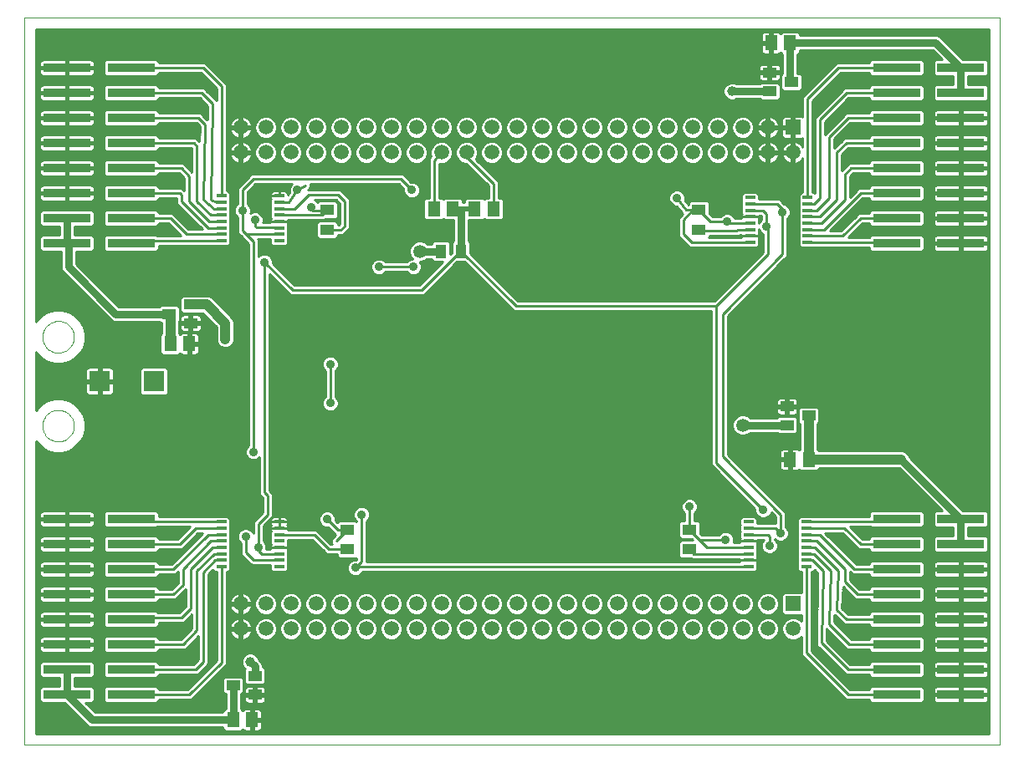
<source format=gtl>
G75*
%MOIN*%
%OFA0B0*%
%FSLAX24Y24*%
%IPPOS*%
%LPD*%
%AMOC8*
5,1,8,0,0,1.08239X$1,22.5*
%
%ADD10C,0.0000*%
%ADD11R,0.0512X0.0591*%
%ADD12R,0.0827X0.0827*%
%ADD13R,0.0551X0.0394*%
%ADD14R,0.0551X0.0433*%
%ADD15R,0.0433X0.0551*%
%ADD16R,0.0594X0.0594*%
%ADD17C,0.0594*%
%ADD18R,0.0390X0.0120*%
%ADD19R,0.1890X0.0350*%
%ADD20C,0.0100*%
%ADD21C,0.0709*%
%ADD22C,0.0300*%
%ADD23C,0.0396*%
%ADD24C,0.0400*%
%ADD25C,0.0531*%
%ADD26C,0.0357*%
%ADD27C,0.0200*%
D10*
X002583Y001400D02*
X002583Y030396D01*
X041453Y030396D01*
X041453Y001400D01*
X002583Y001400D01*
X003300Y014128D02*
X003302Y014178D01*
X003308Y014228D01*
X003318Y014277D01*
X003332Y014325D01*
X003349Y014372D01*
X003370Y014417D01*
X003395Y014461D01*
X003423Y014502D01*
X003455Y014541D01*
X003489Y014578D01*
X003526Y014612D01*
X003566Y014642D01*
X003608Y014669D01*
X003652Y014693D01*
X003698Y014714D01*
X003745Y014730D01*
X003793Y014743D01*
X003843Y014752D01*
X003892Y014757D01*
X003943Y014758D01*
X003993Y014755D01*
X004042Y014748D01*
X004091Y014737D01*
X004139Y014722D01*
X004185Y014704D01*
X004230Y014682D01*
X004273Y014656D01*
X004314Y014627D01*
X004353Y014595D01*
X004389Y014560D01*
X004421Y014522D01*
X004451Y014482D01*
X004478Y014439D01*
X004501Y014395D01*
X004520Y014349D01*
X004536Y014301D01*
X004548Y014252D01*
X004556Y014203D01*
X004560Y014153D01*
X004560Y014103D01*
X004556Y014053D01*
X004548Y014004D01*
X004536Y013955D01*
X004520Y013907D01*
X004501Y013861D01*
X004478Y013817D01*
X004451Y013774D01*
X004421Y013734D01*
X004389Y013696D01*
X004353Y013661D01*
X004314Y013629D01*
X004273Y013600D01*
X004230Y013574D01*
X004185Y013552D01*
X004139Y013534D01*
X004091Y013519D01*
X004042Y013508D01*
X003993Y013501D01*
X003943Y013498D01*
X003892Y013499D01*
X003843Y013504D01*
X003793Y013513D01*
X003745Y013526D01*
X003698Y013542D01*
X003652Y013563D01*
X003608Y013587D01*
X003566Y013614D01*
X003526Y013644D01*
X003489Y013678D01*
X003455Y013715D01*
X003423Y013754D01*
X003395Y013795D01*
X003370Y013839D01*
X003349Y013884D01*
X003332Y013931D01*
X003318Y013979D01*
X003308Y014028D01*
X003302Y014078D01*
X003300Y014128D01*
X003300Y017672D02*
X003302Y017722D01*
X003308Y017772D01*
X003318Y017821D01*
X003332Y017869D01*
X003349Y017916D01*
X003370Y017961D01*
X003395Y018005D01*
X003423Y018046D01*
X003455Y018085D01*
X003489Y018122D01*
X003526Y018156D01*
X003566Y018186D01*
X003608Y018213D01*
X003652Y018237D01*
X003698Y018258D01*
X003745Y018274D01*
X003793Y018287D01*
X003843Y018296D01*
X003892Y018301D01*
X003943Y018302D01*
X003993Y018299D01*
X004042Y018292D01*
X004091Y018281D01*
X004139Y018266D01*
X004185Y018248D01*
X004230Y018226D01*
X004273Y018200D01*
X004314Y018171D01*
X004353Y018139D01*
X004389Y018104D01*
X004421Y018066D01*
X004451Y018026D01*
X004478Y017983D01*
X004501Y017939D01*
X004520Y017893D01*
X004536Y017845D01*
X004548Y017796D01*
X004556Y017747D01*
X004560Y017697D01*
X004560Y017647D01*
X004556Y017597D01*
X004548Y017548D01*
X004536Y017499D01*
X004520Y017451D01*
X004501Y017405D01*
X004478Y017361D01*
X004451Y017318D01*
X004421Y017278D01*
X004389Y017240D01*
X004353Y017205D01*
X004314Y017173D01*
X004273Y017144D01*
X004230Y017118D01*
X004185Y017096D01*
X004139Y017078D01*
X004091Y017063D01*
X004042Y017052D01*
X003993Y017045D01*
X003943Y017042D01*
X003892Y017043D01*
X003843Y017048D01*
X003793Y017057D01*
X003745Y017070D01*
X003698Y017086D01*
X003652Y017107D01*
X003608Y017131D01*
X003566Y017158D01*
X003526Y017188D01*
X003489Y017222D01*
X003455Y017259D01*
X003423Y017298D01*
X003395Y017339D01*
X003370Y017383D01*
X003349Y017428D01*
X003332Y017475D01*
X003318Y017523D01*
X003308Y017572D01*
X003302Y017622D01*
X003300Y017672D01*
D11*
X008397Y017400D03*
X009145Y017400D03*
X018897Y022775D03*
X019645Y022775D03*
X020522Y022775D03*
X021270Y022775D03*
X032334Y029400D03*
X033082Y029400D03*
X033084Y012775D03*
X033832Y012775D03*
X011645Y002400D03*
X010897Y002400D03*
D12*
X007748Y015900D03*
X005583Y015900D03*
D13*
X008338Y018588D03*
X009204Y018962D03*
X009204Y018213D03*
X011766Y004149D03*
X010900Y003775D03*
X011766Y003401D03*
X032963Y014151D03*
X032963Y014899D03*
X033829Y014525D03*
X032275Y027463D03*
X032275Y028212D03*
X033141Y027838D03*
D14*
X029458Y022731D03*
X029458Y021944D03*
X014646Y021944D03*
X014646Y022731D03*
X015458Y009981D03*
X015458Y009194D03*
X029083Y009194D03*
X029083Y009981D03*
D15*
X019977Y021088D03*
X019189Y021088D03*
D16*
X033208Y026025D03*
X033208Y007025D03*
D17*
X032208Y007025D03*
X031208Y007025D03*
X030208Y007025D03*
X029208Y007025D03*
X028208Y007025D03*
X027208Y007025D03*
X026208Y007025D03*
X025208Y007025D03*
X024208Y007025D03*
X023208Y007025D03*
X022208Y007025D03*
X021208Y007025D03*
X020208Y007025D03*
X019208Y007025D03*
X018208Y007025D03*
X017208Y007025D03*
X016208Y007025D03*
X015208Y007025D03*
X014208Y007025D03*
X013208Y007025D03*
X012208Y007025D03*
X011208Y007025D03*
X011208Y006025D03*
X012208Y006025D03*
X013208Y006025D03*
X014208Y006025D03*
X015208Y006025D03*
X016208Y006025D03*
X017208Y006025D03*
X018208Y006025D03*
X019208Y006025D03*
X020208Y006025D03*
X021208Y006025D03*
X022208Y006025D03*
X023208Y006025D03*
X024208Y006025D03*
X025208Y006025D03*
X026208Y006025D03*
X027208Y006025D03*
X028208Y006025D03*
X029208Y006025D03*
X030208Y006025D03*
X031208Y006025D03*
X032208Y006025D03*
X033208Y006025D03*
X033208Y025025D03*
X032208Y025025D03*
X031208Y025025D03*
X030208Y025025D03*
X029208Y025025D03*
X028208Y025025D03*
X027208Y025025D03*
X026208Y025025D03*
X025208Y025025D03*
X024208Y025025D03*
X023208Y025025D03*
X022208Y025025D03*
X021208Y025025D03*
X020208Y025025D03*
X019208Y025025D03*
X018208Y025025D03*
X017208Y025025D03*
X016208Y025025D03*
X015208Y025025D03*
X014208Y025025D03*
X013208Y025025D03*
X012208Y025025D03*
X011208Y025025D03*
X011208Y026025D03*
X012208Y026025D03*
X013208Y026025D03*
X014208Y026025D03*
X015208Y026025D03*
X016208Y026025D03*
X017208Y026025D03*
X018208Y026025D03*
X019208Y026025D03*
X020208Y026025D03*
X021208Y026025D03*
X022208Y026025D03*
X023208Y026025D03*
X024208Y026025D03*
X025208Y026025D03*
X026208Y026025D03*
X027208Y026025D03*
X028208Y026025D03*
X029208Y026025D03*
X030208Y026025D03*
X031208Y026025D03*
X032208Y026025D03*
D18*
X031497Y023233D03*
X031497Y022977D03*
X031497Y022721D03*
X031497Y022465D03*
X031497Y022210D03*
X031497Y021954D03*
X031497Y021698D03*
X031497Y021442D03*
X033794Y021442D03*
X033794Y021698D03*
X033794Y021954D03*
X033794Y022210D03*
X033794Y022465D03*
X033794Y022721D03*
X033794Y022977D03*
X033794Y023233D03*
X033732Y010296D03*
X033732Y010040D03*
X033732Y009784D03*
X033732Y009528D03*
X033732Y009272D03*
X033732Y009016D03*
X033732Y008760D03*
X033732Y008504D03*
X031434Y008504D03*
X031434Y008760D03*
X031434Y009016D03*
X031434Y009272D03*
X031434Y009528D03*
X031434Y009784D03*
X031434Y010040D03*
X031434Y010296D03*
X012732Y010296D03*
X012732Y010040D03*
X012732Y009784D03*
X012732Y009528D03*
X012732Y009272D03*
X012732Y009016D03*
X012732Y008760D03*
X012732Y008504D03*
X010434Y008504D03*
X010434Y008760D03*
X010434Y009016D03*
X010434Y009272D03*
X010434Y009528D03*
X010434Y009784D03*
X010434Y010040D03*
X010434Y010296D03*
X010434Y021504D03*
X010434Y021760D03*
X010434Y022016D03*
X010434Y022272D03*
X010434Y022528D03*
X010434Y022784D03*
X010434Y023040D03*
X010434Y023296D03*
X012732Y023296D03*
X012732Y023040D03*
X012732Y022784D03*
X012732Y022528D03*
X012732Y022272D03*
X012732Y022016D03*
X012732Y021760D03*
X012732Y021504D03*
D19*
X006833Y021400D03*
X006833Y022400D03*
X006833Y023400D03*
X006833Y024400D03*
X006833Y025400D03*
X006833Y026400D03*
X006833Y027400D03*
X006833Y028400D03*
X004274Y028400D03*
X004274Y027400D03*
X004274Y026400D03*
X004274Y025400D03*
X004274Y024400D03*
X004274Y023400D03*
X004274Y022400D03*
X004274Y021400D03*
X004274Y010400D03*
X004274Y009400D03*
X004274Y008400D03*
X004274Y007400D03*
X004274Y006400D03*
X004274Y005400D03*
X004274Y004400D03*
X004274Y003400D03*
X006833Y003400D03*
X006833Y004400D03*
X006833Y005400D03*
X006833Y006400D03*
X006833Y007400D03*
X006833Y008400D03*
X006833Y009400D03*
X006833Y010400D03*
X037333Y010400D03*
X037333Y009400D03*
X037333Y008400D03*
X037333Y007400D03*
X037333Y006400D03*
X037333Y005400D03*
X037333Y004400D03*
X037333Y003400D03*
X039892Y003400D03*
X039892Y004400D03*
X039892Y005400D03*
X039892Y006400D03*
X039892Y007400D03*
X039892Y008400D03*
X039892Y009400D03*
X039892Y010400D03*
X039892Y021400D03*
X039892Y022400D03*
X039892Y023400D03*
X039892Y024400D03*
X039892Y025400D03*
X039892Y026400D03*
X039892Y027400D03*
X039892Y028400D03*
X037333Y028400D03*
X037333Y027400D03*
X037333Y026400D03*
X037333Y025400D03*
X037333Y024400D03*
X037333Y023400D03*
X037333Y022400D03*
X037333Y021400D03*
D20*
X037291Y021442D01*
X033794Y021442D01*
X033794Y021698D02*
X035193Y021698D01*
X035896Y022400D01*
X037333Y022400D01*
X036326Y022725D02*
X036238Y022637D01*
X036238Y022600D01*
X035813Y022600D01*
X035696Y022483D01*
X035110Y021898D01*
X034676Y021898D01*
X035978Y023200D01*
X036238Y023200D01*
X036238Y023163D01*
X036326Y023075D01*
X038340Y023075D01*
X038428Y023163D01*
X038428Y023637D01*
X038340Y023725D01*
X036326Y023725D01*
X036238Y023637D01*
X036238Y023600D01*
X035813Y023600D01*
X035696Y023483D01*
X035471Y023258D01*
X035471Y024067D01*
X035603Y024200D01*
X036238Y024200D01*
X036238Y024163D01*
X036326Y024075D01*
X038340Y024075D01*
X038428Y024163D01*
X038428Y024637D01*
X038340Y024725D01*
X036326Y024725D01*
X036238Y024637D01*
X036238Y024600D01*
X035438Y024600D01*
X035321Y024483D01*
X035158Y024320D01*
X035158Y024942D01*
X035416Y025200D01*
X036238Y025200D01*
X036238Y025163D01*
X036326Y025075D01*
X038340Y025075D01*
X038428Y025163D01*
X038428Y025637D01*
X038340Y025725D01*
X036326Y025725D01*
X036238Y025637D01*
X036238Y025600D01*
X035250Y025600D01*
X035133Y025483D01*
X034846Y025195D01*
X034846Y025567D01*
X035478Y026200D01*
X036238Y026200D01*
X036238Y026163D01*
X036326Y026075D01*
X038340Y026075D01*
X038428Y026163D01*
X038428Y026637D01*
X038340Y026725D01*
X036326Y026725D01*
X036238Y026637D01*
X036238Y026600D01*
X035313Y026600D01*
X035196Y026483D01*
X034471Y025758D01*
X034471Y026255D01*
X035416Y027200D01*
X036238Y027200D01*
X036238Y027163D01*
X036326Y027075D01*
X038340Y027075D01*
X038428Y027163D01*
X038428Y027637D01*
X038340Y027725D01*
X036326Y027725D01*
X036238Y027637D01*
X036238Y027600D01*
X035250Y027600D01*
X035133Y027483D01*
X034071Y026420D01*
X034071Y023424D01*
X034051Y023443D01*
X033994Y023443D01*
X033994Y027091D01*
X035103Y028200D01*
X036238Y028200D01*
X036238Y028163D01*
X036326Y028075D01*
X038340Y028075D01*
X038428Y028163D01*
X038428Y028637D01*
X038340Y028725D01*
X036326Y028725D01*
X036238Y028637D01*
X036238Y028600D01*
X034938Y028600D01*
X034821Y028483D01*
X033594Y027257D01*
X033594Y026443D01*
X033563Y026462D01*
X033525Y026472D01*
X033256Y026472D01*
X033256Y026073D01*
X033160Y026073D01*
X033160Y025977D01*
X033256Y025977D01*
X033256Y025578D01*
X033525Y025578D01*
X033563Y025588D01*
X033594Y025607D01*
X033594Y025251D01*
X033590Y025259D01*
X033549Y025316D01*
X033499Y025366D01*
X033442Y025407D01*
X033380Y025439D01*
X033313Y025461D01*
X033256Y025470D01*
X033256Y025073D01*
X033160Y025073D01*
X033160Y024977D01*
X033256Y024977D01*
X033256Y024580D01*
X033313Y024589D01*
X033380Y024611D01*
X033442Y024643D01*
X033499Y024684D01*
X033549Y024734D01*
X033590Y024791D01*
X033594Y024799D01*
X033594Y023443D01*
X033537Y023443D01*
X033449Y023355D01*
X033449Y023111D01*
X033455Y023105D01*
X033449Y023099D01*
X033449Y022855D01*
X033455Y022849D01*
X033449Y022843D01*
X033449Y022599D01*
X033455Y022593D01*
X033449Y022588D01*
X033449Y022343D01*
X033455Y022337D01*
X033449Y022332D01*
X033449Y022087D01*
X033455Y022082D01*
X033449Y022076D01*
X033449Y021832D01*
X033455Y021826D01*
X033449Y021820D01*
X033449Y021576D01*
X033455Y021570D01*
X033449Y021564D01*
X033449Y021320D01*
X033537Y021232D01*
X034051Y021232D01*
X034061Y021242D01*
X036238Y021242D01*
X036238Y021163D01*
X036326Y021075D01*
X038340Y021075D01*
X038428Y021163D01*
X038428Y021637D01*
X038340Y021725D01*
X036326Y021725D01*
X036243Y021642D01*
X035420Y021642D01*
X035978Y022200D01*
X036238Y022200D01*
X036238Y022163D01*
X036326Y022075D01*
X038340Y022075D01*
X038428Y022163D01*
X038428Y022637D01*
X038340Y022725D01*
X036326Y022725D01*
X036277Y022676D02*
X035454Y022676D01*
X035356Y022578D02*
X035790Y022578D01*
X035692Y022479D02*
X035257Y022479D01*
X035159Y022381D02*
X035593Y022381D01*
X035495Y022282D02*
X035060Y022282D01*
X034962Y022184D02*
X035396Y022184D01*
X035298Y022085D02*
X034863Y022085D01*
X034765Y021987D02*
X035199Y021987D01*
X035469Y021691D02*
X036292Y021691D01*
X036316Y022085D02*
X035863Y022085D01*
X035765Y021987D02*
X041003Y021987D01*
X041003Y022085D02*
X040895Y022085D01*
X040929Y022105D01*
X040957Y022133D01*
X040977Y022167D01*
X040987Y022205D01*
X040987Y022362D01*
X039930Y022362D01*
X039930Y022075D01*
X040857Y022075D01*
X040895Y022085D01*
X040981Y022184D02*
X041003Y022184D01*
X041003Y022282D02*
X040987Y022282D01*
X041003Y022381D02*
X039930Y022381D01*
X039930Y022362D02*
X039930Y022438D01*
X039855Y022438D01*
X039855Y022725D01*
X038927Y022725D01*
X038889Y022715D01*
X038855Y022695D01*
X038827Y022667D01*
X038807Y022633D01*
X038797Y022595D01*
X038797Y022438D01*
X039855Y022438D01*
X039855Y022362D01*
X039930Y022362D01*
X039855Y022362D02*
X039855Y022075D01*
X038927Y022075D01*
X038889Y022085D01*
X038350Y022085D01*
X038428Y022184D02*
X038803Y022184D01*
X038807Y022167D02*
X038827Y022133D01*
X038855Y022105D01*
X038889Y022085D01*
X038807Y022167D02*
X038797Y022205D01*
X038797Y022362D01*
X039855Y022362D01*
X039855Y022381D02*
X038428Y022381D01*
X038428Y022479D02*
X038797Y022479D01*
X038797Y022578D02*
X038428Y022578D01*
X038389Y022676D02*
X038836Y022676D01*
X038797Y022282D02*
X038428Y022282D01*
X038374Y021691D02*
X038851Y021691D01*
X038855Y021695D02*
X038827Y021667D01*
X038807Y021633D01*
X038797Y021595D01*
X038797Y021438D01*
X039855Y021438D01*
X039855Y021725D01*
X038927Y021725D01*
X038889Y021715D01*
X038855Y021695D01*
X038797Y021593D02*
X038428Y021593D01*
X038428Y021494D02*
X038797Y021494D01*
X038797Y021362D02*
X038797Y021205D01*
X038807Y021167D01*
X038827Y021133D01*
X038855Y021105D01*
X038889Y021085D01*
X038927Y021075D01*
X039855Y021075D01*
X039855Y021362D01*
X039930Y021362D01*
X039930Y021075D01*
X040857Y021075D01*
X040895Y021085D01*
X040929Y021105D01*
X040957Y021133D01*
X040977Y021167D01*
X040987Y021205D01*
X040987Y021362D01*
X039930Y021362D01*
X039930Y021438D01*
X039855Y021438D01*
X039855Y021362D01*
X038797Y021362D01*
X038797Y021297D02*
X038428Y021297D01*
X038428Y021199D02*
X038799Y021199D01*
X038863Y021100D02*
X038365Y021100D01*
X038428Y021396D02*
X039855Y021396D01*
X039930Y021396D02*
X041003Y021396D01*
X040987Y021438D02*
X040987Y021595D01*
X040977Y021633D01*
X040957Y021667D01*
X040929Y021695D01*
X040895Y021715D01*
X040857Y021725D01*
X039930Y021725D01*
X039930Y021438D01*
X040987Y021438D01*
X040987Y021494D02*
X041003Y021494D01*
X041003Y021593D02*
X040987Y021593D01*
X041003Y021691D02*
X040933Y021691D01*
X041003Y021790D02*
X035568Y021790D01*
X035666Y021888D02*
X041003Y021888D01*
X040987Y021297D02*
X041003Y021297D01*
X041003Y021199D02*
X040985Y021199D01*
X041003Y021100D02*
X040921Y021100D01*
X041003Y021002D02*
X032971Y021002D01*
X032971Y021100D02*
X036301Y021100D01*
X036238Y021199D02*
X032971Y021199D01*
X032971Y021297D02*
X033472Y021297D01*
X033449Y021396D02*
X032971Y021396D01*
X032971Y021494D02*
X033449Y021494D01*
X033449Y021593D02*
X032971Y021593D01*
X032971Y021691D02*
X033449Y021691D01*
X033449Y021790D02*
X032971Y021790D01*
X032971Y021888D02*
X033449Y021888D01*
X033449Y021987D02*
X032971Y021987D01*
X032971Y022085D02*
X033452Y022085D01*
X033449Y022184D02*
X032971Y022184D01*
X032971Y022282D02*
X033449Y022282D01*
X033449Y022381D02*
X032971Y022381D01*
X032971Y022386D02*
X033049Y022464D01*
X033099Y022585D01*
X033099Y022715D01*
X033049Y022836D01*
X032957Y022928D01*
X032860Y022968D01*
X032783Y023045D01*
X032666Y023162D01*
X031842Y023162D01*
X031842Y023355D01*
X031754Y023443D01*
X031240Y023443D01*
X031152Y023355D01*
X031152Y023111D01*
X031158Y023105D01*
X031152Y023099D01*
X031152Y022855D01*
X031158Y022849D01*
X031152Y022843D01*
X031152Y022599D01*
X031164Y022587D01*
X031162Y022583D01*
X031152Y022545D01*
X031152Y022465D01*
X031152Y022410D01*
X030883Y022410D01*
X030861Y022461D01*
X030769Y022553D01*
X030648Y022603D01*
X030518Y022603D01*
X030397Y022553D01*
X030319Y022475D01*
X029997Y022475D01*
X029884Y022588D01*
X029884Y023010D01*
X029796Y023098D01*
X029120Y023098D01*
X029032Y023010D01*
X029032Y022942D01*
X028900Y023120D01*
X028911Y023147D01*
X028911Y023278D01*
X028861Y023399D01*
X028769Y023491D01*
X028648Y023541D01*
X028518Y023541D01*
X028397Y023491D01*
X028305Y023399D01*
X028255Y023278D01*
X028255Y023147D01*
X028305Y023026D01*
X028397Y022934D01*
X028518Y022884D01*
X028577Y022884D01*
X028739Y022665D01*
X028739Y022648D01*
X028787Y022600D01*
X028798Y022586D01*
X028633Y022420D01*
X028633Y021692D01*
X028750Y021575D01*
X029083Y021242D01*
X031230Y021242D01*
X031240Y021232D01*
X031754Y021232D01*
X031842Y021320D01*
X031842Y021564D01*
X031830Y021576D01*
X031832Y021580D01*
X031842Y021618D01*
X031842Y021698D01*
X031842Y021777D01*
X031832Y021816D01*
X031830Y021819D01*
X031842Y021832D01*
X031842Y021963D01*
X031867Y021901D01*
X031960Y021809D01*
X032008Y021789D01*
X032008Y021045D01*
X030063Y019100D01*
X022247Y019100D01*
X020343Y021004D01*
X020343Y021425D01*
X020277Y021492D01*
X020277Y022330D01*
X020840Y022330D01*
X020896Y022386D01*
X020952Y022330D01*
X021588Y022330D01*
X021675Y022418D01*
X021675Y023132D01*
X021588Y023220D01*
X021470Y023220D01*
X021470Y023859D01*
X020572Y024757D01*
X020587Y024772D01*
X020655Y024936D01*
X020655Y025114D01*
X020587Y025278D01*
X020461Y025404D01*
X020297Y025472D01*
X020119Y025472D01*
X019955Y025404D01*
X019829Y025278D01*
X019761Y025114D01*
X019761Y024936D01*
X019829Y024772D01*
X019955Y024646D01*
X020119Y024578D01*
X020185Y024578D01*
X021070Y023693D01*
X021070Y023220D01*
X020952Y023220D01*
X020896Y023164D01*
X020840Y023220D01*
X020204Y023220D01*
X020116Y023132D01*
X020116Y023025D01*
X020110Y023025D01*
X020050Y023049D01*
X020050Y023132D01*
X019963Y023220D01*
X019327Y023220D01*
X019271Y023164D01*
X019215Y023220D01*
X019097Y023220D01*
X019097Y024588D01*
X019119Y024578D01*
X019297Y024578D01*
X019461Y024646D01*
X019955Y024646D01*
X019857Y024745D02*
X019560Y024745D01*
X019587Y024772D02*
X019461Y024646D01*
X019587Y024772D02*
X019655Y024936D01*
X019655Y025114D01*
X019587Y025278D01*
X019461Y025404D01*
X019297Y025472D01*
X019119Y025472D01*
X018955Y025404D01*
X018829Y025278D01*
X018761Y025114D01*
X018761Y024936D01*
X018783Y024883D01*
X018697Y024796D01*
X018697Y023220D01*
X018579Y023220D01*
X018491Y023132D01*
X018491Y022418D01*
X018579Y022330D01*
X019215Y022330D01*
X019271Y022386D01*
X019327Y022330D01*
X019677Y022330D01*
X019677Y021492D01*
X019610Y021425D01*
X019610Y021023D01*
X019556Y020968D01*
X019556Y021425D01*
X019468Y021513D01*
X018911Y021513D01*
X018823Y021425D01*
X018823Y021387D01*
X018621Y021387D01*
X018569Y021440D01*
X018416Y021503D01*
X018250Y021503D01*
X018098Y021440D01*
X017981Y021323D01*
X017917Y021170D01*
X017917Y021005D01*
X017981Y020852D01*
X018042Y020791D01*
X018018Y020791D01*
X017897Y020741D01*
X017819Y020662D01*
X016973Y020662D01*
X016894Y020741D01*
X016773Y020791D01*
X016643Y020791D01*
X016522Y020741D01*
X016430Y020649D01*
X016380Y020528D01*
X016380Y020397D01*
X016430Y020276D01*
X016522Y020184D01*
X016643Y020134D01*
X016773Y020134D01*
X016894Y020184D01*
X016973Y020263D01*
X017819Y020263D01*
X017897Y020184D01*
X018018Y020134D01*
X018148Y020134D01*
X018269Y020184D01*
X018361Y020276D01*
X018411Y020397D01*
X018411Y020528D01*
X018361Y020649D01*
X018338Y020672D01*
X018416Y020672D01*
X018569Y020735D01*
X018621Y020788D01*
X018823Y020788D01*
X018823Y020750D01*
X018911Y020662D01*
X019250Y020662D01*
X018313Y019725D01*
X013353Y019725D01*
X012474Y020604D01*
X012474Y020715D01*
X012424Y020836D01*
X012332Y020928D01*
X012211Y020978D01*
X012080Y020978D01*
X011960Y020928D01*
X011908Y020877D01*
X011908Y021545D01*
X011878Y021575D01*
X012387Y021575D01*
X012387Y021382D01*
X012475Y021294D01*
X012989Y021294D01*
X013077Y021382D01*
X013077Y021626D01*
X013071Y021632D01*
X013077Y021638D01*
X013077Y021882D01*
X013071Y021888D01*
X014220Y021888D01*
X014220Y021790D02*
X013077Y021790D01*
X013071Y021888D02*
X013077Y021894D01*
X013077Y022138D01*
X013065Y022151D01*
X013067Y022154D01*
X013077Y022192D01*
X013077Y022272D01*
X012732Y022272D01*
X012732Y022272D01*
X013077Y022272D01*
X013077Y022328D01*
X014525Y022328D01*
X014562Y022365D01*
X014983Y022365D01*
X015071Y022453D01*
X015071Y023010D01*
X014983Y023098D01*
X014308Y023098D01*
X014266Y023056D01*
X014207Y023116D01*
X014155Y023138D01*
X015000Y023138D01*
X015125Y023013D01*
X015133Y023005D01*
X015133Y022170D01*
X015107Y022144D01*
X015071Y022144D01*
X015071Y022222D01*
X014983Y022310D01*
X014308Y022310D01*
X014220Y022222D01*
X014220Y021665D01*
X014308Y021577D01*
X014983Y021577D01*
X015071Y021665D01*
X015071Y021744D01*
X015272Y021744D01*
X015416Y021888D01*
X019677Y021888D01*
X019677Y021790D02*
X015318Y021790D01*
X015416Y021888D02*
X015533Y022005D01*
X015533Y023170D01*
X015439Y023264D01*
X015408Y023295D01*
X015166Y023537D01*
X013868Y023537D01*
X013945Y023584D01*
X013985Y023744D01*
X013974Y023763D01*
X017500Y023763D01*
X017692Y023571D01*
X017692Y023460D01*
X017742Y023339D01*
X017835Y023247D01*
X017955Y023197D01*
X018086Y023197D01*
X018207Y023247D01*
X018299Y023339D01*
X018349Y023460D01*
X018349Y023590D01*
X018299Y023711D01*
X018207Y023803D01*
X018086Y023853D01*
X017975Y023853D01*
X017666Y024162D01*
X011625Y024162D01*
X011508Y024045D01*
X011071Y023608D01*
X011071Y022977D01*
X010992Y022899D01*
X010942Y022778D01*
X010942Y022647D01*
X010992Y022526D01*
X011071Y022448D01*
X011071Y021817D01*
X011188Y021700D01*
X011196Y021692D01*
X011508Y021380D01*
X011508Y013352D01*
X011430Y013274D01*
X011380Y013153D01*
X011380Y013022D01*
X011430Y012901D01*
X011522Y012809D01*
X011643Y012759D01*
X011773Y012759D01*
X011894Y012809D01*
X011946Y012861D01*
X011946Y011380D01*
X012063Y011263D01*
X012071Y011255D01*
X012071Y010670D01*
X011696Y010295D01*
X011696Y009846D01*
X011674Y009899D01*
X011582Y009991D01*
X011461Y010041D01*
X011330Y010041D01*
X011210Y009991D01*
X011117Y009899D01*
X011067Y009778D01*
X011067Y009647D01*
X011117Y009526D01*
X011196Y009448D01*
X011196Y009005D01*
X011313Y008888D01*
X011640Y008560D01*
X012387Y008560D01*
X012387Y008382D01*
X012475Y008294D01*
X012989Y008294D01*
X013077Y008382D01*
X013077Y008626D01*
X013071Y008632D01*
X013077Y008638D01*
X013077Y008882D01*
X013071Y008888D01*
X013077Y008894D01*
X013077Y009138D01*
X013065Y009151D01*
X013067Y009154D01*
X013077Y009192D01*
X013077Y009272D01*
X012732Y009272D01*
X012732Y009272D01*
X013077Y009272D01*
X013077Y009352D01*
X013067Y009390D01*
X013065Y009394D01*
X013077Y009406D01*
X013077Y009584D01*
X014054Y009584D01*
X014508Y009130D01*
X014625Y009013D01*
X015032Y009013D01*
X015032Y008915D01*
X015120Y008827D01*
X015796Y008827D01*
X015821Y008852D01*
X015821Y008795D01*
X015816Y008791D01*
X015705Y008791D01*
X015585Y008741D01*
X015492Y008649D01*
X015442Y008528D01*
X015442Y008397D01*
X015492Y008276D01*
X015585Y008184D01*
X015705Y008134D01*
X015836Y008134D01*
X015957Y008184D01*
X016049Y008276D01*
X016061Y008304D01*
X031167Y008304D01*
X031177Y008294D01*
X031691Y008294D01*
X031779Y008382D01*
X031779Y008626D01*
X031767Y008639D01*
X031769Y008642D01*
X031779Y008680D01*
X031779Y008760D01*
X031434Y008760D01*
X031089Y008760D01*
X031089Y008704D01*
X016221Y008704D01*
X016221Y010323D01*
X016299Y010401D01*
X016349Y010522D01*
X016349Y010653D01*
X016299Y010774D01*
X016207Y010866D01*
X016086Y010916D01*
X015955Y010916D01*
X015835Y010866D01*
X015742Y010774D01*
X015692Y010653D01*
X015692Y010522D01*
X015742Y010401D01*
X015821Y010323D01*
X015796Y010348D01*
X015120Y010348D01*
X015051Y010278D01*
X014974Y010354D01*
X014974Y010465D01*
X014924Y010586D01*
X014832Y010678D01*
X014711Y010728D01*
X014580Y010728D01*
X014460Y010678D01*
X014367Y010586D01*
X014317Y010465D01*
X014317Y010335D01*
X014367Y010214D01*
X014460Y010122D01*
X014580Y010072D01*
X014691Y010072D01*
X014978Y009784D01*
X014805Y009611D01*
X014805Y009445D01*
X014837Y009412D01*
X014791Y009412D01*
X014220Y009984D01*
X013077Y009984D01*
X013077Y010040D01*
X013077Y010120D01*
X013067Y010158D01*
X013061Y010168D01*
X013067Y010178D01*
X013077Y010216D01*
X013077Y010296D01*
X013077Y010375D01*
X013067Y010414D01*
X013047Y010448D01*
X013019Y010476D01*
X012985Y010495D01*
X012947Y010506D01*
X012732Y010506D01*
X012732Y010296D01*
X012732Y010296D01*
X013077Y010296D01*
X012732Y010296D01*
X012732Y010296D01*
X012732Y010506D01*
X012517Y010506D01*
X012479Y010495D01*
X012445Y010476D01*
X012417Y010448D01*
X012397Y010414D01*
X012387Y010375D01*
X012387Y010296D01*
X012732Y010296D01*
X012732Y010296D01*
X012732Y010086D01*
X012732Y010040D01*
X012732Y010040D01*
X013077Y010040D01*
X012732Y010040D01*
X012732Y010040D01*
X012732Y010296D01*
X012732Y010296D01*
X012387Y010296D01*
X012387Y010216D01*
X012397Y010178D01*
X012403Y010168D01*
X012397Y010158D01*
X012387Y010120D01*
X012387Y010040D01*
X012732Y010040D01*
X012732Y010040D01*
X012387Y010040D01*
X012387Y009960D01*
X012397Y009922D01*
X012399Y009918D01*
X012387Y009906D01*
X012387Y009662D01*
X012393Y009656D01*
X012387Y009650D01*
X012387Y009406D01*
X012399Y009394D01*
X012397Y009390D01*
X012387Y009352D01*
X012387Y009272D01*
X012387Y009216D01*
X012224Y009216D01*
X012224Y009340D01*
X012174Y009461D01*
X012096Y009539D01*
X012096Y010130D01*
X012471Y010505D01*
X012471Y011420D01*
X012346Y011545D01*
X012346Y020167D01*
X013188Y019325D01*
X018478Y019325D01*
X018596Y019442D01*
X019815Y020662D01*
X020120Y020662D01*
X021964Y018817D01*
X022081Y018700D01*
X029946Y018700D01*
X029946Y012567D01*
X030063Y012450D01*
X031692Y010821D01*
X031692Y010710D01*
X031742Y010589D01*
X031835Y010497D01*
X031955Y010447D01*
X032086Y010447D01*
X032207Y010497D01*
X032299Y010589D01*
X032336Y010677D01*
X032508Y010505D01*
X032508Y010240D01*
X031779Y010240D01*
X031779Y010418D01*
X031691Y010506D01*
X031177Y010506D01*
X031089Y010418D01*
X031089Y010174D01*
X031095Y010168D01*
X031089Y010162D01*
X031089Y009918D01*
X031095Y009912D01*
X031089Y009906D01*
X031089Y009662D01*
X031102Y009649D01*
X031100Y009646D01*
X031089Y009608D01*
X031089Y009528D01*
X031434Y009528D01*
X031434Y009528D01*
X031089Y009528D01*
X031089Y009475D01*
X030829Y009475D01*
X030849Y009522D01*
X030849Y009653D01*
X030799Y009774D01*
X030707Y009866D01*
X030586Y009916D01*
X030455Y009916D01*
X030335Y009866D01*
X030256Y009787D01*
X029560Y009787D01*
X029509Y009838D01*
X029509Y010260D01*
X029421Y010348D01*
X029283Y010348D01*
X029283Y010636D01*
X029361Y010714D01*
X029411Y010835D01*
X029411Y010965D01*
X029361Y011086D01*
X029269Y011178D01*
X029148Y011228D01*
X029018Y011228D01*
X028897Y011178D01*
X028805Y011086D01*
X028755Y010965D01*
X028755Y010835D01*
X028805Y010714D01*
X028883Y010636D01*
X028883Y010348D01*
X028745Y010348D01*
X028657Y010260D01*
X028657Y009703D01*
X028745Y009615D01*
X029167Y009615D01*
X029221Y009560D01*
X028745Y009560D01*
X028657Y009472D01*
X028657Y008915D01*
X028745Y008827D01*
X029167Y008827D01*
X029178Y008816D01*
X031089Y008816D01*
X031089Y008760D01*
X031434Y008760D01*
X031434Y008760D01*
X031434Y008760D01*
X031779Y008760D01*
X031779Y008840D01*
X031769Y008878D01*
X031767Y008882D01*
X031779Y008894D01*
X031779Y009138D01*
X031774Y009144D01*
X031779Y009150D01*
X031779Y009394D01*
X031767Y009406D01*
X031769Y009410D01*
X031779Y009448D01*
X031779Y009528D01*
X031779Y009575D01*
X032044Y009575D01*
X031992Y009524D01*
X031942Y009403D01*
X031942Y009272D01*
X031992Y009151D01*
X032085Y009059D01*
X032205Y009009D01*
X032336Y009009D01*
X032457Y009059D01*
X032549Y009151D01*
X032599Y009272D01*
X032599Y009403D01*
X032549Y009524D01*
X032471Y009602D01*
X032471Y009611D01*
X032522Y009559D01*
X032643Y009509D01*
X032773Y009509D01*
X032894Y009559D01*
X032986Y009651D01*
X033036Y009772D01*
X033036Y009903D01*
X032986Y010024D01*
X032908Y010102D01*
X032908Y010670D01*
X030596Y012983D01*
X030596Y018505D01*
X032853Y020763D01*
X032971Y020880D01*
X032971Y022386D01*
X033055Y022479D02*
X033449Y022479D01*
X033449Y022578D02*
X033096Y022578D01*
X033099Y022676D02*
X033449Y022676D01*
X033449Y022775D02*
X033074Y022775D01*
X033012Y022873D02*
X033449Y022873D01*
X033449Y022972D02*
X032857Y022972D01*
X032758Y023070D02*
X033449Y023070D01*
X033449Y023169D02*
X031842Y023169D01*
X031842Y023267D02*
X033449Y023267D01*
X033460Y023366D02*
X031832Y023366D01*
X031497Y022977D02*
X031512Y022963D01*
X032583Y022963D01*
X032771Y022775D01*
X032771Y022650D01*
X032771Y020963D01*
X030396Y018588D01*
X030396Y012900D01*
X032708Y010588D01*
X032708Y009838D01*
X032506Y010040D01*
X031434Y010040D01*
X032006Y010040D01*
X032021Y010025D01*
X032521Y010025D01*
X032708Y009838D01*
X032942Y010068D02*
X033387Y010068D01*
X033387Y010162D02*
X033387Y009918D01*
X033393Y009912D01*
X033387Y009906D01*
X033387Y009662D01*
X033393Y009656D01*
X033387Y009650D01*
X033387Y009406D01*
X033393Y009400D01*
X033387Y009394D01*
X033387Y009150D01*
X033393Y009144D01*
X033387Y009138D01*
X033387Y008894D01*
X033393Y008888D01*
X033387Y008882D01*
X033387Y008638D01*
X033393Y008632D01*
X033387Y008626D01*
X033387Y008382D01*
X033475Y008294D01*
X033532Y008294D01*
X033532Y007472D01*
X032849Y007472D01*
X032761Y007384D01*
X032761Y006666D01*
X032849Y006578D01*
X033532Y006578D01*
X033532Y006333D01*
X033461Y006404D01*
X033297Y006472D01*
X033119Y006472D01*
X032955Y006404D01*
X032829Y006278D01*
X032761Y006114D01*
X032761Y005936D01*
X032829Y005772D01*
X032955Y005646D01*
X033119Y005578D01*
X033297Y005578D01*
X033461Y005646D01*
X033532Y005717D01*
X033532Y004981D01*
X035196Y003317D01*
X035313Y003200D01*
X036238Y003200D01*
X036238Y003163D01*
X036326Y003075D01*
X038340Y003075D01*
X038428Y003163D01*
X038428Y003637D01*
X038340Y003725D01*
X036326Y003725D01*
X036238Y003637D01*
X036238Y003600D01*
X035478Y003600D01*
X033932Y005147D01*
X033932Y008294D01*
X033989Y008294D01*
X034072Y008378D01*
X034194Y008256D01*
X034135Y005547D01*
X034133Y005545D01*
X034133Y005465D01*
X034131Y005384D01*
X034133Y005382D01*
X034133Y005380D01*
X034190Y005323D01*
X034246Y005264D01*
X034248Y005264D01*
X035196Y004317D01*
X035313Y004200D01*
X036238Y004200D01*
X036238Y004163D01*
X036326Y004075D01*
X038340Y004075D01*
X038428Y004163D01*
X038428Y004637D01*
X038340Y004725D01*
X036326Y004725D01*
X036238Y004637D01*
X036238Y004600D01*
X035478Y004600D01*
X034535Y005544D01*
X034545Y006027D01*
X034557Y006015D01*
X034560Y006015D01*
X035258Y005317D01*
X035375Y005200D01*
X036238Y005200D01*
X036238Y005163D01*
X036326Y005075D01*
X038340Y005075D01*
X038428Y005163D01*
X038428Y005637D01*
X038340Y005725D01*
X036326Y005725D01*
X036238Y005637D01*
X036238Y005600D01*
X035541Y005600D01*
X034848Y006293D01*
X034857Y006590D01*
X034867Y006578D01*
X034872Y006578D01*
X035133Y006317D01*
X035250Y006200D01*
X036238Y006200D01*
X036238Y006163D01*
X036326Y006075D01*
X038340Y006075D01*
X038428Y006163D01*
X038428Y006637D01*
X038340Y006725D01*
X036326Y006725D01*
X036238Y006637D01*
X036238Y006600D01*
X035416Y006600D01*
X035161Y006855D01*
X035195Y007693D01*
X035571Y007317D01*
X035688Y007200D01*
X036238Y007200D01*
X036238Y007163D01*
X036326Y007075D01*
X038340Y007075D01*
X038428Y007163D01*
X038428Y007637D01*
X038340Y007725D01*
X036326Y007725D01*
X036238Y007637D01*
X036238Y007600D01*
X035853Y007600D01*
X035471Y007983D01*
X035471Y008292D01*
X035563Y008200D01*
X036238Y008200D01*
X036238Y008163D01*
X036326Y008075D01*
X038340Y008075D01*
X038428Y008163D01*
X038428Y008637D01*
X038340Y008725D01*
X036326Y008725D01*
X036238Y008637D01*
X036238Y008600D01*
X035728Y008600D01*
X034489Y009840D01*
X035173Y009840D01*
X035696Y009317D01*
X035813Y009200D01*
X036238Y009200D01*
X036238Y009163D01*
X036326Y009075D01*
X038340Y009075D01*
X038428Y009163D01*
X038428Y009637D01*
X038340Y009725D01*
X036326Y009725D01*
X036238Y009637D01*
X036238Y009600D01*
X035978Y009600D01*
X035483Y010096D01*
X036305Y010096D01*
X036326Y010075D01*
X038340Y010075D01*
X038428Y010163D01*
X038428Y010637D01*
X038340Y010725D01*
X036326Y010725D01*
X036238Y010637D01*
X036238Y010496D01*
X033999Y010496D01*
X033989Y010506D01*
X033475Y010506D01*
X033387Y010418D01*
X033387Y010174D01*
X033393Y010168D01*
X033387Y010162D01*
X033391Y010167D02*
X032908Y010167D01*
X032908Y010265D02*
X033387Y010265D01*
X033387Y010364D02*
X032908Y010364D01*
X032908Y010462D02*
X033431Y010462D01*
X033732Y010296D02*
X037229Y010296D01*
X037333Y010400D01*
X036260Y010659D02*
X032908Y010659D01*
X032908Y010561D02*
X036238Y010561D01*
X035609Y009970D02*
X039592Y009970D01*
X039592Y010068D02*
X035510Y010068D01*
X035256Y010040D02*
X035896Y009400D01*
X037333Y009400D01*
X036318Y009083D02*
X035245Y009083D01*
X035147Y009182D02*
X036238Y009182D01*
X036290Y008689D02*
X035639Y008689D01*
X035541Y008788D02*
X041003Y008788D01*
X041003Y008886D02*
X035442Y008886D01*
X035344Y008985D02*
X041003Y008985D01*
X041003Y009083D02*
X040907Y009083D01*
X040899Y009075D02*
X040987Y009163D01*
X040987Y009637D01*
X040899Y009725D01*
X040192Y009725D01*
X040192Y010075D01*
X040899Y010075D01*
X040987Y010163D01*
X040987Y010637D01*
X040899Y010725D01*
X039991Y010725D01*
X037864Y012853D01*
X037814Y012973D01*
X037715Y013072D01*
X037587Y013125D01*
X034238Y013125D01*
X034238Y013132D01*
X034182Y013188D01*
X034182Y014194D01*
X034254Y014266D01*
X034254Y014784D01*
X034166Y014872D01*
X033906Y014872D01*
X033898Y014875D01*
X033759Y014875D01*
X033751Y014872D01*
X033491Y014872D01*
X033403Y014784D01*
X033403Y014266D01*
X033482Y014187D01*
X033482Y013188D01*
X033458Y013164D01*
X033432Y013190D01*
X033398Y013210D01*
X033360Y013220D01*
X033134Y013220D01*
X033034Y013220D01*
X032808Y013220D01*
X032770Y013210D01*
X032736Y013190D01*
X032708Y013162D01*
X032688Y013128D01*
X032678Y013090D01*
X032678Y012825D01*
X033034Y012825D01*
X033034Y012725D01*
X032678Y012725D01*
X032678Y012460D01*
X032688Y012422D01*
X032708Y012388D01*
X032736Y012360D01*
X032770Y012340D01*
X032808Y012330D01*
X033034Y012330D01*
X033034Y012725D01*
X033134Y012725D01*
X033134Y012330D01*
X033360Y012330D01*
X033398Y012340D01*
X033432Y012360D01*
X033458Y012386D01*
X033514Y012330D01*
X034150Y012330D01*
X034238Y012418D01*
X034238Y012425D01*
X037443Y012425D01*
X039143Y010725D01*
X038885Y010725D01*
X038797Y010637D01*
X038797Y010163D01*
X038885Y010075D01*
X039592Y010075D01*
X039592Y009725D01*
X038885Y009725D01*
X038797Y009637D01*
X038797Y009163D01*
X038885Y009075D01*
X040899Y009075D01*
X040987Y009182D02*
X041003Y009182D01*
X041003Y009280D02*
X040987Y009280D01*
X040987Y009379D02*
X041003Y009379D01*
X041003Y009477D02*
X040987Y009477D01*
X040987Y009576D02*
X041003Y009576D01*
X041003Y009674D02*
X040950Y009674D01*
X041003Y009773D02*
X040192Y009773D01*
X040192Y009871D02*
X041003Y009871D01*
X041003Y009970D02*
X040192Y009970D01*
X040192Y010068D02*
X041003Y010068D01*
X041003Y010167D02*
X040987Y010167D01*
X040987Y010265D02*
X041003Y010265D01*
X041003Y010364D02*
X040987Y010364D01*
X040987Y010462D02*
X041003Y010462D01*
X041003Y010561D02*
X040987Y010561D01*
X041003Y010659D02*
X040965Y010659D01*
X041003Y010758D02*
X039959Y010758D01*
X039860Y010856D02*
X041003Y010856D01*
X041003Y010955D02*
X039762Y010955D01*
X039663Y011053D02*
X041003Y011053D01*
X041003Y011152D02*
X039565Y011152D01*
X039466Y011250D02*
X041003Y011250D01*
X041003Y011349D02*
X039368Y011349D01*
X039269Y011447D02*
X041003Y011447D01*
X041003Y011546D02*
X039171Y011546D01*
X039072Y011644D02*
X041003Y011644D01*
X041003Y011743D02*
X038974Y011743D01*
X038875Y011841D02*
X041003Y011841D01*
X041003Y011940D02*
X038777Y011940D01*
X038678Y012038D02*
X041003Y012038D01*
X041003Y012137D02*
X038580Y012137D01*
X038481Y012235D02*
X041003Y012235D01*
X041003Y012334D02*
X038383Y012334D01*
X038284Y012432D02*
X041003Y012432D01*
X041003Y012531D02*
X038186Y012531D01*
X038087Y012629D02*
X041003Y012629D01*
X041003Y012728D02*
X037989Y012728D01*
X037890Y012826D02*
X041003Y012826D01*
X041003Y012925D02*
X037834Y012925D01*
X037764Y013023D02*
X041003Y013023D01*
X041003Y013122D02*
X037595Y013122D01*
X037534Y012334D02*
X034154Y012334D01*
X033510Y012334D02*
X033374Y012334D01*
X033134Y012334D02*
X033034Y012334D01*
X033034Y012432D02*
X033134Y012432D01*
X033134Y012531D02*
X033034Y012531D01*
X033034Y012629D02*
X033134Y012629D01*
X033034Y012728D02*
X030851Y012728D01*
X030752Y012826D02*
X032678Y012826D01*
X032678Y012925D02*
X030654Y012925D01*
X030596Y013023D02*
X032678Y013023D01*
X032687Y013122D02*
X030596Y013122D01*
X030596Y013220D02*
X032807Y013220D01*
X033034Y013220D02*
X033034Y012825D01*
X033134Y012825D01*
X033134Y013220D01*
X033134Y013122D02*
X033034Y013122D01*
X033034Y013023D02*
X033134Y013023D01*
X033134Y012925D02*
X033034Y012925D01*
X033034Y012826D02*
X033134Y012826D01*
X033361Y013220D02*
X033482Y013220D01*
X033482Y013319D02*
X030596Y013319D01*
X030596Y013417D02*
X033482Y013417D01*
X033482Y013516D02*
X030596Y013516D01*
X030596Y013614D02*
X033482Y013614D01*
X033482Y013713D02*
X030596Y013713D01*
X030596Y013811D02*
X030959Y013811D01*
X030973Y013798D02*
X031125Y013734D01*
X031291Y013734D01*
X031444Y013798D01*
X031496Y013850D01*
X032579Y013850D01*
X032625Y013804D01*
X033300Y013804D01*
X033388Y013892D01*
X033388Y014410D01*
X033300Y014498D01*
X032625Y014498D01*
X032577Y014450D01*
X031496Y014450D01*
X031444Y014502D01*
X031291Y014566D01*
X031125Y014566D01*
X030973Y014502D01*
X030856Y014386D01*
X030792Y014233D01*
X030792Y014067D01*
X030856Y013914D01*
X030973Y013798D01*
X030861Y013910D02*
X030596Y013910D01*
X030596Y014008D02*
X030817Y014008D01*
X030792Y014107D02*
X030596Y014107D01*
X030596Y014205D02*
X030792Y014205D01*
X030822Y014304D02*
X030596Y014304D01*
X030596Y014402D02*
X030872Y014402D01*
X030971Y014501D02*
X030596Y014501D01*
X030596Y014599D02*
X032578Y014599D01*
X032567Y014610D02*
X032595Y014582D01*
X032629Y014562D01*
X032667Y014552D01*
X032914Y014552D01*
X032914Y014851D01*
X032537Y014851D01*
X032537Y014682D01*
X032547Y014644D01*
X032567Y014610D01*
X032537Y014698D02*
X030596Y014698D01*
X030596Y014796D02*
X032537Y014796D01*
X032537Y014947D02*
X032914Y014947D01*
X032914Y014851D01*
X033011Y014851D01*
X033011Y014947D01*
X033388Y014947D01*
X033388Y015116D01*
X033378Y015154D01*
X033358Y015188D01*
X033330Y015216D01*
X033296Y015236D01*
X033258Y015246D01*
X033011Y015246D01*
X033011Y014947D01*
X032914Y014947D01*
X032914Y015246D01*
X032667Y015246D01*
X032629Y015236D01*
X032595Y015216D01*
X032567Y015188D01*
X032547Y015154D01*
X032537Y015116D01*
X032537Y014947D01*
X032537Y014993D02*
X030596Y014993D01*
X030596Y014895D02*
X032914Y014895D01*
X033011Y014895D02*
X041003Y014895D01*
X041003Y014993D02*
X033388Y014993D01*
X033388Y015092D02*
X041003Y015092D01*
X041003Y015190D02*
X033356Y015190D01*
X033388Y014851D02*
X033011Y014851D01*
X033011Y014552D01*
X033258Y014552D01*
X033296Y014562D01*
X033330Y014582D01*
X033358Y014610D01*
X033378Y014644D01*
X033388Y014682D01*
X033388Y014851D01*
X033388Y014796D02*
X033415Y014796D01*
X033403Y014698D02*
X033388Y014698D01*
X033403Y014599D02*
X033347Y014599D01*
X033403Y014501D02*
X031445Y014501D01*
X031457Y013811D02*
X032618Y013811D01*
X033307Y013811D02*
X033482Y013811D01*
X033482Y013910D02*
X033388Y013910D01*
X033388Y014008D02*
X033482Y014008D01*
X033482Y014107D02*
X033388Y014107D01*
X033388Y014205D02*
X033464Y014205D01*
X033403Y014304D02*
X033388Y014304D01*
X033388Y014402D02*
X033403Y014402D01*
X033011Y014599D02*
X032914Y014599D01*
X032914Y014698D02*
X033011Y014698D01*
X033011Y014796D02*
X032914Y014796D01*
X032914Y014993D02*
X033011Y014993D01*
X033011Y015092D02*
X032914Y015092D01*
X032914Y015190D02*
X033011Y015190D01*
X032569Y015190D02*
X030596Y015190D01*
X030596Y015092D02*
X032537Y015092D01*
X034242Y014796D02*
X041003Y014796D01*
X041003Y014698D02*
X034254Y014698D01*
X034254Y014599D02*
X041003Y014599D01*
X041003Y014501D02*
X034254Y014501D01*
X034254Y014402D02*
X041003Y014402D01*
X041003Y014304D02*
X034254Y014304D01*
X034193Y014205D02*
X041003Y014205D01*
X041003Y014107D02*
X034182Y014107D01*
X034182Y014008D02*
X041003Y014008D01*
X041003Y013910D02*
X034182Y013910D01*
X034182Y013811D02*
X041003Y013811D01*
X041003Y013713D02*
X034182Y013713D01*
X034182Y013614D02*
X041003Y013614D01*
X041003Y013516D02*
X034182Y013516D01*
X034182Y013417D02*
X041003Y013417D01*
X041003Y013319D02*
X034182Y013319D01*
X034182Y013220D02*
X041003Y013220D01*
X038716Y011152D02*
X032427Y011152D01*
X032328Y011250D02*
X038618Y011250D01*
X038519Y011349D02*
X032230Y011349D01*
X032131Y011447D02*
X038421Y011447D01*
X038322Y011546D02*
X032033Y011546D01*
X031934Y011644D02*
X038224Y011644D01*
X038125Y011743D02*
X031836Y011743D01*
X031737Y011841D02*
X038027Y011841D01*
X037928Y011940D02*
X031639Y011940D01*
X031540Y012038D02*
X037830Y012038D01*
X037731Y012137D02*
X031442Y012137D01*
X031343Y012235D02*
X037633Y012235D01*
X038815Y011053D02*
X032525Y011053D01*
X032624Y010955D02*
X038913Y010955D01*
X039012Y010856D02*
X032722Y010856D01*
X032821Y010758D02*
X039110Y010758D01*
X038819Y010659D02*
X038406Y010659D01*
X038428Y010561D02*
X038797Y010561D01*
X038797Y010462D02*
X038428Y010462D01*
X038428Y010364D02*
X038797Y010364D01*
X038797Y010265D02*
X038428Y010265D01*
X038428Y010167D02*
X038797Y010167D01*
X039592Y009871D02*
X035707Y009871D01*
X035806Y009773D02*
X039592Y009773D01*
X038834Y009674D02*
X038391Y009674D01*
X038428Y009576D02*
X038797Y009576D01*
X038797Y009477D02*
X038428Y009477D01*
X038428Y009379D02*
X038797Y009379D01*
X038797Y009280D02*
X038428Y009280D01*
X038428Y009182D02*
X038797Y009182D01*
X038877Y009083D02*
X038348Y009083D01*
X038376Y008689D02*
X038849Y008689D01*
X038855Y008695D02*
X038827Y008667D01*
X038807Y008633D01*
X038797Y008595D01*
X038797Y008438D01*
X039855Y008438D01*
X039855Y008725D01*
X038927Y008725D01*
X038889Y008715D01*
X038855Y008695D01*
X038797Y008591D02*
X038428Y008591D01*
X038428Y008492D02*
X038797Y008492D01*
X038797Y008362D02*
X038797Y008205D01*
X038807Y008167D01*
X038827Y008133D01*
X038855Y008105D01*
X038889Y008085D01*
X038927Y008075D01*
X039855Y008075D01*
X039855Y008362D01*
X039930Y008362D01*
X039930Y008075D01*
X040857Y008075D01*
X040895Y008085D01*
X040929Y008105D01*
X040957Y008133D01*
X040977Y008167D01*
X040987Y008205D01*
X040987Y008362D01*
X039930Y008362D01*
X039930Y008438D01*
X039855Y008438D01*
X039855Y008362D01*
X038797Y008362D01*
X038797Y008295D02*
X038428Y008295D01*
X038428Y008197D02*
X038800Y008197D01*
X038867Y008098D02*
X038363Y008098D01*
X038428Y008394D02*
X039855Y008394D01*
X039930Y008394D02*
X041003Y008394D01*
X040987Y008438D02*
X040987Y008595D01*
X040977Y008633D01*
X040957Y008667D01*
X040929Y008695D01*
X040895Y008715D01*
X040857Y008725D01*
X039930Y008725D01*
X039930Y008438D01*
X040987Y008438D01*
X040987Y008492D02*
X041003Y008492D01*
X041003Y008591D02*
X040987Y008591D01*
X041003Y008689D02*
X040935Y008689D01*
X040987Y008295D02*
X041003Y008295D01*
X041003Y008197D02*
X040985Y008197D01*
X041003Y008098D02*
X040917Y008098D01*
X041003Y008000D02*
X035471Y008000D01*
X035471Y008098D02*
X036303Y008098D01*
X036238Y008197D02*
X035471Y008197D01*
X035646Y008400D02*
X037333Y008400D01*
X036305Y007704D02*
X035749Y007704D01*
X035651Y007803D02*
X041003Y007803D01*
X041003Y007901D02*
X035552Y007901D01*
X035271Y007900D02*
X035771Y007400D01*
X037333Y007400D01*
X036288Y007113D02*
X035172Y007113D01*
X035168Y007015D02*
X041003Y007015D01*
X041003Y007113D02*
X040937Y007113D01*
X040929Y007105D02*
X040957Y007133D01*
X040977Y007167D01*
X040987Y007205D01*
X040987Y007362D01*
X039930Y007362D01*
X039930Y007075D01*
X040857Y007075D01*
X040895Y007085D01*
X040929Y007105D01*
X040987Y007212D02*
X041003Y007212D01*
X041003Y007310D02*
X040987Y007310D01*
X041003Y007409D02*
X039930Y007409D01*
X039930Y007438D02*
X040987Y007438D01*
X040987Y007595D01*
X040977Y007633D01*
X040957Y007667D01*
X040929Y007695D01*
X040895Y007715D01*
X040857Y007725D01*
X039930Y007725D01*
X039930Y007438D01*
X039855Y007438D01*
X039855Y007725D01*
X038927Y007725D01*
X038889Y007715D01*
X038855Y007695D01*
X038827Y007667D01*
X038807Y007633D01*
X038797Y007595D01*
X038797Y007438D01*
X039855Y007438D01*
X039855Y007362D01*
X039930Y007362D01*
X039930Y007438D01*
X039930Y007507D02*
X039855Y007507D01*
X039855Y007409D02*
X038428Y007409D01*
X038428Y007507D02*
X038797Y007507D01*
X038800Y007606D02*
X038428Y007606D01*
X038361Y007704D02*
X038870Y007704D01*
X038797Y007362D02*
X038797Y007205D01*
X038807Y007167D01*
X038827Y007133D01*
X038855Y007105D01*
X038889Y007085D01*
X038927Y007075D01*
X039855Y007075D01*
X039855Y007362D01*
X038797Y007362D01*
X038797Y007310D02*
X038428Y007310D01*
X038428Y007212D02*
X038797Y007212D01*
X038847Y007113D02*
X038378Y007113D01*
X038346Y006719D02*
X038904Y006719D01*
X038889Y006715D02*
X038855Y006695D01*
X038827Y006667D01*
X038807Y006633D01*
X038797Y006595D01*
X038797Y006438D01*
X039855Y006438D01*
X039855Y006725D01*
X038927Y006725D01*
X038889Y006715D01*
X038804Y006621D02*
X038428Y006621D01*
X038428Y006522D02*
X038797Y006522D01*
X038797Y006362D02*
X038797Y006205D01*
X038807Y006167D01*
X038827Y006133D01*
X038855Y006105D01*
X038889Y006085D01*
X038927Y006075D01*
X039855Y006075D01*
X039855Y006362D01*
X039930Y006362D01*
X039930Y006075D01*
X040857Y006075D01*
X040895Y006085D01*
X040929Y006105D01*
X040957Y006133D01*
X040977Y006167D01*
X040987Y006205D01*
X040987Y006362D01*
X039930Y006362D01*
X039930Y006438D01*
X039855Y006438D01*
X039855Y006362D01*
X038797Y006362D01*
X038797Y006325D02*
X038428Y006325D01*
X038428Y006227D02*
X038797Y006227D01*
X038832Y006128D02*
X038393Y006128D01*
X038428Y006424D02*
X039855Y006424D01*
X039930Y006424D02*
X041003Y006424D01*
X040987Y006438D02*
X040987Y006595D01*
X040977Y006633D01*
X040957Y006667D01*
X040929Y006695D01*
X040895Y006715D01*
X040857Y006725D01*
X039930Y006725D01*
X039930Y006438D01*
X040987Y006438D01*
X040987Y006522D02*
X041003Y006522D01*
X041003Y006621D02*
X040980Y006621D01*
X041003Y006719D02*
X040880Y006719D01*
X041003Y006818D02*
X035198Y006818D01*
X035164Y006916D02*
X041003Y006916D01*
X040987Y006325D02*
X041003Y006325D01*
X041003Y006227D02*
X040987Y006227D01*
X041003Y006128D02*
X040952Y006128D01*
X041003Y006030D02*
X035111Y006030D01*
X035013Y006128D02*
X036273Y006128D01*
X036238Y006621D02*
X035395Y006621D01*
X035297Y006719D02*
X036320Y006719D01*
X035676Y007212D02*
X035176Y007212D01*
X035180Y007310D02*
X035578Y007310D01*
X035479Y007409D02*
X035184Y007409D01*
X035188Y007507D02*
X035381Y007507D01*
X035282Y007606D02*
X035191Y007606D01*
X035271Y007900D02*
X035271Y008400D01*
X034143Y009528D01*
X033732Y009528D01*
X033732Y009784D02*
X034262Y009784D01*
X035646Y008400D01*
X035021Y008338D02*
X034958Y006775D01*
X035333Y006400D01*
X037333Y006400D01*
X037333Y005400D02*
X035458Y005400D01*
X034646Y006213D01*
X034708Y008338D01*
X034029Y009016D01*
X033732Y009016D01*
X033732Y008760D02*
X033973Y008760D01*
X034396Y008338D01*
X034333Y005463D01*
X035396Y004400D01*
X037333Y004400D01*
X036251Y004651D02*
X035428Y004651D01*
X035329Y004749D02*
X041003Y004749D01*
X040929Y004695D02*
X040957Y004667D01*
X040977Y004633D01*
X040987Y004595D01*
X040987Y004438D01*
X039930Y004438D01*
X039855Y004438D01*
X039855Y004725D01*
X038927Y004725D01*
X038889Y004715D01*
X038855Y004695D01*
X038827Y004667D01*
X038807Y004633D01*
X038797Y004595D01*
X038797Y004438D01*
X039855Y004438D01*
X039855Y004362D01*
X039930Y004362D01*
X039930Y004075D01*
X040857Y004075D01*
X040895Y004085D01*
X040929Y004105D01*
X040957Y004133D01*
X040977Y004167D01*
X040987Y004205D01*
X040987Y004362D01*
X039930Y004362D01*
X039930Y004438D01*
X039930Y004725D01*
X040857Y004725D01*
X040895Y004715D01*
X040929Y004695D01*
X040967Y004651D02*
X041003Y004651D01*
X041003Y004552D02*
X040987Y004552D01*
X040987Y004454D02*
X041003Y004454D01*
X041003Y004355D02*
X040987Y004355D01*
X040987Y004257D02*
X041003Y004257D01*
X041003Y004158D02*
X040972Y004158D01*
X041003Y004060D02*
X035019Y004060D01*
X034920Y004158D02*
X036243Y004158D01*
X036266Y003666D02*
X035413Y003666D01*
X035314Y003764D02*
X041003Y003764D01*
X041003Y003666D02*
X040958Y003666D01*
X040957Y003667D02*
X040929Y003695D01*
X040895Y003715D01*
X040857Y003725D01*
X039930Y003725D01*
X039930Y003438D01*
X039855Y003438D01*
X039855Y003725D01*
X038927Y003725D01*
X038889Y003715D01*
X038855Y003695D01*
X038827Y003667D01*
X038807Y003633D01*
X038797Y003595D01*
X038797Y003438D01*
X039855Y003438D01*
X039855Y003362D01*
X039930Y003362D01*
X039930Y003075D01*
X040857Y003075D01*
X040895Y003085D01*
X040929Y003105D01*
X040957Y003133D01*
X040977Y003167D01*
X040987Y003205D01*
X040987Y003362D01*
X039930Y003362D01*
X039930Y003438D01*
X040987Y003438D01*
X040987Y003595D01*
X040977Y003633D01*
X040957Y003667D01*
X040987Y003567D02*
X041003Y003567D01*
X041003Y003469D02*
X040987Y003469D01*
X041003Y003370D02*
X039930Y003370D01*
X039855Y003370D02*
X038428Y003370D01*
X038428Y003272D02*
X038797Y003272D01*
X038797Y003205D02*
X038807Y003167D01*
X038827Y003133D01*
X038855Y003105D01*
X038889Y003085D01*
X038927Y003075D01*
X039855Y003075D01*
X039855Y003362D01*
X038797Y003362D01*
X038797Y003205D01*
X038806Y003173D02*
X038428Y003173D01*
X038428Y003469D02*
X038797Y003469D01*
X038797Y003567D02*
X038428Y003567D01*
X038400Y003666D02*
X038826Y003666D01*
X038927Y004075D02*
X039855Y004075D01*
X039855Y004362D01*
X038797Y004362D01*
X038797Y004205D01*
X038807Y004167D01*
X038827Y004133D01*
X038855Y004105D01*
X038889Y004085D01*
X038927Y004075D01*
X038813Y004158D02*
X038423Y004158D01*
X038428Y004257D02*
X038797Y004257D01*
X038797Y004355D02*
X038428Y004355D01*
X038428Y004454D02*
X038797Y004454D01*
X038797Y004552D02*
X038428Y004552D01*
X038415Y004651D02*
X038818Y004651D01*
X038927Y005075D02*
X039855Y005075D01*
X039855Y005362D01*
X039930Y005362D01*
X039930Y005075D01*
X040857Y005075D01*
X040895Y005085D01*
X040929Y005105D01*
X040957Y005133D01*
X040977Y005167D01*
X040987Y005205D01*
X040987Y005362D01*
X039930Y005362D01*
X039930Y005438D01*
X039855Y005438D01*
X039855Y005725D01*
X038927Y005725D01*
X038889Y005715D01*
X038855Y005695D01*
X038827Y005667D01*
X038807Y005633D01*
X038797Y005595D01*
X038797Y005438D01*
X039855Y005438D01*
X039855Y005362D01*
X038797Y005362D01*
X038797Y005205D01*
X038807Y005167D01*
X038827Y005133D01*
X038855Y005105D01*
X038889Y005085D01*
X038927Y005075D01*
X038821Y005143D02*
X038408Y005143D01*
X038428Y005242D02*
X038797Y005242D01*
X038797Y005340D02*
X038428Y005340D01*
X038428Y005439D02*
X038797Y005439D01*
X038797Y005537D02*
X038428Y005537D01*
X038428Y005636D02*
X038809Y005636D01*
X039855Y005636D02*
X039930Y005636D01*
X039930Y005725D02*
X039930Y005438D01*
X040987Y005438D01*
X040987Y005595D01*
X040977Y005633D01*
X040957Y005667D01*
X040929Y005695D01*
X040895Y005715D01*
X040857Y005725D01*
X039930Y005725D01*
X039930Y005537D02*
X039855Y005537D01*
X039855Y005439D02*
X039930Y005439D01*
X039930Y005340D02*
X039855Y005340D01*
X039855Y005242D02*
X039930Y005242D01*
X039930Y005143D02*
X039855Y005143D01*
X039855Y004651D02*
X039930Y004651D01*
X039930Y004552D02*
X039855Y004552D01*
X039855Y004454D02*
X039930Y004454D01*
X039930Y004355D02*
X039855Y004355D01*
X039855Y004257D02*
X039930Y004257D01*
X039930Y004158D02*
X039855Y004158D01*
X039855Y003666D02*
X039930Y003666D01*
X039930Y003567D02*
X039855Y003567D01*
X039855Y003469D02*
X039930Y003469D01*
X039930Y003272D02*
X039855Y003272D01*
X039855Y003173D02*
X039930Y003173D01*
X040978Y003173D02*
X041003Y003173D01*
X041003Y003075D02*
X012117Y003075D01*
X012134Y003084D02*
X012162Y003112D01*
X012182Y003146D01*
X012192Y003184D01*
X012192Y003353D01*
X011815Y003353D01*
X011815Y003449D01*
X012192Y003449D01*
X012192Y003618D01*
X012182Y003656D01*
X012162Y003690D01*
X012134Y003718D01*
X012100Y003738D01*
X012061Y003748D01*
X011815Y003748D01*
X011815Y003449D01*
X011718Y003449D01*
X011718Y003353D01*
X011341Y003353D01*
X011341Y003184D01*
X011351Y003146D01*
X011371Y003112D01*
X011398Y003084D01*
X011433Y003064D01*
X011471Y003054D01*
X011718Y003054D01*
X011718Y003353D01*
X011815Y003353D01*
X011815Y003054D01*
X012061Y003054D01*
X012100Y003064D01*
X012134Y003084D01*
X012189Y003173D02*
X036238Y003173D01*
X035396Y003400D02*
X037333Y003400D01*
X035396Y003400D02*
X033732Y005064D01*
X033732Y008504D01*
X033990Y008295D02*
X034155Y008295D01*
X034192Y008197D02*
X033932Y008197D01*
X033932Y008098D02*
X034190Y008098D01*
X034188Y008000D02*
X033932Y008000D01*
X033932Y007901D02*
X034186Y007901D01*
X034184Y007803D02*
X033932Y007803D01*
X033932Y007704D02*
X034182Y007704D01*
X034180Y007606D02*
X033932Y007606D01*
X033932Y007507D02*
X034177Y007507D01*
X034175Y007409D02*
X033932Y007409D01*
X033932Y007310D02*
X034173Y007310D01*
X034171Y007212D02*
X033932Y007212D01*
X033932Y007113D02*
X034169Y007113D01*
X034167Y007015D02*
X033932Y007015D01*
X033932Y006916D02*
X034165Y006916D01*
X034162Y006818D02*
X033932Y006818D01*
X033932Y006719D02*
X034160Y006719D01*
X034158Y006621D02*
X033932Y006621D01*
X033932Y006522D02*
X034156Y006522D01*
X034154Y006424D02*
X033932Y006424D01*
X033932Y006325D02*
X034152Y006325D01*
X034150Y006227D02*
X033932Y006227D01*
X033932Y006128D02*
X034147Y006128D01*
X034145Y006030D02*
X033932Y006030D01*
X033932Y005931D02*
X034143Y005931D01*
X034141Y005833D02*
X033932Y005833D01*
X033932Y005734D02*
X034139Y005734D01*
X034137Y005636D02*
X033932Y005636D01*
X033932Y005537D02*
X034133Y005537D01*
X034133Y005439D02*
X033932Y005439D01*
X033932Y005340D02*
X034173Y005340D01*
X034271Y005242D02*
X033932Y005242D01*
X033935Y005143D02*
X034370Y005143D01*
X034468Y005045D02*
X034034Y005045D01*
X034132Y004946D02*
X034567Y004946D01*
X034665Y004848D02*
X034231Y004848D01*
X034329Y004749D02*
X034764Y004749D01*
X034862Y004651D02*
X034428Y004651D01*
X034526Y004552D02*
X034961Y004552D01*
X035059Y004454D02*
X034625Y004454D01*
X034723Y004355D02*
X035158Y004355D01*
X035256Y004257D02*
X034822Y004257D01*
X034552Y003961D02*
X012192Y003961D01*
X012192Y003890D02*
X012192Y004408D01*
X012104Y004496D01*
X012066Y004496D01*
X012066Y004589D01*
X012020Y004699D01*
X011926Y004794D01*
X011878Y004910D01*
X011780Y005008D01*
X011652Y005061D01*
X011514Y005061D01*
X011386Y005008D01*
X011288Y004910D01*
X011235Y004782D01*
X011235Y004643D01*
X011288Y004515D01*
X011368Y004435D01*
X011341Y004408D01*
X011341Y003890D01*
X011428Y003802D01*
X012104Y003802D01*
X012192Y003890D01*
X012164Y003863D02*
X034650Y003863D01*
X034749Y003764D02*
X011326Y003764D01*
X011398Y003718D02*
X011371Y003690D01*
X011351Y003656D01*
X011341Y003618D01*
X011341Y003449D01*
X011718Y003449D01*
X011718Y003748D01*
X011471Y003748D01*
X011433Y003738D01*
X011398Y003718D01*
X011356Y003666D02*
X011326Y003666D01*
X011326Y003567D02*
X011341Y003567D01*
X011326Y003516D02*
X011326Y004034D01*
X011238Y004122D01*
X010562Y004122D01*
X010474Y004034D01*
X010474Y003516D01*
X010562Y003428D01*
X010600Y003428D01*
X010600Y002845D01*
X010579Y002845D01*
X010491Y002757D01*
X010491Y002700D01*
X005398Y002700D01*
X005023Y003075D01*
X005281Y003075D01*
X005369Y003163D01*
X005369Y003637D01*
X005281Y003725D01*
X004574Y003725D01*
X004574Y004075D01*
X005281Y004075D01*
X005369Y004163D01*
X005369Y004637D01*
X005281Y004725D01*
X003267Y004725D01*
X003179Y004637D01*
X003179Y004163D01*
X003267Y004075D01*
X003974Y004075D01*
X003974Y003725D01*
X003267Y003725D01*
X003179Y003637D01*
X003179Y003163D01*
X003267Y003075D01*
X004175Y003075D01*
X004509Y002741D01*
X004582Y002668D01*
X004582Y002668D01*
X005104Y002146D01*
X005214Y002100D01*
X010491Y002100D01*
X010491Y002043D01*
X010579Y001955D01*
X011215Y001955D01*
X011271Y002011D01*
X011297Y001985D01*
X011331Y001965D01*
X011369Y001955D01*
X011595Y001955D01*
X011595Y002350D01*
X011695Y002350D01*
X011695Y002450D01*
X012050Y002450D01*
X012050Y002715D01*
X012040Y002753D01*
X012021Y002787D01*
X011993Y002815D01*
X011958Y002835D01*
X011920Y002845D01*
X011695Y002845D01*
X011695Y002450D01*
X011595Y002450D01*
X011595Y002845D01*
X011369Y002845D01*
X011331Y002835D01*
X011297Y002815D01*
X011271Y002789D01*
X011215Y002845D01*
X011200Y002845D01*
X011200Y003428D01*
X011238Y003428D01*
X011326Y003516D01*
X011341Y003469D02*
X011278Y003469D01*
X011200Y003370D02*
X011718Y003370D01*
X011815Y003370D02*
X035143Y003370D01*
X035196Y003317D02*
X035196Y003317D01*
X035241Y003272D02*
X012192Y003272D01*
X012192Y003469D02*
X035044Y003469D01*
X034946Y003567D02*
X012192Y003567D01*
X012176Y003666D02*
X034847Y003666D01*
X035117Y003961D02*
X041003Y003961D01*
X041003Y003863D02*
X035216Y003863D01*
X034453Y004060D02*
X012192Y004060D01*
X012192Y004158D02*
X034355Y004158D01*
X034256Y004257D02*
X012192Y004257D01*
X012192Y004355D02*
X034158Y004355D01*
X034059Y004454D02*
X012146Y004454D01*
X012066Y004552D02*
X033961Y004552D01*
X033862Y004651D02*
X012041Y004651D01*
X011971Y004749D02*
X033764Y004749D01*
X033665Y004848D02*
X011904Y004848D01*
X011842Y004946D02*
X033567Y004946D01*
X033532Y005045D02*
X011691Y005045D01*
X011475Y005045D02*
X010634Y005045D01*
X010634Y005143D02*
X033532Y005143D01*
X033532Y005242D02*
X010634Y005242D01*
X010634Y005340D02*
X033532Y005340D01*
X033532Y005439D02*
X010634Y005439D01*
X010634Y005537D02*
X033532Y005537D01*
X033532Y005636D02*
X033435Y005636D01*
X032981Y005636D02*
X032435Y005636D01*
X032461Y005646D02*
X032587Y005772D01*
X032655Y005936D01*
X032655Y006114D01*
X032587Y006278D01*
X032461Y006404D01*
X032297Y006472D01*
X032119Y006472D01*
X031955Y006404D01*
X031829Y006278D01*
X031761Y006114D01*
X031761Y005936D01*
X031829Y005772D01*
X031955Y005646D01*
X032119Y005578D01*
X032297Y005578D01*
X032461Y005646D01*
X032549Y005734D02*
X032867Y005734D01*
X032804Y005833D02*
X032612Y005833D01*
X032653Y005931D02*
X032763Y005931D01*
X032761Y006030D02*
X032655Y006030D01*
X032649Y006128D02*
X032767Y006128D01*
X032808Y006227D02*
X032608Y006227D01*
X032540Y006325D02*
X032876Y006325D01*
X033002Y006424D02*
X032414Y006424D01*
X032297Y006578D02*
X032461Y006646D01*
X032587Y006772D01*
X032655Y006936D01*
X032655Y007114D01*
X032587Y007278D01*
X032461Y007404D01*
X032297Y007472D01*
X032119Y007472D01*
X031955Y007404D01*
X031829Y007278D01*
X031761Y007114D01*
X031761Y006936D01*
X031829Y006772D01*
X031955Y006646D01*
X032119Y006578D01*
X032297Y006578D01*
X032399Y006621D02*
X032807Y006621D01*
X032761Y006719D02*
X032534Y006719D01*
X032606Y006818D02*
X032761Y006818D01*
X032761Y006916D02*
X032647Y006916D01*
X032655Y007015D02*
X032761Y007015D01*
X032761Y007113D02*
X032655Y007113D01*
X032614Y007212D02*
X032761Y007212D01*
X032761Y007310D02*
X032555Y007310D01*
X032450Y007409D02*
X032786Y007409D01*
X033532Y007507D02*
X010634Y007507D01*
X010634Y007409D02*
X010976Y007409D01*
X010974Y007407D02*
X010917Y007366D01*
X010867Y007316D01*
X010826Y007259D01*
X010794Y007197D01*
X010772Y007130D01*
X010763Y007073D01*
X011160Y007073D01*
X011160Y006977D01*
X011256Y006977D01*
X011256Y006580D01*
X011313Y006589D01*
X011380Y006611D01*
X011442Y006643D01*
X011499Y006684D01*
X011549Y006734D01*
X011590Y006791D01*
X011622Y006853D01*
X011644Y006920D01*
X011653Y006977D01*
X011257Y006977D01*
X011257Y007073D01*
X011653Y007073D01*
X011644Y007130D01*
X011622Y007197D01*
X011590Y007259D01*
X011549Y007316D01*
X011499Y007366D01*
X011442Y007407D01*
X011380Y007439D01*
X011313Y007461D01*
X011256Y007470D01*
X011256Y007073D01*
X011160Y007073D01*
X011160Y007470D01*
X011103Y007461D01*
X011037Y007439D01*
X010974Y007407D01*
X010863Y007310D02*
X010634Y007310D01*
X010634Y007212D02*
X010802Y007212D01*
X010770Y007113D02*
X010634Y007113D01*
X010634Y007015D02*
X011160Y007015D01*
X011160Y006977D02*
X010763Y006977D01*
X010772Y006920D01*
X010794Y006853D01*
X010826Y006791D01*
X010867Y006734D01*
X010917Y006684D01*
X010974Y006643D01*
X011037Y006611D01*
X011103Y006589D01*
X011160Y006580D01*
X011160Y006977D01*
X011160Y006916D02*
X011256Y006916D01*
X011256Y006818D02*
X011160Y006818D01*
X011160Y006719D02*
X011256Y006719D01*
X011256Y006621D02*
X011160Y006621D01*
X011018Y006621D02*
X010634Y006621D01*
X010634Y006719D02*
X010882Y006719D01*
X010812Y006818D02*
X010634Y006818D01*
X010634Y006916D02*
X010774Y006916D01*
X010634Y006522D02*
X033532Y006522D01*
X033532Y006424D02*
X033414Y006424D01*
X033532Y007606D02*
X010634Y007606D01*
X010634Y007704D02*
X033532Y007704D01*
X033532Y007803D02*
X010634Y007803D01*
X010634Y007901D02*
X033532Y007901D01*
X033532Y008000D02*
X010634Y008000D01*
X010634Y008098D02*
X033532Y008098D01*
X033532Y008197D02*
X015969Y008197D01*
X016057Y008295D02*
X031177Y008295D01*
X031434Y008504D02*
X015812Y008504D01*
X015771Y008463D01*
X016021Y008713D01*
X016021Y010588D01*
X016324Y010462D02*
X028883Y010462D01*
X028883Y010364D02*
X016261Y010364D01*
X016221Y010265D02*
X028663Y010265D01*
X028657Y010167D02*
X016221Y010167D01*
X016221Y010068D02*
X028657Y010068D01*
X028657Y009970D02*
X016221Y009970D01*
X016221Y009871D02*
X028657Y009871D01*
X028657Y009773D02*
X016221Y009773D01*
X016221Y009674D02*
X028686Y009674D01*
X028662Y009477D02*
X016221Y009477D01*
X016221Y009379D02*
X028657Y009379D01*
X028657Y009280D02*
X016221Y009280D01*
X016221Y009182D02*
X028657Y009182D01*
X028657Y009083D02*
X016221Y009083D01*
X016221Y008985D02*
X028657Y008985D01*
X028687Y008886D02*
X016221Y008886D01*
X016221Y008788D02*
X031089Y008788D01*
X031434Y009016D02*
X029261Y009016D01*
X029083Y009194D01*
X029206Y009576D02*
X016221Y009576D01*
X015821Y010323D02*
X015821Y010323D01*
X015780Y010364D02*
X014974Y010364D01*
X014974Y010462D02*
X015717Y010462D01*
X015692Y010561D02*
X014935Y010561D01*
X014851Y010659D02*
X015695Y010659D01*
X015736Y010758D02*
X012471Y010758D01*
X012471Y010856D02*
X015825Y010856D01*
X016217Y010856D02*
X028755Y010856D01*
X028755Y010955D02*
X012471Y010955D01*
X012471Y011053D02*
X028791Y011053D01*
X028870Y011152D02*
X012471Y011152D01*
X012471Y011250D02*
X031263Y011250D01*
X031361Y011152D02*
X029296Y011152D01*
X029375Y011053D02*
X031460Y011053D01*
X031558Y010955D02*
X029411Y010955D01*
X029411Y010856D02*
X031657Y010856D01*
X031692Y010758D02*
X029380Y010758D01*
X029307Y010659D02*
X031713Y010659D01*
X031771Y010561D02*
X029283Y010561D01*
X029283Y010462D02*
X031134Y010462D01*
X031089Y010364D02*
X029283Y010364D01*
X029504Y010265D02*
X031089Y010265D01*
X031094Y010167D02*
X029509Y010167D01*
X029509Y010068D02*
X031089Y010068D01*
X031089Y009970D02*
X029509Y009970D01*
X029509Y009871D02*
X030347Y009871D01*
X030521Y009588D02*
X029477Y009588D01*
X029083Y009981D01*
X029083Y010900D01*
X028860Y010659D02*
X016346Y010659D01*
X016349Y010561D02*
X028883Y010561D01*
X028787Y010758D02*
X016306Y010758D01*
X015458Y009981D02*
X015064Y009981D01*
X014646Y010400D01*
X014415Y010167D02*
X013061Y010167D01*
X013077Y010265D02*
X014346Y010265D01*
X014317Y010364D02*
X013077Y010364D01*
X013033Y010462D02*
X014317Y010462D01*
X014357Y010561D02*
X012471Y010561D01*
X012471Y010659D02*
X014440Y010659D01*
X014695Y010068D02*
X013077Y010068D01*
X012732Y010068D02*
X012732Y010068D01*
X012732Y010167D02*
X012732Y010167D01*
X012732Y010265D02*
X012732Y010265D01*
X012732Y010364D02*
X012732Y010364D01*
X012732Y010462D02*
X012732Y010462D01*
X012431Y010462D02*
X012428Y010462D01*
X012387Y010364D02*
X012329Y010364D01*
X012387Y010265D02*
X012231Y010265D01*
X012132Y010167D02*
X012402Y010167D01*
X012387Y010068D02*
X012096Y010068D01*
X012096Y009970D02*
X012387Y009970D01*
X012387Y009871D02*
X012096Y009871D01*
X012096Y009773D02*
X012387Y009773D01*
X012387Y009674D02*
X012096Y009674D01*
X012096Y009576D02*
X012387Y009576D01*
X012387Y009477D02*
X012158Y009477D01*
X012208Y009379D02*
X012394Y009379D01*
X012387Y009280D02*
X012224Y009280D01*
X012387Y009272D02*
X012732Y009272D01*
X012387Y009272D01*
X012732Y009272D02*
X012732Y009272D01*
X012732Y009016D02*
X012029Y009016D01*
X011896Y009150D01*
X011896Y009275D01*
X011896Y010213D01*
X012271Y010588D01*
X012271Y011338D01*
X012146Y011463D01*
X012146Y020650D01*
X013271Y019525D01*
X018396Y019525D01*
X019958Y021088D01*
X019977Y021088D01*
X022164Y018900D01*
X030146Y018900D01*
X032208Y020963D01*
X032208Y022025D01*
X032146Y022088D01*
X032146Y022588D01*
X032012Y022721D01*
X031497Y022721D01*
X031497Y022465D02*
X031152Y022465D01*
X031497Y022465D01*
X031497Y022465D01*
X031842Y022465D01*
X031842Y022386D01*
X031832Y022348D01*
X031830Y022344D01*
X031842Y022332D01*
X031842Y022212D01*
X031867Y022274D01*
X031946Y022352D01*
X031946Y022505D01*
X031929Y022521D01*
X031842Y022521D01*
X031842Y022465D01*
X031497Y022465D01*
X031497Y022465D01*
X031497Y022210D02*
X030649Y022210D01*
X030583Y022275D01*
X029914Y022275D01*
X029458Y022731D01*
X028939Y022731D01*
X028583Y023213D01*
X028360Y022972D02*
X021675Y022972D01*
X021675Y023070D02*
X028287Y023070D01*
X028255Y023169D02*
X021639Y023169D01*
X021470Y023267D02*
X028255Y023267D01*
X028291Y023366D02*
X021470Y023366D01*
X021470Y023464D02*
X028370Y023464D01*
X028796Y023464D02*
X033594Y023464D01*
X033594Y023563D02*
X021470Y023563D01*
X021470Y023661D02*
X033594Y023661D01*
X033594Y023760D02*
X021470Y023760D01*
X021470Y023858D02*
X033594Y023858D01*
X033594Y023957D02*
X021372Y023957D01*
X021273Y024055D02*
X033594Y024055D01*
X033594Y024154D02*
X021175Y024154D01*
X021076Y024252D02*
X033594Y024252D01*
X033594Y024351D02*
X020978Y024351D01*
X020879Y024449D02*
X033594Y024449D01*
X033594Y024548D02*
X020781Y024548D01*
X020682Y024646D02*
X020955Y024646D01*
X021119Y024578D01*
X021297Y024578D01*
X021461Y024646D01*
X021955Y024646D01*
X022119Y024578D01*
X022297Y024578D01*
X022461Y024646D01*
X022955Y024646D01*
X023119Y024578D01*
X023297Y024578D01*
X023461Y024646D01*
X023955Y024646D01*
X024119Y024578D01*
X024297Y024578D01*
X024461Y024646D01*
X024955Y024646D01*
X025119Y024578D01*
X025297Y024578D01*
X025461Y024646D01*
X025955Y024646D01*
X026119Y024578D01*
X026297Y024578D01*
X026461Y024646D01*
X026955Y024646D01*
X027119Y024578D01*
X027297Y024578D01*
X027461Y024646D01*
X027955Y024646D01*
X028119Y024578D01*
X028297Y024578D01*
X028461Y024646D01*
X028955Y024646D01*
X029119Y024578D01*
X029297Y024578D01*
X029461Y024646D01*
X029955Y024646D01*
X030119Y024578D01*
X030297Y024578D01*
X030461Y024646D01*
X030955Y024646D01*
X031119Y024578D01*
X031297Y024578D01*
X031461Y024646D01*
X031969Y024646D01*
X031974Y024643D02*
X032037Y024611D01*
X032103Y024589D01*
X032160Y024580D01*
X032160Y024977D01*
X032256Y024977D01*
X032256Y024580D01*
X032313Y024589D01*
X032380Y024611D01*
X032442Y024643D01*
X032499Y024684D01*
X032549Y024734D01*
X032590Y024791D01*
X032622Y024853D01*
X032644Y024920D01*
X032653Y024977D01*
X032257Y024977D01*
X032257Y025073D01*
X032653Y025073D01*
X032644Y025130D01*
X032622Y025197D01*
X032590Y025259D01*
X032549Y025316D01*
X032499Y025366D01*
X032442Y025407D01*
X032380Y025439D01*
X032313Y025461D01*
X032256Y025470D01*
X032256Y025073D01*
X032160Y025073D01*
X032160Y024977D01*
X031763Y024977D01*
X031772Y024920D01*
X031794Y024853D01*
X031826Y024791D01*
X031867Y024734D01*
X031917Y024684D01*
X031974Y024643D01*
X031859Y024745D02*
X031560Y024745D01*
X031587Y024772D02*
X031461Y024646D01*
X031587Y024772D02*
X031655Y024936D01*
X031655Y025114D01*
X031587Y025278D01*
X031461Y025404D01*
X031297Y025472D01*
X031119Y025472D01*
X030955Y025404D01*
X030829Y025278D01*
X030761Y025114D01*
X030761Y024936D01*
X030829Y024772D01*
X030955Y024646D01*
X030857Y024745D02*
X030560Y024745D01*
X030587Y024772D02*
X030655Y024936D01*
X030655Y025114D01*
X030587Y025278D01*
X030461Y025404D01*
X030297Y025472D01*
X030119Y025472D01*
X029955Y025404D01*
X029829Y025278D01*
X029761Y025114D01*
X029761Y024936D01*
X029829Y024772D01*
X029955Y024646D01*
X029857Y024745D02*
X029560Y024745D01*
X029587Y024772D02*
X029461Y024646D01*
X029587Y024772D02*
X029655Y024936D01*
X029655Y025114D01*
X029587Y025278D01*
X029461Y025404D01*
X029297Y025472D01*
X029119Y025472D01*
X028955Y025404D01*
X028829Y025278D01*
X028761Y025114D01*
X028761Y024936D01*
X028829Y024772D01*
X028955Y024646D01*
X028857Y024745D02*
X028560Y024745D01*
X028587Y024772D02*
X028461Y024646D01*
X028587Y024772D02*
X028655Y024936D01*
X028655Y025114D01*
X028587Y025278D01*
X028461Y025404D01*
X028297Y025472D01*
X028119Y025472D01*
X027955Y025404D01*
X027829Y025278D01*
X027761Y025114D01*
X027761Y024936D01*
X027829Y024772D01*
X027955Y024646D01*
X027857Y024745D02*
X027560Y024745D01*
X027587Y024772D02*
X027461Y024646D01*
X027587Y024772D02*
X027655Y024936D01*
X027655Y025114D01*
X027587Y025278D01*
X027461Y025404D01*
X027297Y025472D01*
X027119Y025472D01*
X026955Y025404D01*
X026829Y025278D01*
X026761Y025114D01*
X026761Y024936D01*
X026829Y024772D01*
X026955Y024646D01*
X026857Y024745D02*
X026560Y024745D01*
X026587Y024772D02*
X026461Y024646D01*
X026587Y024772D02*
X026655Y024936D01*
X026655Y025114D01*
X026587Y025278D01*
X026461Y025404D01*
X026297Y025472D01*
X026119Y025472D01*
X025955Y025404D01*
X025829Y025278D01*
X025761Y025114D01*
X025761Y024936D01*
X025829Y024772D01*
X025955Y024646D01*
X025857Y024745D02*
X025560Y024745D01*
X025587Y024772D02*
X025461Y024646D01*
X025587Y024772D02*
X025655Y024936D01*
X025655Y025114D01*
X025587Y025278D01*
X025461Y025404D01*
X025297Y025472D01*
X025119Y025472D01*
X024955Y025404D01*
X024829Y025278D01*
X024761Y025114D01*
X024761Y024936D01*
X024829Y024772D01*
X024955Y024646D01*
X024857Y024745D02*
X024560Y024745D01*
X024587Y024772D02*
X024461Y024646D01*
X024587Y024772D02*
X024655Y024936D01*
X024655Y025114D01*
X024587Y025278D01*
X024461Y025404D01*
X024297Y025472D01*
X024119Y025472D01*
X023955Y025404D01*
X023829Y025278D01*
X023761Y025114D01*
X023761Y024936D01*
X023829Y024772D01*
X023955Y024646D01*
X023857Y024745D02*
X023560Y024745D01*
X023587Y024772D02*
X023655Y024936D01*
X023655Y025114D01*
X023587Y025278D01*
X023461Y025404D01*
X023297Y025472D01*
X023119Y025472D01*
X022955Y025404D01*
X022829Y025278D01*
X022761Y025114D01*
X022761Y024936D01*
X022829Y024772D01*
X022955Y024646D01*
X022857Y024745D02*
X022560Y024745D01*
X022587Y024772D02*
X022461Y024646D01*
X022587Y024772D02*
X022655Y024936D01*
X022655Y025114D01*
X022587Y025278D01*
X022461Y025404D01*
X022297Y025472D01*
X022119Y025472D01*
X021955Y025404D01*
X021829Y025278D01*
X021761Y025114D01*
X021761Y024936D01*
X021829Y024772D01*
X021955Y024646D01*
X021857Y024745D02*
X021560Y024745D01*
X021587Y024772D02*
X021461Y024646D01*
X021587Y024772D02*
X021655Y024936D01*
X021655Y025114D01*
X021587Y025278D01*
X021461Y025404D01*
X021297Y025472D01*
X021119Y025472D01*
X020955Y025404D01*
X020829Y025278D01*
X020761Y025114D01*
X020761Y024936D01*
X020829Y024772D01*
X020955Y024646D01*
X020857Y024745D02*
X020584Y024745D01*
X020616Y024843D02*
X020800Y024843D01*
X020761Y024942D02*
X020655Y024942D01*
X020655Y025040D02*
X020761Y025040D01*
X020771Y025139D02*
X020645Y025139D01*
X020604Y025237D02*
X020812Y025237D01*
X020887Y025336D02*
X020529Y025336D01*
X020388Y025434D02*
X021028Y025434D01*
X021119Y025578D02*
X021297Y025578D01*
X021461Y025646D01*
X021587Y025772D01*
X021655Y025936D01*
X021655Y026114D01*
X021587Y026278D01*
X021461Y026404D01*
X021297Y026472D01*
X021119Y026472D01*
X020955Y026404D01*
X020829Y026278D01*
X020761Y026114D01*
X020761Y025936D01*
X020829Y025772D01*
X020955Y025646D01*
X021119Y025578D01*
X020991Y025631D02*
X020425Y025631D01*
X020461Y025646D02*
X020587Y025772D01*
X020655Y025936D01*
X020655Y026114D01*
X020587Y026278D01*
X020461Y026404D01*
X020297Y026472D01*
X020119Y026472D01*
X019955Y026404D01*
X019829Y026278D01*
X019761Y026114D01*
X019761Y025936D01*
X019829Y025772D01*
X019955Y025646D01*
X020119Y025578D01*
X020297Y025578D01*
X020461Y025646D01*
X020545Y025730D02*
X020872Y025730D01*
X020806Y025828D02*
X020610Y025828D01*
X020651Y025927D02*
X020765Y025927D01*
X020761Y026025D02*
X020655Y026025D01*
X020651Y026124D02*
X020765Y026124D01*
X020806Y026222D02*
X020610Y026222D01*
X020544Y026321D02*
X020872Y026321D01*
X020992Y026419D02*
X020424Y026419D01*
X019992Y026419D02*
X019424Y026419D01*
X019461Y026404D02*
X019297Y026472D01*
X019119Y026472D01*
X018955Y026404D01*
X018829Y026278D01*
X018761Y026114D01*
X018761Y025936D01*
X018829Y025772D01*
X018955Y025646D01*
X019119Y025578D01*
X019297Y025578D01*
X019461Y025646D01*
X019587Y025772D01*
X019655Y025936D01*
X019655Y026114D01*
X019587Y026278D01*
X019461Y026404D01*
X019544Y026321D02*
X019872Y026321D01*
X019806Y026222D02*
X019610Y026222D01*
X019651Y026124D02*
X019765Y026124D01*
X019761Y026025D02*
X019655Y026025D01*
X019651Y025927D02*
X019765Y025927D01*
X019806Y025828D02*
X019610Y025828D01*
X019545Y025730D02*
X019872Y025730D01*
X019991Y025631D02*
X019425Y025631D01*
X019388Y025434D02*
X020028Y025434D01*
X019887Y025336D02*
X019529Y025336D01*
X019604Y025237D02*
X019812Y025237D01*
X019771Y025139D02*
X019645Y025139D01*
X019655Y025040D02*
X019761Y025040D01*
X019761Y024942D02*
X019655Y024942D01*
X019616Y024843D02*
X019800Y024843D01*
X020208Y024838D02*
X020208Y025025D01*
X020208Y024838D02*
X021270Y023776D01*
X021270Y022775D01*
X021675Y022775D02*
X028658Y022775D01*
X028586Y022873D02*
X021675Y022873D01*
X021675Y022676D02*
X028731Y022676D01*
X028790Y022578D02*
X021675Y022578D01*
X021675Y022479D02*
X028692Y022479D01*
X028633Y022381D02*
X021638Y022381D01*
X020901Y022381D02*
X020890Y022381D01*
X020277Y022282D02*
X028633Y022282D01*
X028633Y022184D02*
X020277Y022184D01*
X020277Y022085D02*
X028633Y022085D01*
X028633Y021987D02*
X020277Y021987D01*
X020277Y021888D02*
X028633Y021888D01*
X028633Y021790D02*
X020277Y021790D01*
X020277Y021691D02*
X028634Y021691D01*
X028733Y021593D02*
X020277Y021593D01*
X020277Y021494D02*
X028831Y021494D01*
X028930Y021396D02*
X020343Y021396D01*
X020343Y021297D02*
X029028Y021297D01*
X029166Y021442D02*
X028833Y021775D01*
X028833Y022338D01*
X029227Y022731D01*
X029458Y022731D01*
X029884Y022775D02*
X031152Y022775D01*
X031152Y022873D02*
X029884Y022873D01*
X029884Y022972D02*
X031152Y022972D01*
X031152Y023070D02*
X029823Y023070D01*
X029884Y022676D02*
X031152Y022676D01*
X031161Y022578D02*
X030711Y022578D01*
X030843Y022479D02*
X031152Y022479D01*
X031012Y021954D02*
X030958Y021900D01*
X029502Y021900D01*
X029458Y021944D01*
X029405Y021954D01*
X029884Y021700D02*
X031041Y021700D01*
X031095Y021754D01*
X031152Y021754D01*
X031152Y021698D01*
X031497Y021698D01*
X031842Y021698D01*
X031497Y021698D01*
X031497Y021698D01*
X031497Y021698D01*
X031152Y021698D01*
X031152Y021642D01*
X029860Y021642D01*
X029884Y021665D01*
X029884Y021700D01*
X029884Y021691D02*
X031152Y021691D01*
X031012Y021954D02*
X031497Y021954D01*
X031842Y021888D02*
X031881Y021888D01*
X031839Y021790D02*
X032007Y021790D01*
X032008Y021691D02*
X031842Y021691D01*
X031835Y021593D02*
X032008Y021593D01*
X032008Y021494D02*
X031842Y021494D01*
X031842Y021396D02*
X032008Y021396D01*
X032008Y021297D02*
X031819Y021297D01*
X032008Y021199D02*
X020343Y021199D01*
X020343Y021100D02*
X032008Y021100D01*
X031964Y021002D02*
X020346Y021002D01*
X020444Y020903D02*
X031866Y020903D01*
X031767Y020805D02*
X020543Y020805D01*
X020641Y020706D02*
X031669Y020706D01*
X031570Y020608D02*
X020740Y020608D01*
X020838Y020509D02*
X031472Y020509D01*
X031373Y020411D02*
X020937Y020411D01*
X021035Y020312D02*
X031275Y020312D01*
X031176Y020214D02*
X021134Y020214D01*
X021232Y020115D02*
X031078Y020115D01*
X030979Y020017D02*
X021331Y020017D01*
X021429Y019918D02*
X030881Y019918D01*
X030782Y019820D02*
X021528Y019820D01*
X021626Y019721D02*
X030684Y019721D01*
X030585Y019623D02*
X021725Y019623D01*
X021823Y019524D02*
X030487Y019524D01*
X030388Y019426D02*
X021922Y019426D01*
X022020Y019327D02*
X030290Y019327D01*
X030191Y019229D02*
X022119Y019229D01*
X022217Y019130D02*
X030093Y019130D01*
X030146Y018900D02*
X030146Y012650D01*
X032021Y010775D01*
X032328Y010659D02*
X032354Y010659D01*
X032271Y010561D02*
X032452Y010561D01*
X032508Y010462D02*
X032123Y010462D01*
X031918Y010462D02*
X031735Y010462D01*
X031779Y010364D02*
X032508Y010364D01*
X032508Y010265D02*
X031779Y010265D01*
X031089Y009871D02*
X030694Y009871D01*
X030799Y009773D02*
X031089Y009773D01*
X031089Y009674D02*
X030840Y009674D01*
X030849Y009576D02*
X031089Y009576D01*
X031089Y009477D02*
X030830Y009477D01*
X031434Y009528D02*
X031434Y009528D01*
X031779Y009528D01*
X031434Y009528D01*
X031443Y009775D02*
X031434Y009784D01*
X032199Y009784D01*
X032208Y009775D01*
X031443Y009775D01*
X031779Y009477D02*
X031973Y009477D01*
X031942Y009379D02*
X031779Y009379D01*
X031779Y009280D02*
X031942Y009280D01*
X031980Y009182D02*
X031779Y009182D01*
X031779Y009083D02*
X032061Y009083D01*
X031779Y008985D02*
X033387Y008985D01*
X033387Y009083D02*
X032481Y009083D01*
X032561Y009182D02*
X033387Y009182D01*
X033387Y009280D02*
X032599Y009280D01*
X032599Y009379D02*
X033387Y009379D01*
X033387Y009477D02*
X032568Y009477D01*
X032506Y009576D02*
X032497Y009576D01*
X032271Y009713D02*
X032271Y009338D01*
X032271Y009713D02*
X032208Y009775D01*
X031434Y009272D02*
X031431Y009275D01*
X029789Y009275D01*
X029083Y009981D01*
X030770Y011743D02*
X012346Y011743D01*
X012346Y011841D02*
X030672Y011841D01*
X030573Y011940D02*
X012346Y011940D01*
X012346Y012038D02*
X030475Y012038D01*
X030376Y012137D02*
X012346Y012137D01*
X012346Y012235D02*
X030278Y012235D01*
X030179Y012334D02*
X012346Y012334D01*
X012346Y012432D02*
X030081Y012432D01*
X029982Y012531D02*
X012346Y012531D01*
X012346Y012629D02*
X029946Y012629D01*
X029946Y012728D02*
X012346Y012728D01*
X012346Y012826D02*
X029946Y012826D01*
X029946Y012925D02*
X012346Y012925D01*
X012346Y013023D02*
X029946Y013023D01*
X029946Y013122D02*
X012346Y013122D01*
X012346Y013220D02*
X029946Y013220D01*
X029946Y013319D02*
X012346Y013319D01*
X012346Y013417D02*
X029946Y013417D01*
X029946Y013516D02*
X012346Y013516D01*
X012346Y013614D02*
X029946Y013614D01*
X029946Y013713D02*
X012346Y013713D01*
X012346Y013811D02*
X029946Y013811D01*
X029946Y013910D02*
X012346Y013910D01*
X012346Y014008D02*
X029946Y014008D01*
X029946Y014107D02*
X012346Y014107D01*
X012346Y014205D02*
X029946Y014205D01*
X029946Y014304D02*
X012346Y014304D01*
X012346Y014402D02*
X029946Y014402D01*
X029946Y014501D02*
X012346Y014501D01*
X012346Y014599D02*
X029946Y014599D01*
X029946Y014698D02*
X014838Y014698D01*
X014836Y014697D02*
X014957Y014747D01*
X015049Y014839D01*
X015099Y014960D01*
X015099Y015090D01*
X015049Y015211D01*
X014971Y015289D01*
X014971Y016323D01*
X015049Y016401D01*
X015099Y016522D01*
X015099Y016653D01*
X015049Y016774D01*
X014957Y016866D01*
X014836Y016916D01*
X014705Y016916D01*
X014585Y016866D01*
X014492Y016774D01*
X014442Y016653D01*
X014442Y016522D01*
X014492Y016401D01*
X014571Y016323D01*
X014571Y015289D01*
X014492Y015211D01*
X014442Y015090D01*
X014442Y014960D01*
X014492Y014839D01*
X014585Y014747D01*
X014705Y014697D01*
X014836Y014697D01*
X014703Y014698D02*
X012346Y014698D01*
X012346Y014796D02*
X014535Y014796D01*
X014469Y014895D02*
X012346Y014895D01*
X012346Y014993D02*
X014442Y014993D01*
X014443Y015092D02*
X012346Y015092D01*
X012346Y015190D02*
X014483Y015190D01*
X014570Y015289D02*
X012346Y015289D01*
X012346Y015387D02*
X014571Y015387D01*
X014571Y015486D02*
X012346Y015486D01*
X012346Y015584D02*
X014571Y015584D01*
X014571Y015683D02*
X012346Y015683D01*
X012346Y015781D02*
X014571Y015781D01*
X014571Y015880D02*
X012346Y015880D01*
X012346Y015978D02*
X014571Y015978D01*
X014571Y016077D02*
X012346Y016077D01*
X012346Y016175D02*
X014571Y016175D01*
X014571Y016274D02*
X012346Y016274D01*
X012346Y016372D02*
X014522Y016372D01*
X014464Y016471D02*
X012346Y016471D01*
X012346Y016569D02*
X014442Y016569D01*
X014448Y016668D02*
X012346Y016668D01*
X012346Y016766D02*
X014489Y016766D01*
X014583Y016865D02*
X012346Y016865D01*
X012346Y016963D02*
X029946Y016963D01*
X029946Y016865D02*
X014958Y016865D01*
X015052Y016766D02*
X029946Y016766D01*
X029946Y016668D02*
X015093Y016668D01*
X015099Y016569D02*
X029946Y016569D01*
X029946Y016471D02*
X015078Y016471D01*
X015020Y016372D02*
X029946Y016372D01*
X029946Y016274D02*
X014971Y016274D01*
X014971Y016175D02*
X029946Y016175D01*
X029946Y016077D02*
X014971Y016077D01*
X014971Y015978D02*
X029946Y015978D01*
X029946Y015880D02*
X014971Y015880D01*
X014971Y015781D02*
X029946Y015781D01*
X029946Y015683D02*
X014971Y015683D01*
X014971Y015584D02*
X029946Y015584D01*
X029946Y015486D02*
X014971Y015486D01*
X014971Y015387D02*
X029946Y015387D01*
X029946Y015289D02*
X014971Y015289D01*
X015058Y015190D02*
X029946Y015190D01*
X029946Y015092D02*
X015098Y015092D01*
X015099Y014993D02*
X029946Y014993D01*
X029946Y014895D02*
X015072Y014895D01*
X015006Y014796D02*
X029946Y014796D01*
X030596Y015289D02*
X041003Y015289D01*
X041003Y015387D02*
X030596Y015387D01*
X030596Y015486D02*
X041003Y015486D01*
X041003Y015584D02*
X030596Y015584D01*
X030596Y015683D02*
X041003Y015683D01*
X041003Y015781D02*
X030596Y015781D01*
X030596Y015880D02*
X041003Y015880D01*
X041003Y015978D02*
X030596Y015978D01*
X030596Y016077D02*
X041003Y016077D01*
X041003Y016175D02*
X030596Y016175D01*
X030596Y016274D02*
X041003Y016274D01*
X041003Y016372D02*
X030596Y016372D01*
X030596Y016471D02*
X041003Y016471D01*
X041003Y016569D02*
X030596Y016569D01*
X030596Y016668D02*
X041003Y016668D01*
X041003Y016766D02*
X030596Y016766D01*
X030596Y016865D02*
X041003Y016865D01*
X041003Y016963D02*
X030596Y016963D01*
X030596Y017062D02*
X041003Y017062D01*
X041003Y017160D02*
X030596Y017160D01*
X030596Y017259D02*
X041003Y017259D01*
X041003Y017357D02*
X030596Y017357D01*
X030596Y017456D02*
X041003Y017456D01*
X041003Y017554D02*
X030596Y017554D01*
X030596Y017653D02*
X041003Y017653D01*
X041003Y017751D02*
X030596Y017751D01*
X030596Y017850D02*
X041003Y017850D01*
X041003Y017948D02*
X030596Y017948D01*
X030596Y018047D02*
X041003Y018047D01*
X041003Y018145D02*
X030596Y018145D01*
X030596Y018244D02*
X041003Y018244D01*
X041003Y018342D02*
X030596Y018342D01*
X030596Y018441D02*
X041003Y018441D01*
X041003Y018539D02*
X030630Y018539D01*
X030728Y018638D02*
X041003Y018638D01*
X041003Y018736D02*
X030827Y018736D01*
X030925Y018835D02*
X041003Y018835D01*
X041003Y018933D02*
X031024Y018933D01*
X031122Y019032D02*
X041003Y019032D01*
X041003Y019130D02*
X031221Y019130D01*
X031319Y019229D02*
X041003Y019229D01*
X041003Y019327D02*
X031418Y019327D01*
X031516Y019426D02*
X041003Y019426D01*
X041003Y019524D02*
X031615Y019524D01*
X031713Y019623D02*
X041003Y019623D01*
X041003Y019721D02*
X031812Y019721D01*
X031910Y019820D02*
X041003Y019820D01*
X041003Y019918D02*
X032009Y019918D01*
X032107Y020017D02*
X041003Y020017D01*
X041003Y020115D02*
X032206Y020115D01*
X032304Y020214D02*
X041003Y020214D01*
X041003Y020312D02*
X032403Y020312D01*
X032501Y020411D02*
X041003Y020411D01*
X041003Y020509D02*
X032600Y020509D01*
X032698Y020608D02*
X041003Y020608D01*
X041003Y020706D02*
X032797Y020706D01*
X032895Y020805D02*
X041003Y020805D01*
X041003Y020903D02*
X032971Y020903D01*
X031497Y021442D02*
X029166Y021442D01*
X029993Y022479D02*
X030323Y022479D01*
X030455Y022578D02*
X029895Y022578D01*
X029093Y023070D02*
X028937Y023070D01*
X028911Y023169D02*
X031152Y023169D01*
X031152Y023267D02*
X028911Y023267D01*
X028875Y023366D02*
X031162Y023366D01*
X031842Y022479D02*
X031946Y022479D01*
X031946Y022381D02*
X031840Y022381D01*
X031842Y022282D02*
X031876Y022282D01*
X033794Y022210D02*
X034330Y022210D01*
X035271Y023150D01*
X035271Y024150D01*
X035521Y024400D01*
X037333Y024400D01*
X036247Y024154D02*
X035557Y024154D01*
X035471Y024055D02*
X041003Y024055D01*
X040929Y024105D02*
X040957Y024133D01*
X040977Y024167D01*
X040987Y024205D01*
X040987Y024362D01*
X039930Y024362D01*
X039930Y024075D01*
X040857Y024075D01*
X040895Y024085D01*
X040929Y024105D01*
X040969Y024154D02*
X041003Y024154D01*
X041003Y024252D02*
X040987Y024252D01*
X040987Y024351D02*
X041003Y024351D01*
X040987Y024438D02*
X040987Y024595D01*
X040977Y024633D01*
X040957Y024667D01*
X040929Y024695D01*
X040895Y024715D01*
X040857Y024725D01*
X039930Y024725D01*
X039930Y024438D01*
X039855Y024438D01*
X039855Y024725D01*
X038927Y024725D01*
X038889Y024715D01*
X038855Y024695D01*
X038827Y024667D01*
X038807Y024633D01*
X038797Y024595D01*
X038797Y024438D01*
X039855Y024438D01*
X039855Y024362D01*
X039930Y024362D01*
X039930Y024438D01*
X040987Y024438D01*
X040987Y024449D02*
X041003Y024449D01*
X041003Y024548D02*
X040987Y024548D01*
X040969Y024646D02*
X041003Y024646D01*
X041003Y024745D02*
X035158Y024745D01*
X035158Y024843D02*
X041003Y024843D01*
X041003Y024942D02*
X035158Y024942D01*
X035256Y025040D02*
X041003Y025040D01*
X040929Y025105D02*
X040957Y025133D01*
X040977Y025167D01*
X040987Y025205D01*
X040987Y025362D01*
X039930Y025362D01*
X039930Y025075D01*
X040857Y025075D01*
X040895Y025085D01*
X040929Y025105D01*
X040960Y025139D02*
X041003Y025139D01*
X041003Y025237D02*
X040987Y025237D01*
X040987Y025336D02*
X041003Y025336D01*
X041003Y025434D02*
X039930Y025434D01*
X039930Y025438D02*
X040987Y025438D01*
X040987Y025595D01*
X040977Y025633D01*
X040957Y025667D01*
X040929Y025695D01*
X040895Y025715D01*
X040857Y025725D01*
X039930Y025725D01*
X039930Y025438D01*
X039855Y025438D01*
X039855Y025725D01*
X038927Y025725D01*
X038889Y025715D01*
X038855Y025695D01*
X038827Y025667D01*
X038807Y025633D01*
X038797Y025595D01*
X038797Y025438D01*
X039855Y025438D01*
X039855Y025362D01*
X039930Y025362D01*
X039930Y025438D01*
X039855Y025434D02*
X038428Y025434D01*
X038428Y025336D02*
X038797Y025336D01*
X038797Y025362D02*
X038797Y025205D01*
X038807Y025167D01*
X038827Y025133D01*
X038855Y025105D01*
X038889Y025085D01*
X038927Y025075D01*
X039855Y025075D01*
X039855Y025362D01*
X038797Y025362D01*
X038797Y025237D02*
X038428Y025237D01*
X038404Y025139D02*
X038824Y025139D01*
X038797Y025533D02*
X038428Y025533D01*
X038428Y025631D02*
X038807Y025631D01*
X038927Y026075D02*
X039855Y026075D01*
X039855Y026362D01*
X039930Y026362D01*
X039930Y026075D01*
X040857Y026075D01*
X040895Y026085D01*
X040929Y026105D01*
X040957Y026133D01*
X040977Y026167D01*
X040987Y026205D01*
X040987Y026362D01*
X039930Y026362D01*
X039930Y026438D01*
X039855Y026438D01*
X039855Y026725D01*
X038927Y026725D01*
X038889Y026715D01*
X038855Y026695D01*
X038827Y026667D01*
X038807Y026633D01*
X038797Y026595D01*
X038797Y026438D01*
X039855Y026438D01*
X039855Y026362D01*
X038797Y026362D01*
X038797Y026205D01*
X038807Y026167D01*
X038827Y026133D01*
X038855Y026105D01*
X038889Y026085D01*
X038927Y026075D01*
X038836Y026124D02*
X038389Y026124D01*
X038428Y026222D02*
X038797Y026222D01*
X038797Y026321D02*
X038428Y026321D01*
X038428Y026419D02*
X039855Y026419D01*
X039930Y026419D02*
X041003Y026419D01*
X040987Y026438D02*
X040987Y026595D01*
X040977Y026633D01*
X040957Y026667D01*
X040929Y026695D01*
X040895Y026715D01*
X040857Y026725D01*
X039930Y026725D01*
X039930Y026438D01*
X040987Y026438D01*
X040987Y026518D02*
X041003Y026518D01*
X041003Y026616D02*
X040981Y026616D01*
X041003Y026715D02*
X040896Y026715D01*
X041003Y026813D02*
X035029Y026813D01*
X034930Y026715D02*
X036315Y026715D01*
X036238Y026616D02*
X034832Y026616D01*
X034733Y026518D02*
X035230Y026518D01*
X035132Y026419D02*
X034635Y026419D01*
X034536Y026321D02*
X035033Y026321D01*
X034935Y026222D02*
X034471Y026222D01*
X034471Y026124D02*
X034836Y026124D01*
X034738Y026025D02*
X034471Y026025D01*
X034471Y025927D02*
X034639Y025927D01*
X034541Y025828D02*
X034471Y025828D01*
X034646Y025650D02*
X035396Y026400D01*
X037333Y026400D01*
X036277Y026124D02*
X035402Y026124D01*
X035303Y026025D02*
X041003Y026025D01*
X041003Y025927D02*
X035205Y025927D01*
X035106Y025828D02*
X041003Y025828D01*
X041003Y025730D02*
X035008Y025730D01*
X034909Y025631D02*
X036238Y025631D01*
X036262Y025139D02*
X035354Y025139D01*
X035333Y025400D02*
X034958Y025025D01*
X034958Y023150D01*
X034274Y022465D01*
X033794Y022465D01*
X033794Y022721D02*
X034154Y022721D01*
X034646Y023213D01*
X034646Y025650D01*
X034846Y025533D02*
X035183Y025533D01*
X035084Y025434D02*
X034846Y025434D01*
X034846Y025336D02*
X034986Y025336D01*
X034887Y025237D02*
X034846Y025237D01*
X035333Y025400D02*
X037333Y025400D01*
X036247Y024646D02*
X035158Y024646D01*
X035158Y024548D02*
X035385Y024548D01*
X035287Y024449D02*
X035158Y024449D01*
X035158Y024351D02*
X035188Y024351D01*
X035471Y023957D02*
X041003Y023957D01*
X041003Y023858D02*
X035471Y023858D01*
X035471Y023760D02*
X041003Y023760D01*
X040929Y023695D02*
X040957Y023667D01*
X040977Y023633D01*
X040987Y023595D01*
X040987Y023438D01*
X039930Y023438D01*
X039855Y023438D01*
X039855Y023725D01*
X038927Y023725D01*
X038889Y023715D01*
X038855Y023695D01*
X038827Y023667D01*
X038807Y023633D01*
X038797Y023595D01*
X038797Y023438D01*
X039855Y023438D01*
X039855Y023362D01*
X039930Y023362D01*
X039930Y023075D01*
X040857Y023075D01*
X040895Y023085D01*
X040929Y023105D01*
X040957Y023133D01*
X040977Y023167D01*
X040987Y023205D01*
X040987Y023362D01*
X039930Y023362D01*
X039930Y023438D01*
X039930Y023725D01*
X040857Y023725D01*
X040895Y023715D01*
X040929Y023695D01*
X040961Y023661D02*
X041003Y023661D01*
X041003Y023563D02*
X040987Y023563D01*
X040987Y023464D02*
X041003Y023464D01*
X041003Y023366D02*
X039930Y023366D01*
X039855Y023366D02*
X038428Y023366D01*
X038428Y023464D02*
X038797Y023464D01*
X038797Y023563D02*
X038428Y023563D01*
X038404Y023661D02*
X038824Y023661D01*
X038797Y023362D02*
X038797Y023205D01*
X038807Y023167D01*
X038827Y023133D01*
X038855Y023105D01*
X038889Y023085D01*
X038927Y023075D01*
X039855Y023075D01*
X039855Y023362D01*
X038797Y023362D01*
X038797Y023267D02*
X038428Y023267D01*
X038428Y023169D02*
X038807Y023169D01*
X038927Y024075D02*
X039855Y024075D01*
X039855Y024362D01*
X038797Y024362D01*
X038797Y024205D01*
X038807Y024167D01*
X038827Y024133D01*
X038855Y024105D01*
X038889Y024085D01*
X038927Y024075D01*
X038815Y024154D02*
X038419Y024154D01*
X038428Y024252D02*
X038797Y024252D01*
X038797Y024351D02*
X038428Y024351D01*
X038428Y024449D02*
X038797Y024449D01*
X038797Y024548D02*
X038428Y024548D01*
X038419Y024646D02*
X038815Y024646D01*
X039855Y024646D02*
X039930Y024646D01*
X039930Y024548D02*
X039855Y024548D01*
X039855Y024449D02*
X039930Y024449D01*
X039930Y024351D02*
X039855Y024351D01*
X039855Y024252D02*
X039930Y024252D01*
X039930Y024154D02*
X039855Y024154D01*
X039855Y023661D02*
X039930Y023661D01*
X039930Y023563D02*
X039855Y023563D01*
X039855Y023464D02*
X039930Y023464D01*
X039930Y023267D02*
X039855Y023267D01*
X039855Y023169D02*
X039930Y023169D01*
X039930Y022725D02*
X040857Y022725D01*
X040895Y022715D01*
X040929Y022695D01*
X040957Y022667D01*
X040977Y022633D01*
X040987Y022595D01*
X040987Y022438D01*
X039930Y022438D01*
X039930Y022725D01*
X039930Y022676D02*
X039855Y022676D01*
X039855Y022578D02*
X039930Y022578D01*
X039930Y022479D02*
X039855Y022479D01*
X039855Y022282D02*
X039930Y022282D01*
X039930Y022184D02*
X039855Y022184D01*
X039855Y022085D02*
X039930Y022085D01*
X039930Y021691D02*
X039855Y021691D01*
X039855Y021593D02*
X039930Y021593D01*
X039930Y021494D02*
X039855Y021494D01*
X039855Y021297D02*
X039930Y021297D01*
X039930Y021199D02*
X039855Y021199D01*
X039855Y021100D02*
X039930Y021100D01*
X040987Y022479D02*
X041003Y022479D01*
X041003Y022578D02*
X040987Y022578D01*
X041003Y022676D02*
X040948Y022676D01*
X041003Y022775D02*
X035553Y022775D01*
X035651Y022873D02*
X041003Y022873D01*
X041003Y022972D02*
X035750Y022972D01*
X035848Y023070D02*
X041003Y023070D01*
X041003Y023169D02*
X040977Y023169D01*
X040987Y023267D02*
X041003Y023267D01*
X039930Y025139D02*
X039855Y025139D01*
X039855Y025237D02*
X039930Y025237D01*
X039930Y025336D02*
X039855Y025336D01*
X039855Y025533D02*
X039930Y025533D01*
X039930Y025631D02*
X039855Y025631D01*
X039855Y026124D02*
X039930Y026124D01*
X039930Y026222D02*
X039855Y026222D01*
X039855Y026321D02*
X039930Y026321D01*
X039930Y026518D02*
X039855Y026518D01*
X039855Y026616D02*
X039930Y026616D01*
X039930Y026715D02*
X039855Y026715D01*
X038889Y026715D02*
X038351Y026715D01*
X038428Y026616D02*
X038803Y026616D01*
X038797Y026518D02*
X038428Y026518D01*
X038374Y027109D02*
X038851Y027109D01*
X038885Y027075D02*
X040899Y027075D01*
X040987Y027163D01*
X040987Y027637D01*
X040899Y027725D01*
X040192Y027725D01*
X040192Y028075D01*
X040899Y028075D01*
X040987Y028163D01*
X040987Y028637D01*
X040899Y028725D01*
X039991Y028725D01*
X039146Y029570D01*
X039062Y029654D01*
X038952Y029700D01*
X033488Y029700D01*
X033488Y029757D01*
X033400Y029845D01*
X032764Y029845D01*
X032708Y029789D01*
X032682Y029815D01*
X032648Y029835D01*
X032610Y029845D01*
X032384Y029845D01*
X032384Y029450D01*
X032284Y029450D01*
X032284Y029350D01*
X031928Y029350D01*
X031928Y029085D01*
X031938Y029047D01*
X031958Y029013D01*
X031986Y028985D01*
X032020Y028965D01*
X032058Y028955D01*
X032284Y028955D01*
X032284Y029350D01*
X032384Y029350D01*
X032384Y028955D01*
X032610Y028955D01*
X032648Y028965D01*
X032682Y028985D01*
X032708Y029011D01*
X032764Y028955D01*
X032782Y028955D01*
X032782Y028163D01*
X032716Y028096D01*
X032716Y027579D01*
X032803Y027491D01*
X033479Y027491D01*
X033567Y027579D01*
X033567Y028096D01*
X033479Y028184D01*
X033382Y028184D01*
X033382Y028955D01*
X033400Y028955D01*
X033488Y029043D01*
X033488Y029100D01*
X038768Y029100D01*
X039143Y028725D01*
X038885Y028725D01*
X038797Y028637D01*
X038797Y028163D01*
X038885Y028075D01*
X039592Y028075D01*
X039592Y027725D01*
X038885Y027725D01*
X038797Y027637D01*
X038797Y027163D01*
X038885Y027075D01*
X038797Y027207D02*
X038428Y027207D01*
X038428Y027306D02*
X038797Y027306D01*
X038797Y027404D02*
X038428Y027404D01*
X038428Y027503D02*
X038797Y027503D01*
X038797Y027601D02*
X038428Y027601D01*
X038366Y027700D02*
X038859Y027700D01*
X038866Y028094D02*
X038359Y028094D01*
X038428Y028192D02*
X038797Y028192D01*
X038797Y028291D02*
X038428Y028291D01*
X038428Y028389D02*
X038797Y028389D01*
X038797Y028488D02*
X038428Y028488D01*
X038428Y028586D02*
X038797Y028586D01*
X038844Y028685D02*
X038381Y028685D01*
X038789Y029079D02*
X033488Y029079D01*
X033425Y028980D02*
X038888Y028980D01*
X038986Y028882D02*
X033382Y028882D01*
X033382Y028783D02*
X039085Y028783D01*
X039539Y029177D02*
X041003Y029177D01*
X041003Y029079D02*
X039638Y029079D01*
X039736Y028980D02*
X041003Y028980D01*
X041003Y028882D02*
X039835Y028882D01*
X039933Y028783D02*
X041003Y028783D01*
X041003Y028685D02*
X040940Y028685D01*
X040987Y028586D02*
X041003Y028586D01*
X041003Y028488D02*
X040987Y028488D01*
X040987Y028389D02*
X041003Y028389D01*
X041003Y028291D02*
X040987Y028291D01*
X040987Y028192D02*
X041003Y028192D01*
X041003Y028094D02*
X040918Y028094D01*
X041003Y027995D02*
X040192Y027995D01*
X040192Y027897D02*
X041003Y027897D01*
X041003Y027798D02*
X040192Y027798D01*
X040925Y027700D02*
X041003Y027700D01*
X041003Y027601D02*
X040987Y027601D01*
X040987Y027503D02*
X041003Y027503D01*
X041003Y027404D02*
X040987Y027404D01*
X040987Y027306D02*
X041003Y027306D01*
X041003Y027207D02*
X040987Y027207D01*
X041003Y027109D02*
X040933Y027109D01*
X041003Y027010D02*
X035226Y027010D01*
X035127Y026912D02*
X041003Y026912D01*
X040987Y026321D02*
X041003Y026321D01*
X041003Y026222D02*
X040987Y026222D01*
X041003Y026124D02*
X040948Y026124D01*
X040977Y025631D02*
X041003Y025631D01*
X041003Y025533D02*
X040987Y025533D01*
X039592Y027798D02*
X034701Y027798D01*
X034603Y027700D02*
X036300Y027700D01*
X036238Y027601D02*
X034504Y027601D01*
X034406Y027503D02*
X035153Y027503D01*
X035054Y027404D02*
X034307Y027404D01*
X034209Y027306D02*
X034956Y027306D01*
X034857Y027207D02*
X034110Y027207D01*
X034012Y027109D02*
X034759Y027109D01*
X034660Y027010D02*
X033994Y027010D01*
X033994Y026912D02*
X034562Y026912D01*
X034463Y026813D02*
X033994Y026813D01*
X033994Y026715D02*
X034365Y026715D01*
X034266Y026616D02*
X033994Y026616D01*
X033994Y026518D02*
X034168Y026518D01*
X034071Y026419D02*
X033994Y026419D01*
X033994Y026321D02*
X034071Y026321D01*
X034071Y026222D02*
X033994Y026222D01*
X033994Y026124D02*
X034071Y026124D01*
X034071Y026025D02*
X033994Y026025D01*
X033994Y025927D02*
X034071Y025927D01*
X034071Y025828D02*
X033994Y025828D01*
X033994Y025730D02*
X034071Y025730D01*
X034071Y025631D02*
X033994Y025631D01*
X033994Y025533D02*
X034071Y025533D01*
X034071Y025434D02*
X033994Y025434D01*
X033994Y025336D02*
X034071Y025336D01*
X034071Y025237D02*
X033994Y025237D01*
X033994Y025139D02*
X034071Y025139D01*
X034071Y025040D02*
X033994Y025040D01*
X033994Y024942D02*
X034071Y024942D01*
X034071Y024843D02*
X033994Y024843D01*
X033994Y024745D02*
X034071Y024745D01*
X034071Y024646D02*
X033994Y024646D01*
X033994Y024548D02*
X034071Y024548D01*
X034071Y024449D02*
X033994Y024449D01*
X033994Y024351D02*
X034071Y024351D01*
X034071Y024252D02*
X033994Y024252D01*
X033994Y024154D02*
X034071Y024154D01*
X034071Y024055D02*
X033994Y024055D01*
X033994Y023957D02*
X034071Y023957D01*
X034071Y023858D02*
X033994Y023858D01*
X033994Y023760D02*
X034071Y023760D01*
X034071Y023661D02*
X033994Y023661D01*
X033994Y023563D02*
X034071Y023563D01*
X034071Y023464D02*
X033994Y023464D01*
X033794Y023233D02*
X033794Y027174D01*
X035021Y028400D01*
X037333Y028400D01*
X036307Y028094D02*
X034997Y028094D01*
X035095Y028192D02*
X036238Y028192D01*
X036285Y028685D02*
X033382Y028685D01*
X033382Y028586D02*
X034924Y028586D01*
X034825Y028488D02*
X033382Y028488D01*
X033382Y028389D02*
X034727Y028389D01*
X034628Y028291D02*
X033382Y028291D01*
X033382Y028192D02*
X034530Y028192D01*
X034431Y028094D02*
X033567Y028094D01*
X033567Y027995D02*
X034333Y027995D01*
X034234Y027897D02*
X033567Y027897D01*
X033567Y027798D02*
X034136Y027798D01*
X034037Y027700D02*
X033567Y027700D01*
X033567Y027601D02*
X033939Y027601D01*
X033840Y027503D02*
X033491Y027503D01*
X033643Y027306D02*
X032701Y027306D01*
X032701Y027404D02*
X033742Y027404D01*
X033594Y027207D02*
X032701Y027207D01*
X032701Y027205D02*
X032701Y027722D01*
X032613Y027810D01*
X031937Y027810D01*
X031889Y027762D01*
X030956Y027762D01*
X030840Y027811D01*
X030701Y027811D01*
X030573Y027758D01*
X030475Y027660D01*
X030422Y027532D01*
X030422Y027393D01*
X030475Y027265D01*
X030573Y027167D01*
X030701Y027114D01*
X030840Y027114D01*
X030956Y027163D01*
X031891Y027163D01*
X031937Y027117D01*
X032613Y027117D01*
X032701Y027205D01*
X032701Y027503D02*
X032792Y027503D01*
X032716Y027601D02*
X032701Y027601D01*
X032701Y027700D02*
X032716Y027700D01*
X032716Y027798D02*
X032625Y027798D01*
X032608Y027875D02*
X032643Y027895D01*
X032671Y027923D01*
X032690Y027957D01*
X032701Y027995D01*
X032716Y027995D01*
X032701Y027995D02*
X032701Y028163D01*
X032323Y028163D01*
X032323Y027865D01*
X032570Y027865D01*
X032608Y027875D01*
X032645Y027897D02*
X032716Y027897D01*
X032701Y028094D02*
X032716Y028094D01*
X032782Y028192D02*
X032323Y028192D01*
X032323Y028163D02*
X032323Y028260D01*
X032227Y028260D01*
X032227Y028558D01*
X031980Y028558D01*
X031942Y028548D01*
X031907Y028528D01*
X031879Y028500D01*
X031860Y028466D01*
X031849Y028428D01*
X031849Y028260D01*
X032227Y028260D01*
X032227Y028163D01*
X032323Y028163D01*
X032323Y028094D02*
X032227Y028094D01*
X032227Y028163D02*
X032227Y027865D01*
X031980Y027865D01*
X031942Y027875D01*
X031907Y027895D01*
X031879Y027923D01*
X031860Y027957D01*
X031849Y027995D01*
X010396Y027995D01*
X010494Y027897D02*
X031905Y027897D01*
X031925Y027798D02*
X030870Y027798D01*
X030671Y027798D02*
X010593Y027798D01*
X010634Y027757D02*
X009908Y028483D01*
X009791Y028600D01*
X007928Y028600D01*
X007928Y028637D01*
X007840Y028725D01*
X005826Y028725D01*
X005738Y028637D01*
X005738Y028163D01*
X005826Y028075D01*
X007840Y028075D01*
X007928Y028163D01*
X007928Y028200D01*
X009625Y028200D01*
X010234Y027591D01*
X010234Y027094D01*
X010226Y027103D01*
X010169Y027161D01*
X010167Y027161D01*
X009846Y027483D01*
X009728Y027600D01*
X007928Y027600D01*
X007928Y027637D01*
X007840Y027725D01*
X005826Y027725D01*
X005738Y027637D01*
X005738Y027163D01*
X005826Y027075D01*
X007840Y027075D01*
X007928Y027163D01*
X007928Y027200D01*
X009563Y027200D01*
X009882Y026881D01*
X009873Y026332D01*
X009858Y026348D01*
X009855Y026348D01*
X009721Y026483D01*
X009603Y026600D01*
X007928Y026600D01*
X007928Y026637D01*
X007840Y026725D01*
X005826Y026725D01*
X005738Y026637D01*
X005738Y026163D01*
X005826Y026075D01*
X007840Y026075D01*
X007928Y026163D01*
X007928Y026200D01*
X009438Y026200D01*
X009569Y026069D01*
X009556Y025460D01*
X009533Y025483D01*
X009416Y025600D01*
X007928Y025600D01*
X007928Y025637D01*
X007840Y025725D01*
X005826Y025725D01*
X005738Y025637D01*
X005738Y025163D01*
X005826Y025075D01*
X007840Y025075D01*
X007928Y025163D01*
X007928Y025200D01*
X009250Y025200D01*
X009258Y025192D01*
X009258Y024258D01*
X009033Y024483D01*
X008916Y024600D01*
X007928Y024600D01*
X007928Y024637D01*
X007840Y024725D01*
X005826Y024725D01*
X005738Y024637D01*
X005738Y024163D01*
X005826Y024075D01*
X007840Y024075D01*
X007928Y024163D01*
X007928Y024200D01*
X008750Y024200D01*
X008946Y024005D01*
X008946Y023508D01*
X008853Y023600D01*
X007928Y023600D01*
X007928Y023637D01*
X007840Y023725D01*
X005826Y023725D01*
X005738Y023637D01*
X005738Y023163D01*
X005826Y023075D01*
X007840Y023075D01*
X007928Y023163D01*
X007928Y023200D01*
X008633Y023200D01*
X008633Y023005D01*
X008750Y022888D01*
X009677Y021960D01*
X009118Y021960D01*
X008596Y022483D01*
X008478Y022600D01*
X007928Y022600D01*
X007928Y022637D01*
X007840Y022725D01*
X005826Y022725D01*
X005738Y022637D01*
X005738Y022163D01*
X005826Y022075D01*
X007840Y022075D01*
X007928Y022163D01*
X007928Y022200D01*
X008313Y022200D01*
X008808Y021704D01*
X007861Y021704D01*
X007840Y021725D01*
X005826Y021725D01*
X005738Y021637D01*
X005738Y021163D01*
X005826Y021075D01*
X007840Y021075D01*
X007928Y021163D01*
X007928Y021304D01*
X010167Y021304D01*
X010177Y021294D01*
X010691Y021294D01*
X010779Y021382D01*
X010779Y021626D01*
X010774Y021632D01*
X010779Y021638D01*
X010779Y021882D01*
X010774Y021888D01*
X011071Y021888D01*
X011071Y021987D02*
X010779Y021987D01*
X010779Y021894D02*
X010779Y022138D01*
X010774Y022144D01*
X010779Y022150D01*
X010779Y022394D01*
X010774Y022400D01*
X010779Y022406D01*
X010779Y022650D01*
X010774Y022656D01*
X010779Y022662D01*
X010779Y022906D01*
X010774Y022912D01*
X010779Y022918D01*
X010779Y023162D01*
X010774Y023168D01*
X010779Y023174D01*
X010779Y023418D01*
X010691Y023506D01*
X010634Y023506D01*
X010634Y027757D01*
X010634Y027700D02*
X030515Y027700D01*
X030451Y027601D02*
X010634Y027601D01*
X010634Y027503D02*
X030422Y027503D01*
X030422Y027404D02*
X010634Y027404D01*
X010634Y027306D02*
X030459Y027306D01*
X030534Y027207D02*
X010634Y027207D01*
X010634Y027109D02*
X033594Y027109D01*
X033594Y027010D02*
X010634Y027010D01*
X010634Y026912D02*
X033594Y026912D01*
X033594Y026813D02*
X010634Y026813D01*
X010634Y026715D02*
X033594Y026715D01*
X033594Y026616D02*
X010634Y026616D01*
X010634Y026518D02*
X033594Y026518D01*
X033256Y026419D02*
X033160Y026419D01*
X033160Y026472D02*
X032891Y026472D01*
X032853Y026462D01*
X032819Y026442D01*
X032791Y026414D01*
X032771Y026380D01*
X032761Y026342D01*
X032761Y026073D01*
X033160Y026073D01*
X033160Y026472D01*
X033160Y026321D02*
X033256Y026321D01*
X033256Y026222D02*
X033160Y026222D01*
X033160Y026124D02*
X033256Y026124D01*
X033160Y026025D02*
X032257Y026025D01*
X032257Y026073D02*
X032653Y026073D01*
X032644Y026130D01*
X032622Y026197D01*
X032590Y026259D01*
X032549Y026316D01*
X032499Y026366D01*
X032442Y026407D01*
X032380Y026439D01*
X032313Y026461D01*
X032256Y026470D01*
X032256Y026073D01*
X032257Y026073D02*
X032257Y025977D01*
X032653Y025977D01*
X032644Y025920D01*
X032622Y025853D01*
X032590Y025791D01*
X032549Y025734D01*
X032499Y025684D01*
X032442Y025643D01*
X032380Y025611D01*
X032313Y025589D01*
X032256Y025580D01*
X032256Y025977D01*
X032160Y025977D01*
X032160Y025580D01*
X032103Y025589D01*
X032037Y025611D01*
X031974Y025643D01*
X031917Y025684D01*
X031867Y025734D01*
X031826Y025791D01*
X031794Y025853D01*
X031772Y025920D01*
X031763Y025977D01*
X032160Y025977D01*
X032160Y026073D01*
X031763Y026073D01*
X031772Y026130D01*
X031794Y026197D01*
X031826Y026259D01*
X031867Y026316D01*
X031917Y026366D01*
X031974Y026407D01*
X032037Y026439D01*
X032103Y026461D01*
X032160Y026470D01*
X032160Y026073D01*
X032256Y026073D01*
X032256Y026124D02*
X032160Y026124D01*
X032160Y026222D02*
X032256Y026222D01*
X032256Y026321D02*
X032160Y026321D01*
X032160Y026419D02*
X032256Y026419D01*
X032419Y026419D02*
X032796Y026419D01*
X032761Y026321D02*
X032544Y026321D01*
X032609Y026222D02*
X032761Y026222D01*
X032761Y026124D02*
X032645Y026124D01*
X032761Y025977D02*
X032761Y025708D01*
X032771Y025670D01*
X032791Y025636D01*
X032819Y025608D01*
X032853Y025588D01*
X032891Y025578D01*
X033160Y025578D01*
X033160Y025977D01*
X032761Y025977D01*
X032761Y025927D02*
X032645Y025927D01*
X032609Y025828D02*
X032761Y025828D01*
X032761Y025730D02*
X032545Y025730D01*
X032419Y025631D02*
X032796Y025631D01*
X032974Y025407D02*
X032917Y025366D01*
X032867Y025316D01*
X032826Y025259D01*
X032794Y025197D01*
X032772Y025130D01*
X032763Y025073D01*
X033160Y025073D01*
X033160Y025470D01*
X033103Y025461D01*
X033037Y025439D01*
X032974Y025407D01*
X033027Y025434D02*
X032390Y025434D01*
X032256Y025434D02*
X032160Y025434D01*
X032160Y025470D02*
X032103Y025461D01*
X032037Y025439D01*
X031974Y025407D01*
X031917Y025366D01*
X031867Y025316D01*
X031826Y025259D01*
X031794Y025197D01*
X031772Y025130D01*
X031763Y025073D01*
X032160Y025073D01*
X032160Y025470D01*
X032160Y025336D02*
X032256Y025336D01*
X032256Y025237D02*
X032160Y025237D01*
X032160Y025139D02*
X032256Y025139D01*
X032257Y025040D02*
X033160Y025040D01*
X033160Y024977D02*
X032763Y024977D01*
X032772Y024920D01*
X032794Y024853D01*
X032826Y024791D01*
X032867Y024734D01*
X032917Y024684D01*
X032974Y024643D01*
X033037Y024611D01*
X033103Y024589D01*
X033160Y024580D01*
X033160Y024977D01*
X033160Y024942D02*
X033256Y024942D01*
X033256Y024843D02*
X033160Y024843D01*
X033160Y024745D02*
X033256Y024745D01*
X033256Y024646D02*
X033160Y024646D01*
X032969Y024646D02*
X032447Y024646D01*
X032557Y024745D02*
X032859Y024745D01*
X032799Y024843D02*
X032617Y024843D01*
X032647Y024942D02*
X032769Y024942D01*
X032775Y025139D02*
X032641Y025139D01*
X032602Y025237D02*
X032815Y025237D01*
X032887Y025336D02*
X032529Y025336D01*
X032256Y025631D02*
X032160Y025631D01*
X032160Y025730D02*
X032256Y025730D01*
X032256Y025828D02*
X032160Y025828D01*
X032160Y025927D02*
X032256Y025927D01*
X032160Y026025D02*
X031655Y026025D01*
X031655Y026114D02*
X031587Y026278D01*
X031461Y026404D01*
X031297Y026472D01*
X031119Y026472D01*
X030955Y026404D01*
X030829Y026278D01*
X030761Y026114D01*
X030761Y025936D01*
X030829Y025772D01*
X030955Y025646D01*
X031119Y025578D01*
X031297Y025578D01*
X031461Y025646D01*
X031587Y025772D01*
X031655Y025936D01*
X031655Y026114D01*
X031651Y026124D02*
X031771Y026124D01*
X031807Y026222D02*
X031610Y026222D01*
X031544Y026321D02*
X031872Y026321D01*
X031997Y026419D02*
X031424Y026419D01*
X030992Y026419D02*
X030424Y026419D01*
X030461Y026404D02*
X030297Y026472D01*
X030119Y026472D01*
X029955Y026404D01*
X029829Y026278D01*
X029761Y026114D01*
X029761Y025936D01*
X029829Y025772D01*
X029955Y025646D01*
X030119Y025578D01*
X030297Y025578D01*
X030461Y025646D01*
X030587Y025772D01*
X030655Y025936D01*
X030655Y026114D01*
X030587Y026278D01*
X030461Y026404D01*
X030544Y026321D02*
X030872Y026321D01*
X030806Y026222D02*
X030610Y026222D01*
X030651Y026124D02*
X030765Y026124D01*
X030761Y026025D02*
X030655Y026025D01*
X030651Y025927D02*
X030765Y025927D01*
X030806Y025828D02*
X030610Y025828D01*
X030545Y025730D02*
X030872Y025730D01*
X030991Y025631D02*
X030425Y025631D01*
X030388Y025434D02*
X031028Y025434D01*
X030887Y025336D02*
X030529Y025336D01*
X030604Y025237D02*
X030812Y025237D01*
X030771Y025139D02*
X030645Y025139D01*
X030655Y025040D02*
X030761Y025040D01*
X030761Y024942D02*
X030655Y024942D01*
X030616Y024843D02*
X030800Y024843D01*
X030587Y024772D02*
X030461Y024646D01*
X029800Y024843D02*
X029616Y024843D01*
X029655Y024942D02*
X029761Y024942D01*
X029761Y025040D02*
X029655Y025040D01*
X029645Y025139D02*
X029771Y025139D01*
X029812Y025237D02*
X029604Y025237D01*
X029529Y025336D02*
X029887Y025336D01*
X030028Y025434D02*
X029388Y025434D01*
X029297Y025578D02*
X029461Y025646D01*
X029587Y025772D01*
X029655Y025936D01*
X029655Y026114D01*
X029587Y026278D01*
X029461Y026404D01*
X029297Y026472D01*
X029119Y026472D01*
X028955Y026404D01*
X028829Y026278D01*
X028761Y026114D01*
X028761Y025936D01*
X028829Y025772D01*
X028955Y025646D01*
X029119Y025578D01*
X029297Y025578D01*
X029425Y025631D02*
X029991Y025631D01*
X029872Y025730D02*
X029545Y025730D01*
X029610Y025828D02*
X029806Y025828D01*
X029765Y025927D02*
X029651Y025927D01*
X029655Y026025D02*
X029761Y026025D01*
X029765Y026124D02*
X029651Y026124D01*
X029610Y026222D02*
X029806Y026222D01*
X029872Y026321D02*
X029544Y026321D01*
X029424Y026419D02*
X029992Y026419D01*
X028992Y026419D02*
X028424Y026419D01*
X028461Y026404D02*
X028297Y026472D01*
X028119Y026472D01*
X027955Y026404D01*
X027829Y026278D01*
X027761Y026114D01*
X027761Y025936D01*
X027829Y025772D01*
X027955Y025646D01*
X028119Y025578D01*
X028297Y025578D01*
X028461Y025646D01*
X028587Y025772D01*
X028655Y025936D01*
X028655Y026114D01*
X028587Y026278D01*
X028461Y026404D01*
X028544Y026321D02*
X028872Y026321D01*
X028806Y026222D02*
X028610Y026222D01*
X028651Y026124D02*
X028765Y026124D01*
X028761Y026025D02*
X028655Y026025D01*
X028651Y025927D02*
X028765Y025927D01*
X028806Y025828D02*
X028610Y025828D01*
X028545Y025730D02*
X028872Y025730D01*
X028991Y025631D02*
X028425Y025631D01*
X028388Y025434D02*
X029028Y025434D01*
X028887Y025336D02*
X028529Y025336D01*
X028604Y025237D02*
X028812Y025237D01*
X028771Y025139D02*
X028645Y025139D01*
X028655Y025040D02*
X028761Y025040D01*
X028761Y024942D02*
X028655Y024942D01*
X028616Y024843D02*
X028800Y024843D01*
X028028Y025434D02*
X027388Y025434D01*
X027297Y025578D02*
X027461Y025646D01*
X027587Y025772D01*
X027655Y025936D01*
X027655Y026114D01*
X027587Y026278D01*
X027461Y026404D01*
X027297Y026472D01*
X027119Y026472D01*
X026955Y026404D01*
X026829Y026278D01*
X026761Y026114D01*
X026761Y025936D01*
X026829Y025772D01*
X026955Y025646D01*
X027119Y025578D01*
X027297Y025578D01*
X027425Y025631D02*
X027991Y025631D01*
X027872Y025730D02*
X027545Y025730D01*
X027610Y025828D02*
X027806Y025828D01*
X027765Y025927D02*
X027651Y025927D01*
X027655Y026025D02*
X027761Y026025D01*
X027765Y026124D02*
X027651Y026124D01*
X027610Y026222D02*
X027806Y026222D01*
X027872Y026321D02*
X027544Y026321D01*
X027424Y026419D02*
X027992Y026419D01*
X026992Y026419D02*
X026424Y026419D01*
X026461Y026404D02*
X026297Y026472D01*
X026119Y026472D01*
X025955Y026404D01*
X025829Y026278D01*
X025761Y026114D01*
X025761Y025936D01*
X025829Y025772D01*
X025955Y025646D01*
X026119Y025578D01*
X026297Y025578D01*
X026461Y025646D01*
X026587Y025772D01*
X026655Y025936D01*
X026655Y026114D01*
X026587Y026278D01*
X026461Y026404D01*
X026544Y026321D02*
X026872Y026321D01*
X026806Y026222D02*
X026610Y026222D01*
X026651Y026124D02*
X026765Y026124D01*
X026761Y026025D02*
X026655Y026025D01*
X026651Y025927D02*
X026765Y025927D01*
X026806Y025828D02*
X026610Y025828D01*
X026545Y025730D02*
X026872Y025730D01*
X026991Y025631D02*
X026425Y025631D01*
X026388Y025434D02*
X027028Y025434D01*
X026887Y025336D02*
X026529Y025336D01*
X026604Y025237D02*
X026812Y025237D01*
X026771Y025139D02*
X026645Y025139D01*
X026655Y025040D02*
X026761Y025040D01*
X026761Y024942D02*
X026655Y024942D01*
X026616Y024843D02*
X026800Y024843D01*
X027616Y024843D02*
X027800Y024843D01*
X027761Y024942D02*
X027655Y024942D01*
X027655Y025040D02*
X027761Y025040D01*
X027771Y025139D02*
X027645Y025139D01*
X027604Y025237D02*
X027812Y025237D01*
X027887Y025336D02*
X027529Y025336D01*
X026028Y025434D02*
X025388Y025434D01*
X025297Y025578D02*
X025461Y025646D01*
X025587Y025772D01*
X025655Y025936D01*
X025655Y026114D01*
X025587Y026278D01*
X025461Y026404D01*
X025297Y026472D01*
X025119Y026472D01*
X024955Y026404D01*
X024829Y026278D01*
X024761Y026114D01*
X024761Y025936D01*
X024829Y025772D01*
X024955Y025646D01*
X025119Y025578D01*
X025297Y025578D01*
X025425Y025631D02*
X025991Y025631D01*
X025872Y025730D02*
X025545Y025730D01*
X025610Y025828D02*
X025806Y025828D01*
X025765Y025927D02*
X025651Y025927D01*
X025655Y026025D02*
X025761Y026025D01*
X025765Y026124D02*
X025651Y026124D01*
X025610Y026222D02*
X025806Y026222D01*
X025872Y026321D02*
X025544Y026321D01*
X025424Y026419D02*
X025992Y026419D01*
X024992Y026419D02*
X024424Y026419D01*
X024461Y026404D02*
X024297Y026472D01*
X024119Y026472D01*
X023955Y026404D01*
X023829Y026278D01*
X023761Y026114D01*
X023761Y025936D01*
X023829Y025772D01*
X023955Y025646D01*
X024119Y025578D01*
X024297Y025578D01*
X024461Y025646D01*
X024587Y025772D01*
X024655Y025936D01*
X024655Y026114D01*
X024587Y026278D01*
X024461Y026404D01*
X024544Y026321D02*
X024872Y026321D01*
X024806Y026222D02*
X024610Y026222D01*
X024651Y026124D02*
X024765Y026124D01*
X024761Y026025D02*
X024655Y026025D01*
X024651Y025927D02*
X024765Y025927D01*
X024806Y025828D02*
X024610Y025828D01*
X024545Y025730D02*
X024872Y025730D01*
X024991Y025631D02*
X024425Y025631D01*
X024388Y025434D02*
X025028Y025434D01*
X024887Y025336D02*
X024529Y025336D01*
X024604Y025237D02*
X024812Y025237D01*
X024771Y025139D02*
X024645Y025139D01*
X024655Y025040D02*
X024761Y025040D01*
X024761Y024942D02*
X024655Y024942D01*
X024616Y024843D02*
X024800Y024843D01*
X025616Y024843D02*
X025800Y024843D01*
X025761Y024942D02*
X025655Y024942D01*
X025655Y025040D02*
X025761Y025040D01*
X025771Y025139D02*
X025645Y025139D01*
X025604Y025237D02*
X025812Y025237D01*
X025887Y025336D02*
X025529Y025336D01*
X024028Y025434D02*
X023388Y025434D01*
X023297Y025578D02*
X023461Y025646D01*
X023587Y025772D01*
X023655Y025936D01*
X023655Y026114D01*
X023587Y026278D01*
X023461Y026404D01*
X023297Y026472D01*
X023119Y026472D01*
X022955Y026404D01*
X022829Y026278D01*
X022761Y026114D01*
X022761Y025936D01*
X022829Y025772D01*
X022955Y025646D01*
X023119Y025578D01*
X023297Y025578D01*
X023425Y025631D02*
X023991Y025631D01*
X023872Y025730D02*
X023545Y025730D01*
X023610Y025828D02*
X023806Y025828D01*
X023765Y025927D02*
X023651Y025927D01*
X023655Y026025D02*
X023761Y026025D01*
X023765Y026124D02*
X023651Y026124D01*
X023610Y026222D02*
X023806Y026222D01*
X023872Y026321D02*
X023544Y026321D01*
X023424Y026419D02*
X023992Y026419D01*
X022992Y026419D02*
X022424Y026419D01*
X022461Y026404D02*
X022297Y026472D01*
X022119Y026472D01*
X021955Y026404D01*
X021829Y026278D01*
X021761Y026114D01*
X021761Y025936D01*
X021829Y025772D01*
X021955Y025646D01*
X022119Y025578D01*
X022297Y025578D01*
X022461Y025646D01*
X022587Y025772D01*
X022655Y025936D01*
X022655Y026114D01*
X022587Y026278D01*
X022461Y026404D01*
X022544Y026321D02*
X022872Y026321D01*
X022806Y026222D02*
X022610Y026222D01*
X022651Y026124D02*
X022765Y026124D01*
X022761Y026025D02*
X022655Y026025D01*
X022651Y025927D02*
X022765Y025927D01*
X022806Y025828D02*
X022610Y025828D01*
X022545Y025730D02*
X022872Y025730D01*
X022991Y025631D02*
X022425Y025631D01*
X022388Y025434D02*
X023028Y025434D01*
X022887Y025336D02*
X022529Y025336D01*
X022604Y025237D02*
X022812Y025237D01*
X022771Y025139D02*
X022645Y025139D01*
X022655Y025040D02*
X022761Y025040D01*
X022761Y024942D02*
X022655Y024942D01*
X022616Y024843D02*
X022800Y024843D01*
X023461Y024646D02*
X023587Y024772D01*
X023616Y024843D02*
X023800Y024843D01*
X023761Y024942D02*
X023655Y024942D01*
X023655Y025040D02*
X023761Y025040D01*
X023771Y025139D02*
X023645Y025139D01*
X023604Y025237D02*
X023812Y025237D01*
X023887Y025336D02*
X023529Y025336D01*
X022028Y025434D02*
X021388Y025434D01*
X021529Y025336D02*
X021887Y025336D01*
X021812Y025237D02*
X021604Y025237D01*
X021645Y025139D02*
X021771Y025139D01*
X021761Y025040D02*
X021655Y025040D01*
X021655Y024942D02*
X021761Y024942D01*
X021800Y024843D02*
X021616Y024843D01*
X021425Y025631D02*
X021991Y025631D01*
X021872Y025730D02*
X021545Y025730D01*
X021610Y025828D02*
X021806Y025828D01*
X021765Y025927D02*
X021651Y025927D01*
X021655Y026025D02*
X021761Y026025D01*
X021765Y026124D02*
X021651Y026124D01*
X021610Y026222D02*
X021806Y026222D01*
X021872Y026321D02*
X021544Y026321D01*
X021424Y026419D02*
X021992Y026419D01*
X020215Y024548D02*
X019097Y024548D01*
X019097Y024449D02*
X020314Y024449D01*
X020412Y024351D02*
X019097Y024351D01*
X019097Y024252D02*
X020511Y024252D01*
X020609Y024154D02*
X019097Y024154D01*
X019097Y024055D02*
X020708Y024055D01*
X020806Y023957D02*
X019097Y023957D01*
X019097Y023858D02*
X020905Y023858D01*
X021003Y023760D02*
X019097Y023760D01*
X019097Y023661D02*
X021070Y023661D01*
X021070Y023563D02*
X019097Y023563D01*
X019097Y023464D02*
X021070Y023464D01*
X021070Y023366D02*
X019097Y023366D01*
X019097Y023267D02*
X021070Y023267D01*
X020900Y023169D02*
X020891Y023169D01*
X020152Y023169D02*
X020014Y023169D01*
X020050Y023070D02*
X020116Y023070D01*
X019275Y023169D02*
X019266Y023169D01*
X018897Y022775D02*
X018897Y024713D01*
X019208Y025025D01*
X018887Y025336D02*
X018529Y025336D01*
X018587Y025278D02*
X018461Y025404D01*
X018297Y025472D01*
X018119Y025472D01*
X017955Y025404D01*
X017829Y025278D01*
X017761Y025114D01*
X017761Y024936D01*
X017829Y024772D01*
X017955Y024646D01*
X018119Y024578D01*
X018297Y024578D01*
X018461Y024646D01*
X018697Y024646D01*
X018697Y024548D02*
X010634Y024548D01*
X010634Y024646D02*
X010969Y024646D01*
X010974Y024643D02*
X011037Y024611D01*
X011103Y024589D01*
X011160Y024580D01*
X011160Y024977D01*
X011256Y024977D01*
X011256Y024580D01*
X011313Y024589D01*
X011380Y024611D01*
X011442Y024643D01*
X011499Y024684D01*
X011549Y024734D01*
X011590Y024791D01*
X011622Y024853D01*
X011644Y024920D01*
X011653Y024977D01*
X011257Y024977D01*
X011257Y025073D01*
X011653Y025073D01*
X011644Y025130D01*
X011622Y025197D01*
X011590Y025259D01*
X011549Y025316D01*
X011499Y025366D01*
X011442Y025407D01*
X011380Y025439D01*
X011313Y025461D01*
X011256Y025470D01*
X011256Y025073D01*
X011160Y025073D01*
X011160Y024977D01*
X010763Y024977D01*
X010772Y024920D01*
X010794Y024853D01*
X010826Y024791D01*
X010867Y024734D01*
X010917Y024684D01*
X010974Y024643D01*
X010859Y024745D02*
X010634Y024745D01*
X010634Y024843D02*
X010799Y024843D01*
X010769Y024942D02*
X010634Y024942D01*
X010634Y025040D02*
X011160Y025040D01*
X011160Y025073D02*
X010763Y025073D01*
X010772Y025130D01*
X010794Y025197D01*
X010826Y025259D01*
X010867Y025316D01*
X010917Y025366D01*
X010974Y025407D01*
X011037Y025439D01*
X011103Y025461D01*
X011160Y025470D01*
X011160Y025073D01*
X011160Y025139D02*
X011256Y025139D01*
X011256Y025237D02*
X011160Y025237D01*
X011160Y025336D02*
X011256Y025336D01*
X011256Y025434D02*
X011160Y025434D01*
X011027Y025434D02*
X010634Y025434D01*
X010634Y025336D02*
X010887Y025336D01*
X010815Y025237D02*
X010634Y025237D01*
X010634Y025139D02*
X010775Y025139D01*
X010634Y025533D02*
X033594Y025533D01*
X033594Y025434D02*
X033390Y025434D01*
X033256Y025434D02*
X033160Y025434D01*
X033160Y025336D02*
X033256Y025336D01*
X033256Y025237D02*
X033160Y025237D01*
X033160Y025139D02*
X033256Y025139D01*
X033529Y025336D02*
X033594Y025336D01*
X033256Y025631D02*
X033160Y025631D01*
X033160Y025730D02*
X033256Y025730D01*
X033256Y025828D02*
X033160Y025828D01*
X033160Y025927D02*
X033256Y025927D01*
X034271Y026338D02*
X035333Y027400D01*
X037333Y027400D01*
X036292Y027109D02*
X035324Y027109D01*
X034800Y027897D02*
X039592Y027897D01*
X039592Y027995D02*
X034898Y027995D01*
X032782Y028291D02*
X032701Y028291D01*
X032701Y028260D02*
X032701Y028428D01*
X032690Y028466D01*
X032671Y028500D01*
X032643Y028528D01*
X032608Y028548D01*
X032570Y028558D01*
X032323Y028558D01*
X032323Y028260D01*
X032701Y028260D01*
X032701Y028389D02*
X032782Y028389D01*
X032782Y028488D02*
X032678Y028488D01*
X032782Y028586D02*
X009805Y028586D01*
X009903Y028488D02*
X031872Y028488D01*
X031849Y028389D02*
X010002Y028389D01*
X010100Y028291D02*
X031849Y028291D01*
X031849Y028163D02*
X031849Y027995D01*
X031849Y028094D02*
X010297Y028094D01*
X010199Y028192D02*
X032227Y028192D01*
X032227Y028163D02*
X031849Y028163D01*
X032227Y028291D02*
X032323Y028291D01*
X032323Y028389D02*
X032227Y028389D01*
X032227Y028488D02*
X032323Y028488D01*
X032323Y027995D02*
X032227Y027995D01*
X032227Y027897D02*
X032323Y027897D01*
X032782Y028685D02*
X007881Y028685D01*
X007928Y028192D02*
X009633Y028192D01*
X009732Y028094D02*
X007859Y028094D01*
X007866Y027700D02*
X010126Y027700D01*
X010027Y027798D02*
X003033Y027798D01*
X003033Y027700D02*
X003245Y027700D01*
X003237Y027695D02*
X003209Y027667D01*
X003189Y027633D01*
X003179Y027595D01*
X003179Y027438D01*
X004236Y027438D01*
X004236Y027725D01*
X003309Y027725D01*
X003271Y027715D01*
X003237Y027695D01*
X003181Y027601D02*
X003033Y027601D01*
X003033Y027503D02*
X003179Y027503D01*
X003179Y027362D02*
X003179Y027205D01*
X003189Y027167D01*
X003209Y027133D01*
X003237Y027105D01*
X003271Y027085D01*
X003309Y027075D01*
X004236Y027075D01*
X004236Y027362D01*
X003179Y027362D01*
X003179Y027306D02*
X003033Y027306D01*
X003033Y027404D02*
X004236Y027404D01*
X004236Y027438D02*
X004236Y027362D01*
X004312Y027362D01*
X004312Y027438D01*
X004236Y027438D01*
X004236Y027503D02*
X004312Y027503D01*
X004312Y027438D02*
X004312Y027725D01*
X005239Y027725D01*
X005277Y027715D01*
X005311Y027695D01*
X005339Y027667D01*
X005359Y027633D01*
X005369Y027595D01*
X005369Y027438D01*
X004312Y027438D01*
X004312Y027404D02*
X005738Y027404D01*
X005738Y027306D02*
X005369Y027306D01*
X005369Y027362D02*
X004312Y027362D01*
X004312Y027075D01*
X005239Y027075D01*
X005277Y027085D01*
X005311Y027105D01*
X005339Y027133D01*
X005359Y027167D01*
X005369Y027205D01*
X005369Y027362D01*
X005369Y027503D02*
X005738Y027503D01*
X005738Y027601D02*
X005367Y027601D01*
X005303Y027700D02*
X005800Y027700D01*
X005807Y028094D02*
X005292Y028094D01*
X005277Y028085D02*
X005311Y028105D01*
X005339Y028133D01*
X005359Y028167D01*
X005369Y028205D01*
X005369Y028362D01*
X004312Y028362D01*
X004312Y028438D01*
X004236Y028438D01*
X004236Y028725D01*
X003309Y028725D01*
X003271Y028715D01*
X003237Y028695D01*
X003209Y028667D01*
X003189Y028633D01*
X003179Y028595D01*
X003179Y028438D01*
X004236Y028438D01*
X004236Y028362D01*
X003179Y028362D01*
X003179Y028205D01*
X003189Y028167D01*
X003209Y028133D01*
X003237Y028105D01*
X003271Y028085D01*
X003309Y028075D01*
X004236Y028075D01*
X004236Y028362D01*
X004312Y028362D01*
X004312Y028075D01*
X005239Y028075D01*
X005277Y028085D01*
X005365Y028192D02*
X005738Y028192D01*
X005738Y028291D02*
X005369Y028291D01*
X005369Y028438D02*
X005369Y028595D01*
X005359Y028633D01*
X005339Y028667D01*
X005311Y028695D01*
X005277Y028715D01*
X005239Y028725D01*
X004312Y028725D01*
X004312Y028438D01*
X005369Y028438D01*
X005369Y028488D02*
X005738Y028488D01*
X005738Y028586D02*
X005369Y028586D01*
X005322Y028685D02*
X005785Y028685D01*
X005738Y028389D02*
X004312Y028389D01*
X004236Y028389D02*
X003033Y028389D01*
X003033Y028291D02*
X003179Y028291D01*
X003183Y028192D02*
X003033Y028192D01*
X003033Y028094D02*
X003256Y028094D01*
X003033Y027995D02*
X009830Y027995D01*
X009929Y027897D02*
X003033Y027897D01*
X003033Y028488D02*
X003179Y028488D01*
X003179Y028586D02*
X003033Y028586D01*
X003033Y028685D02*
X003226Y028685D01*
X003033Y028783D02*
X032782Y028783D01*
X032782Y028882D02*
X003033Y028882D01*
X003033Y028980D02*
X031994Y028980D01*
X031930Y029079D02*
X003033Y029079D01*
X003033Y029177D02*
X031928Y029177D01*
X031928Y029276D02*
X003033Y029276D01*
X003033Y029374D02*
X032284Y029374D01*
X032284Y029450D02*
X031928Y029450D01*
X031928Y029715D01*
X031938Y029753D01*
X031958Y029787D01*
X031986Y029815D01*
X032020Y029835D01*
X032058Y029845D01*
X032284Y029845D01*
X032284Y029450D01*
X032284Y029473D02*
X032384Y029473D01*
X032384Y029571D02*
X032284Y029571D01*
X032284Y029670D02*
X032384Y029670D01*
X032384Y029768D02*
X032284Y029768D01*
X031947Y029768D02*
X003033Y029768D01*
X003033Y029670D02*
X031928Y029670D01*
X031928Y029571D02*
X003033Y029571D01*
X003033Y029473D02*
X031928Y029473D01*
X032284Y029276D02*
X032384Y029276D01*
X032384Y029177D02*
X032284Y029177D01*
X032284Y029079D02*
X032384Y029079D01*
X032384Y028980D02*
X032284Y028980D01*
X032674Y028980D02*
X032739Y028980D01*
X033477Y029768D02*
X041003Y029768D01*
X041003Y029670D02*
X039025Y029670D01*
X039145Y029571D02*
X041003Y029571D01*
X041003Y029473D02*
X039244Y029473D01*
X039146Y029570D02*
X039146Y029570D01*
X039342Y029374D02*
X041003Y029374D01*
X041003Y029276D02*
X039441Y029276D01*
X041003Y029867D02*
X003033Y029867D01*
X003033Y029946D02*
X041003Y029946D01*
X041003Y001850D01*
X003033Y001850D01*
X003033Y013521D01*
X003065Y013465D01*
X003266Y013264D01*
X003513Y013122D01*
X003787Y013048D01*
X004072Y013048D01*
X004346Y013122D01*
X004593Y013264D01*
X004794Y013465D01*
X004936Y013712D01*
X005009Y013986D01*
X005009Y014271D01*
X004936Y014545D01*
X004794Y014791D01*
X004593Y014992D01*
X004346Y015135D01*
X004072Y015208D01*
X003787Y015208D01*
X003513Y015135D01*
X003266Y014992D01*
X003065Y014791D01*
X003033Y014735D01*
X003033Y017065D01*
X003065Y017009D01*
X003266Y016808D01*
X003513Y016665D01*
X003787Y016592D01*
X004072Y016592D01*
X004346Y016665D01*
X004593Y016808D01*
X004794Y017009D01*
X004936Y017255D01*
X005009Y017529D01*
X005009Y017814D01*
X004936Y018088D01*
X004794Y018335D01*
X004593Y018536D01*
X004346Y018678D01*
X004072Y018752D01*
X003787Y018752D01*
X003513Y018678D01*
X003266Y018536D01*
X003065Y018335D01*
X003033Y018279D01*
X003033Y029946D01*
X004236Y028685D02*
X004312Y028685D01*
X004312Y028586D02*
X004236Y028586D01*
X004236Y028488D02*
X004312Y028488D01*
X004312Y028291D02*
X004236Y028291D01*
X004236Y028192D02*
X004312Y028192D01*
X004312Y028094D02*
X004236Y028094D01*
X004236Y027700D02*
X004312Y027700D01*
X004312Y027601D02*
X004236Y027601D01*
X004236Y027306D02*
X004312Y027306D01*
X004312Y027207D02*
X004236Y027207D01*
X004236Y027109D02*
X004312Y027109D01*
X004312Y026725D02*
X004312Y026438D01*
X004236Y026438D01*
X004236Y026725D01*
X003309Y026725D01*
X003271Y026715D01*
X003237Y026695D01*
X003209Y026667D01*
X003189Y026633D01*
X003179Y026595D01*
X003179Y026438D01*
X004236Y026438D01*
X004236Y026362D01*
X003179Y026362D01*
X003179Y026205D01*
X003189Y026167D01*
X003209Y026133D01*
X003237Y026105D01*
X003271Y026085D01*
X003309Y026075D01*
X004236Y026075D01*
X004236Y026362D01*
X004312Y026362D01*
X004312Y026438D01*
X005369Y026438D01*
X005369Y026595D01*
X005359Y026633D01*
X005339Y026667D01*
X005311Y026695D01*
X005277Y026715D01*
X005239Y026725D01*
X004312Y026725D01*
X004312Y026715D02*
X004236Y026715D01*
X004236Y026616D02*
X004312Y026616D01*
X004312Y026518D02*
X004236Y026518D01*
X004236Y026419D02*
X003033Y026419D01*
X003033Y026321D02*
X003179Y026321D01*
X003179Y026222D02*
X003033Y026222D01*
X003033Y026124D02*
X003218Y026124D01*
X003033Y026025D02*
X009568Y026025D01*
X009566Y025927D02*
X003033Y025927D01*
X003033Y025828D02*
X009564Y025828D01*
X009562Y025730D02*
X003033Y025730D01*
X003033Y025631D02*
X003189Y025631D01*
X003189Y025633D02*
X003179Y025595D01*
X003179Y025438D01*
X004236Y025438D01*
X004236Y025725D01*
X003309Y025725D01*
X003271Y025715D01*
X003237Y025695D01*
X003209Y025667D01*
X003189Y025633D01*
X003179Y025533D02*
X003033Y025533D01*
X003033Y025434D02*
X004236Y025434D01*
X004236Y025438D02*
X004236Y025362D01*
X003179Y025362D01*
X003179Y025205D01*
X003189Y025167D01*
X003209Y025133D01*
X003237Y025105D01*
X003271Y025085D01*
X003309Y025075D01*
X004236Y025075D01*
X004236Y025362D01*
X004312Y025362D01*
X004312Y025438D01*
X004236Y025438D01*
X004312Y025438D02*
X004312Y025725D01*
X005239Y025725D01*
X005277Y025715D01*
X005311Y025695D01*
X005339Y025667D01*
X005359Y025633D01*
X005369Y025595D01*
X005369Y025438D01*
X004312Y025438D01*
X004312Y025434D02*
X005738Y025434D01*
X005738Y025336D02*
X005369Y025336D01*
X005369Y025362D02*
X004312Y025362D01*
X004312Y025075D01*
X005239Y025075D01*
X005277Y025085D01*
X005311Y025105D01*
X005339Y025133D01*
X005359Y025167D01*
X005369Y025205D01*
X005369Y025362D01*
X005369Y025237D02*
X005738Y025237D01*
X005762Y025139D02*
X005342Y025139D01*
X005369Y025533D02*
X005738Y025533D01*
X005738Y025631D02*
X005359Y025631D01*
X005239Y026075D02*
X005277Y026085D01*
X005311Y026105D01*
X005339Y026133D01*
X005359Y026167D01*
X005369Y026205D01*
X005369Y026362D01*
X004312Y026362D01*
X004312Y026075D01*
X005239Y026075D01*
X005330Y026124D02*
X005777Y026124D01*
X005738Y026222D02*
X005369Y026222D01*
X005369Y026321D02*
X005738Y026321D01*
X005738Y026419D02*
X004312Y026419D01*
X004312Y026321D02*
X004236Y026321D01*
X004236Y026222D02*
X004312Y026222D01*
X004312Y026124D02*
X004236Y026124D01*
X004236Y025631D02*
X004312Y025631D01*
X004312Y025533D02*
X004236Y025533D01*
X004236Y025336D02*
X004312Y025336D01*
X004312Y025237D02*
X004236Y025237D01*
X004236Y025139D02*
X004312Y025139D01*
X004312Y024725D02*
X004312Y024438D01*
X004236Y024438D01*
X004236Y024725D01*
X003309Y024725D01*
X003271Y024715D01*
X003237Y024695D01*
X003209Y024667D01*
X003189Y024633D01*
X003179Y024595D01*
X003179Y024438D01*
X004236Y024438D01*
X004236Y024362D01*
X003179Y024362D01*
X003179Y024205D01*
X003189Y024167D01*
X003209Y024133D01*
X003237Y024105D01*
X003271Y024085D01*
X003309Y024075D01*
X004236Y024075D01*
X004236Y024362D01*
X004312Y024362D01*
X004312Y024438D01*
X005369Y024438D01*
X005369Y024595D01*
X005359Y024633D01*
X005339Y024667D01*
X005311Y024695D01*
X005277Y024715D01*
X005239Y024725D01*
X004312Y024725D01*
X004312Y024646D02*
X004236Y024646D01*
X004236Y024548D02*
X004312Y024548D01*
X004312Y024449D02*
X004236Y024449D01*
X004236Y024351D02*
X004312Y024351D01*
X004312Y024362D02*
X004312Y024075D01*
X005239Y024075D01*
X005277Y024085D01*
X005311Y024105D01*
X005339Y024133D01*
X005359Y024167D01*
X005369Y024205D01*
X005369Y024362D01*
X004312Y024362D01*
X004312Y024252D02*
X004236Y024252D01*
X004236Y024154D02*
X004312Y024154D01*
X004312Y023725D02*
X004312Y023438D01*
X004236Y023438D01*
X004236Y023725D01*
X003309Y023725D01*
X003271Y023715D01*
X003237Y023695D01*
X003209Y023667D01*
X003189Y023633D01*
X003179Y023595D01*
X003179Y023438D01*
X004236Y023438D01*
X004236Y023362D01*
X003179Y023362D01*
X003179Y023205D01*
X003189Y023167D01*
X003209Y023133D01*
X003237Y023105D01*
X003271Y023085D01*
X003309Y023075D01*
X004236Y023075D01*
X004236Y023362D01*
X004312Y023362D01*
X004312Y023438D01*
X005369Y023438D01*
X005369Y023595D01*
X005359Y023633D01*
X005339Y023667D01*
X005311Y023695D01*
X005277Y023715D01*
X005239Y023725D01*
X004312Y023725D01*
X004312Y023661D02*
X004236Y023661D01*
X004236Y023563D02*
X004312Y023563D01*
X004312Y023464D02*
X004236Y023464D01*
X004236Y023366D02*
X003033Y023366D01*
X003033Y023464D02*
X003179Y023464D01*
X003179Y023563D02*
X003033Y023563D01*
X003033Y023661D02*
X003206Y023661D01*
X003033Y023760D02*
X008946Y023760D01*
X008946Y023858D02*
X003033Y023858D01*
X003033Y023957D02*
X008946Y023957D01*
X008895Y024055D02*
X003033Y024055D01*
X003033Y024154D02*
X003197Y024154D01*
X003179Y024252D02*
X003033Y024252D01*
X003033Y024351D02*
X003179Y024351D01*
X003179Y024449D02*
X003033Y024449D01*
X003033Y024548D02*
X003179Y024548D01*
X003197Y024646D02*
X003033Y024646D01*
X003033Y024745D02*
X009258Y024745D01*
X009258Y024843D02*
X003033Y024843D01*
X003033Y024942D02*
X009258Y024942D01*
X009258Y025040D02*
X003033Y025040D01*
X003033Y025139D02*
X003206Y025139D01*
X003179Y025237D02*
X003033Y025237D01*
X003033Y025336D02*
X003179Y025336D01*
X003179Y026518D02*
X003033Y026518D01*
X003033Y026616D02*
X003185Y026616D01*
X003271Y026715D02*
X003033Y026715D01*
X003033Y026813D02*
X009881Y026813D01*
X009879Y026715D02*
X007851Y026715D01*
X007928Y026616D02*
X009877Y026616D01*
X009876Y026518D02*
X009686Y026518D01*
X009784Y026419D02*
X009874Y026419D01*
X009771Y026150D02*
X009521Y026400D01*
X006833Y026400D01*
X005815Y026715D02*
X005278Y026715D01*
X005363Y026616D02*
X005738Y026616D01*
X005738Y026518D02*
X005369Y026518D01*
X005315Y027109D02*
X005792Y027109D01*
X005738Y027207D02*
X005369Y027207D01*
X006833Y027400D02*
X009646Y027400D01*
X010083Y026963D01*
X010021Y023150D01*
X010256Y023040D01*
X010434Y023040D01*
X010434Y023296D02*
X010434Y027674D01*
X009708Y028400D01*
X006833Y028400D01*
X007928Y027601D02*
X010224Y027601D01*
X010234Y027503D02*
X009826Y027503D01*
X009924Y027404D02*
X010234Y027404D01*
X010234Y027306D02*
X010023Y027306D01*
X010121Y027207D02*
X010234Y027207D01*
X010220Y027109D02*
X010234Y027109D01*
X009851Y026912D02*
X003033Y026912D01*
X003033Y027010D02*
X009753Y027010D01*
X009654Y027109D02*
X007874Y027109D01*
X007889Y026124D02*
X009514Y026124D01*
X009771Y026150D02*
X009708Y023150D01*
X010137Y022784D01*
X010434Y022784D01*
X010434Y022528D02*
X010018Y022528D01*
X009458Y023088D01*
X009458Y025275D01*
X009333Y025400D01*
X006833Y025400D01*
X007904Y025139D02*
X009258Y025139D01*
X009483Y025533D02*
X009558Y025533D01*
X009560Y025631D02*
X007928Y025631D01*
X007919Y024646D02*
X009258Y024646D01*
X009258Y024548D02*
X008968Y024548D01*
X009067Y024449D02*
X009258Y024449D01*
X009258Y024351D02*
X009165Y024351D01*
X009146Y024088D02*
X008833Y024400D01*
X006833Y024400D01*
X005738Y024449D02*
X005369Y024449D01*
X005369Y024351D02*
X005738Y024351D01*
X005738Y024252D02*
X005369Y024252D01*
X005351Y024154D02*
X005747Y024154D01*
X005738Y024548D02*
X005369Y024548D01*
X005351Y024646D02*
X005747Y024646D01*
X005762Y023661D02*
X005343Y023661D01*
X005369Y023563D02*
X005738Y023563D01*
X005738Y023464D02*
X005369Y023464D01*
X005369Y023362D02*
X004312Y023362D01*
X004312Y023075D01*
X005239Y023075D01*
X005277Y023085D01*
X005311Y023105D01*
X005339Y023133D01*
X005359Y023167D01*
X005369Y023205D01*
X005369Y023362D01*
X005369Y023267D02*
X005738Y023267D01*
X005738Y023169D02*
X005359Y023169D01*
X005738Y023366D02*
X004312Y023366D01*
X004312Y023267D02*
X004236Y023267D01*
X004236Y023169D02*
X004312Y023169D01*
X005281Y022725D02*
X003267Y022725D01*
X003179Y022637D01*
X003179Y022163D01*
X003267Y022075D01*
X003974Y022075D01*
X003974Y021725D01*
X003267Y021725D01*
X003179Y021637D01*
X003179Y021163D01*
X003267Y021075D01*
X004033Y021075D01*
X004033Y020403D01*
X004079Y020293D01*
X004163Y020208D01*
X006038Y018333D01*
X006148Y018288D01*
X007953Y018288D01*
X008000Y018241D01*
X008047Y018241D01*
X008047Y017813D01*
X007991Y017757D01*
X007991Y017043D01*
X008079Y016955D01*
X008715Y016955D01*
X008771Y017011D01*
X008797Y016985D01*
X008831Y016965D01*
X008869Y016955D01*
X009095Y016955D01*
X009095Y017350D01*
X009195Y017350D01*
X009195Y017450D01*
X009550Y017450D01*
X009550Y017715D01*
X009540Y017753D01*
X009521Y017787D01*
X009493Y017815D01*
X009458Y017835D01*
X009420Y017845D01*
X009195Y017845D01*
X009195Y017450D01*
X009095Y017450D01*
X009095Y017845D01*
X008869Y017845D01*
X008831Y017835D01*
X008797Y017815D01*
X008771Y017789D01*
X008747Y017813D01*
X008747Y018312D01*
X008763Y018329D01*
X008763Y018846D01*
X008675Y018934D01*
X008415Y018934D01*
X008407Y018937D01*
X008268Y018937D01*
X008260Y018934D01*
X008000Y018934D01*
X007953Y018887D01*
X006332Y018887D01*
X004633Y020587D01*
X004633Y021075D01*
X005281Y021075D01*
X005369Y021163D01*
X005369Y021637D01*
X005281Y021725D01*
X004574Y021725D01*
X004574Y022075D01*
X005281Y022075D01*
X005369Y022163D01*
X005369Y022637D01*
X005281Y022725D01*
X005330Y022676D02*
X005777Y022676D01*
X005738Y022578D02*
X005369Y022578D01*
X005369Y022479D02*
X005738Y022479D01*
X005738Y022381D02*
X005369Y022381D01*
X005369Y022282D02*
X005738Y022282D01*
X005738Y022184D02*
X005369Y022184D01*
X005291Y022085D02*
X005816Y022085D01*
X005792Y021691D02*
X005315Y021691D01*
X005369Y021593D02*
X005738Y021593D01*
X005738Y021494D02*
X005369Y021494D01*
X005369Y021396D02*
X005738Y021396D01*
X005738Y021297D02*
X005369Y021297D01*
X005369Y021199D02*
X005738Y021199D01*
X005801Y021100D02*
X005306Y021100D01*
X004633Y021002D02*
X011508Y021002D01*
X011508Y021100D02*
X007865Y021100D01*
X007928Y021199D02*
X011508Y021199D01*
X011508Y021297D02*
X010694Y021297D01*
X010779Y021396D02*
X011492Y021396D01*
X011394Y021494D02*
X010779Y021494D01*
X010779Y021593D02*
X011295Y021593D01*
X011197Y021691D02*
X010779Y021691D01*
X010779Y021790D02*
X011098Y021790D01*
X011188Y021700D02*
X011188Y021700D01*
X011196Y021692D02*
X011196Y021692D01*
X011396Y021775D02*
X011271Y021900D01*
X011271Y022713D01*
X011271Y023525D01*
X011708Y023963D01*
X017583Y023963D01*
X018021Y023525D01*
X018250Y023760D02*
X018697Y023760D01*
X018697Y023858D02*
X017970Y023858D01*
X017872Y023957D02*
X018697Y023957D01*
X018697Y024055D02*
X017773Y024055D01*
X017675Y024154D02*
X018697Y024154D01*
X018697Y024252D02*
X010634Y024252D01*
X010634Y024154D02*
X011616Y024154D01*
X011518Y024055D02*
X010634Y024055D01*
X010634Y023957D02*
X011419Y023957D01*
X011321Y023858D02*
X010634Y023858D01*
X010634Y023760D02*
X011222Y023760D01*
X011124Y023661D02*
X010634Y023661D01*
X010634Y023563D02*
X011071Y023563D01*
X011071Y023464D02*
X010733Y023464D01*
X010779Y023366D02*
X011071Y023366D01*
X011071Y023267D02*
X010779Y023267D01*
X010774Y023169D02*
X011071Y023169D01*
X011071Y023070D02*
X010779Y023070D01*
X010779Y022972D02*
X011065Y022972D01*
X010982Y022873D02*
X010779Y022873D01*
X010779Y022775D02*
X010942Y022775D01*
X010942Y022676D02*
X010779Y022676D01*
X010779Y022578D02*
X010971Y022578D01*
X011040Y022479D02*
X010779Y022479D01*
X010779Y022381D02*
X011071Y022381D01*
X011071Y022282D02*
X010779Y022282D01*
X010779Y022184D02*
X011071Y022184D01*
X011071Y022085D02*
X010779Y022085D01*
X010779Y021894D02*
X010774Y021888D01*
X010434Y021760D02*
X009035Y021760D01*
X008396Y022400D01*
X006833Y022400D01*
X006937Y021504D02*
X006833Y021400D01*
X006937Y021504D02*
X010434Y021504D01*
X010174Y021297D02*
X007928Y021297D01*
X008625Y021888D02*
X004574Y021888D01*
X004574Y021790D02*
X008723Y021790D01*
X008526Y021987D02*
X004574Y021987D01*
X003974Y021987D02*
X003033Y021987D01*
X003033Y022085D02*
X003257Y022085D01*
X003179Y022184D02*
X003033Y022184D01*
X003033Y022282D02*
X003179Y022282D01*
X003179Y022381D02*
X003033Y022381D01*
X003033Y022479D02*
X003179Y022479D01*
X003179Y022578D02*
X003033Y022578D01*
X003033Y022676D02*
X003218Y022676D01*
X003033Y022775D02*
X008863Y022775D01*
X008765Y022873D02*
X003033Y022873D01*
X003033Y022972D02*
X008666Y022972D01*
X008633Y023070D02*
X003033Y023070D01*
X003033Y023169D02*
X003189Y023169D01*
X003179Y023267D02*
X003033Y023267D01*
X003033Y021888D02*
X003974Y021888D01*
X003974Y021790D02*
X003033Y021790D01*
X003033Y021691D02*
X003233Y021691D01*
X003179Y021593D02*
X003033Y021593D01*
X003033Y021494D02*
X003179Y021494D01*
X003179Y021396D02*
X003033Y021396D01*
X003033Y021297D02*
X003179Y021297D01*
X003179Y021199D02*
X003033Y021199D01*
X003033Y021100D02*
X003242Y021100D01*
X003033Y021002D02*
X004033Y021002D01*
X004033Y020903D02*
X003033Y020903D01*
X003033Y020805D02*
X004033Y020805D01*
X004033Y020706D02*
X003033Y020706D01*
X003033Y020608D02*
X004033Y020608D01*
X004033Y020509D02*
X003033Y020509D01*
X003033Y020411D02*
X004033Y020411D01*
X004071Y020312D02*
X003033Y020312D01*
X003033Y020214D02*
X004158Y020214D01*
X004256Y020115D02*
X003033Y020115D01*
X003033Y020017D02*
X004355Y020017D01*
X004453Y019918D02*
X003033Y019918D01*
X003033Y019820D02*
X004552Y019820D01*
X004650Y019721D02*
X003033Y019721D01*
X003033Y019623D02*
X004749Y019623D01*
X004847Y019524D02*
X003033Y019524D01*
X003033Y019426D02*
X004946Y019426D01*
X005044Y019327D02*
X003033Y019327D01*
X003033Y019229D02*
X005143Y019229D01*
X005241Y019130D02*
X003033Y019130D01*
X003033Y019032D02*
X005340Y019032D01*
X005438Y018933D02*
X003033Y018933D01*
X003033Y018835D02*
X005537Y018835D01*
X005635Y018736D02*
X004130Y018736D01*
X004416Y018638D02*
X005734Y018638D01*
X005832Y018539D02*
X004587Y018539D01*
X004688Y018441D02*
X005931Y018441D01*
X006029Y018342D02*
X004786Y018342D01*
X004846Y018244D02*
X007997Y018244D01*
X008047Y018145D02*
X004903Y018145D01*
X004947Y018047D02*
X008047Y018047D01*
X008047Y017948D02*
X004973Y017948D01*
X005000Y017850D02*
X008047Y017850D01*
X007991Y017751D02*
X005009Y017751D01*
X005009Y017653D02*
X007991Y017653D01*
X007991Y017554D02*
X005009Y017554D01*
X004990Y017456D02*
X007991Y017456D01*
X007991Y017357D02*
X004963Y017357D01*
X004937Y017259D02*
X007991Y017259D01*
X007991Y017160D02*
X004881Y017160D01*
X004824Y017062D02*
X007991Y017062D01*
X008070Y016963D02*
X004748Y016963D01*
X004650Y016865D02*
X011508Y016865D01*
X011508Y016963D02*
X009451Y016963D01*
X009458Y016965D02*
X009493Y016985D01*
X009521Y017013D01*
X009540Y017047D01*
X009550Y017085D01*
X009550Y017350D01*
X009195Y017350D01*
X009195Y016955D01*
X009420Y016955D01*
X009458Y016965D01*
X009544Y017062D02*
X011508Y017062D01*
X011508Y017160D02*
X009550Y017160D01*
X009550Y017259D02*
X010463Y017259D01*
X010513Y017238D02*
X010653Y017238D01*
X010781Y017291D01*
X010880Y017389D01*
X010933Y017518D01*
X010933Y018282D01*
X010880Y018411D01*
X010130Y019161D01*
X010031Y019259D01*
X009903Y019312D01*
X009135Y019312D01*
X009125Y019308D01*
X008866Y019308D01*
X008778Y019220D01*
X008778Y018703D01*
X008866Y018615D01*
X009126Y018615D01*
X009134Y018612D01*
X009273Y018612D01*
X009276Y018613D01*
X009688Y018613D01*
X010233Y018068D01*
X010233Y017518D01*
X010286Y017389D01*
X010385Y017291D01*
X010513Y017238D01*
X010703Y017259D02*
X011508Y017259D01*
X011508Y017357D02*
X010848Y017357D01*
X010907Y017456D02*
X011508Y017456D01*
X011508Y017554D02*
X010933Y017554D01*
X010933Y017653D02*
X011508Y017653D01*
X011508Y017751D02*
X010933Y017751D01*
X010933Y017850D02*
X011508Y017850D01*
X011508Y017948D02*
X010933Y017948D01*
X010933Y018047D02*
X011508Y018047D01*
X011508Y018145D02*
X010933Y018145D01*
X010933Y018244D02*
X011508Y018244D01*
X011508Y018342D02*
X010908Y018342D01*
X010850Y018441D02*
X011508Y018441D01*
X011508Y018539D02*
X010752Y018539D01*
X010653Y018638D02*
X011508Y018638D01*
X011508Y018736D02*
X010555Y018736D01*
X010456Y018835D02*
X011508Y018835D01*
X011508Y018933D02*
X010358Y018933D01*
X010259Y019032D02*
X011508Y019032D01*
X011508Y019130D02*
X010160Y019130D01*
X010062Y019229D02*
X011508Y019229D01*
X011508Y019327D02*
X005893Y019327D01*
X005991Y019229D02*
X008786Y019229D01*
X008778Y019130D02*
X006090Y019130D01*
X006188Y019032D02*
X008778Y019032D01*
X008778Y018933D02*
X008677Y018933D01*
X008763Y018835D02*
X008778Y018835D01*
X008778Y018736D02*
X008763Y018736D01*
X008763Y018638D02*
X008843Y018638D01*
X008870Y018550D02*
X008836Y018530D01*
X008808Y018502D01*
X008788Y018468D01*
X008778Y018430D01*
X008778Y018262D01*
X009155Y018262D01*
X009155Y018165D01*
X008778Y018165D01*
X008778Y017997D01*
X008788Y017959D01*
X008808Y017925D01*
X008836Y017897D01*
X008870Y017877D01*
X008908Y017867D01*
X009155Y017867D01*
X009155Y018165D01*
X009252Y018165D01*
X009252Y017867D01*
X009499Y017867D01*
X009537Y017877D01*
X009571Y017897D01*
X009599Y017925D01*
X009619Y017959D01*
X009629Y017997D01*
X009629Y018165D01*
X009252Y018165D01*
X009252Y018262D01*
X009155Y018262D01*
X009155Y018560D01*
X008908Y018560D01*
X008870Y018550D01*
X008851Y018539D02*
X008763Y018539D01*
X008763Y018441D02*
X008781Y018441D01*
X008778Y018342D02*
X008763Y018342D01*
X008747Y018244D02*
X009155Y018244D01*
X009252Y018244D02*
X010057Y018244D01*
X009959Y018342D02*
X009629Y018342D01*
X009629Y018262D02*
X009629Y018430D01*
X009619Y018468D01*
X009599Y018502D01*
X009571Y018530D01*
X009537Y018550D01*
X009499Y018560D01*
X009252Y018560D01*
X009252Y018262D01*
X009629Y018262D01*
X009629Y018145D02*
X010156Y018145D01*
X010233Y018047D02*
X009629Y018047D01*
X009613Y017948D02*
X010233Y017948D01*
X010233Y017850D02*
X008747Y017850D01*
X008747Y017948D02*
X008794Y017948D01*
X008778Y018047D02*
X008747Y018047D01*
X008747Y018145D02*
X008778Y018145D01*
X009155Y018145D02*
X009252Y018145D01*
X009252Y018047D02*
X009155Y018047D01*
X009155Y017948D02*
X009252Y017948D01*
X009195Y017751D02*
X009095Y017751D01*
X009095Y017653D02*
X009195Y017653D01*
X009195Y017554D02*
X009095Y017554D01*
X009095Y017456D02*
X009195Y017456D01*
X009195Y017357D02*
X010319Y017357D01*
X010259Y017456D02*
X009550Y017456D01*
X009550Y017554D02*
X010233Y017554D01*
X010233Y017653D02*
X009550Y017653D01*
X009541Y017751D02*
X010233Y017751D01*
X009252Y018342D02*
X009155Y018342D01*
X009155Y018441D02*
X009252Y018441D01*
X009252Y018539D02*
X009155Y018539D01*
X009556Y018539D02*
X009762Y018539D01*
X009860Y018441D02*
X009626Y018441D01*
X009195Y017259D02*
X009095Y017259D01*
X009095Y017160D02*
X009195Y017160D01*
X009195Y017062D02*
X009095Y017062D01*
X009095Y016963D02*
X009195Y016963D01*
X008838Y016963D02*
X008723Y016963D01*
X008224Y016463D02*
X007273Y016463D01*
X007185Y016376D01*
X007185Y015424D01*
X007273Y015337D01*
X008224Y015337D01*
X008312Y015424D01*
X008312Y016376D01*
X008224Y016463D01*
X008312Y016372D02*
X011508Y016372D01*
X011508Y016274D02*
X008312Y016274D01*
X008312Y016175D02*
X011508Y016175D01*
X011508Y016077D02*
X008312Y016077D01*
X008312Y015978D02*
X011508Y015978D01*
X011508Y015880D02*
X008312Y015880D01*
X008312Y015781D02*
X011508Y015781D01*
X011508Y015683D02*
X008312Y015683D01*
X008312Y015584D02*
X011508Y015584D01*
X011508Y015486D02*
X008312Y015486D01*
X008274Y015387D02*
X011508Y015387D01*
X011508Y015289D02*
X003033Y015289D01*
X003033Y015387D02*
X005057Y015387D01*
X005050Y015395D02*
X005078Y015367D01*
X005112Y015347D01*
X005150Y015337D01*
X005533Y015337D01*
X005533Y015850D01*
X005020Y015850D01*
X005020Y015467D01*
X005030Y015429D01*
X005050Y015395D01*
X005020Y015486D02*
X003033Y015486D01*
X003033Y015584D02*
X005020Y015584D01*
X005020Y015683D02*
X003033Y015683D01*
X003033Y015781D02*
X005020Y015781D01*
X005020Y015950D02*
X005533Y015950D01*
X005533Y015850D01*
X005633Y015850D01*
X005633Y015337D01*
X006016Y015337D01*
X006054Y015347D01*
X006089Y015367D01*
X006116Y015395D01*
X006136Y015429D01*
X006146Y015467D01*
X006146Y015850D01*
X005633Y015850D01*
X005633Y015950D01*
X005533Y015950D01*
X005533Y016463D01*
X005150Y016463D01*
X005112Y016453D01*
X005078Y016433D01*
X005050Y016405D01*
X005030Y016371D01*
X005020Y016333D01*
X005020Y015950D01*
X005020Y015978D02*
X003033Y015978D01*
X003033Y015880D02*
X005533Y015880D01*
X005533Y015978D02*
X005633Y015978D01*
X005633Y015950D02*
X005633Y016463D01*
X006016Y016463D01*
X006054Y016453D01*
X006089Y016433D01*
X006116Y016405D01*
X006136Y016371D01*
X006146Y016333D01*
X006146Y015950D01*
X005633Y015950D01*
X005633Y015880D02*
X007185Y015880D01*
X007185Y015978D02*
X006146Y015978D01*
X006146Y016077D02*
X007185Y016077D01*
X007185Y016175D02*
X006146Y016175D01*
X006146Y016274D02*
X007185Y016274D01*
X007185Y016372D02*
X006136Y016372D01*
X005633Y016372D02*
X005533Y016372D01*
X005533Y016274D02*
X005633Y016274D01*
X005633Y016175D02*
X005533Y016175D01*
X005533Y016077D02*
X005633Y016077D01*
X005633Y015781D02*
X005533Y015781D01*
X005533Y015683D02*
X005633Y015683D01*
X005633Y015584D02*
X005533Y015584D01*
X005533Y015486D02*
X005633Y015486D01*
X005633Y015387D02*
X005533Y015387D01*
X006109Y015387D02*
X007222Y015387D01*
X007185Y015486D02*
X006146Y015486D01*
X006146Y015584D02*
X007185Y015584D01*
X007185Y015683D02*
X006146Y015683D01*
X006146Y015781D02*
X007185Y015781D01*
X005020Y016077D02*
X003033Y016077D01*
X003033Y016175D02*
X005020Y016175D01*
X005020Y016274D02*
X003033Y016274D01*
X003033Y016372D02*
X005030Y016372D01*
X004521Y016766D02*
X011508Y016766D01*
X011508Y016668D02*
X004350Y016668D01*
X003509Y016668D02*
X003033Y016668D01*
X003033Y016766D02*
X003338Y016766D01*
X003209Y016865D02*
X003033Y016865D01*
X003033Y016963D02*
X003111Y016963D01*
X003035Y017062D02*
X003033Y017062D01*
X003033Y016569D02*
X011508Y016569D01*
X011508Y016471D02*
X003033Y016471D01*
X003033Y015190D02*
X003719Y015190D01*
X003438Y015092D02*
X003033Y015092D01*
X003033Y014993D02*
X003267Y014993D01*
X003168Y014895D02*
X003033Y014895D01*
X003033Y014796D02*
X003070Y014796D01*
X004140Y015190D02*
X011508Y015190D01*
X011508Y015092D02*
X004421Y015092D01*
X004592Y014993D02*
X011508Y014993D01*
X011508Y014895D02*
X004691Y014895D01*
X004789Y014796D02*
X011508Y014796D01*
X011508Y014698D02*
X004848Y014698D01*
X004905Y014599D02*
X011508Y014599D01*
X011508Y014501D02*
X004948Y014501D01*
X004974Y014402D02*
X011508Y014402D01*
X011508Y014304D02*
X005001Y014304D01*
X005009Y014205D02*
X011508Y014205D01*
X011508Y014107D02*
X005009Y014107D01*
X005009Y014008D02*
X011508Y014008D01*
X011508Y013910D02*
X004989Y013910D01*
X004963Y013811D02*
X011508Y013811D01*
X011508Y013713D02*
X004936Y013713D01*
X004880Y013614D02*
X011508Y013614D01*
X011508Y013516D02*
X004823Y013516D01*
X004745Y013417D02*
X011508Y013417D01*
X011475Y013319D02*
X004647Y013319D01*
X004516Y013220D02*
X011407Y013220D01*
X011380Y013122D02*
X004345Y013122D01*
X003515Y013122D02*
X003033Y013122D01*
X003033Y013220D02*
X003343Y013220D01*
X003212Y013319D02*
X003033Y013319D01*
X003033Y013417D02*
X003114Y013417D01*
X003036Y013516D02*
X003033Y013516D01*
X003033Y013023D02*
X011380Y013023D01*
X011420Y012925D02*
X003033Y012925D01*
X003033Y012826D02*
X011505Y012826D01*
X011708Y013088D02*
X011708Y021463D01*
X011396Y021775D01*
X012717Y021775D01*
X012732Y021760D01*
X012732Y022016D02*
X012723Y022025D01*
X011833Y022025D01*
X011771Y022088D01*
X011771Y022338D01*
X011995Y022578D02*
X012387Y022578D01*
X012387Y022650D02*
X012387Y022406D01*
X012399Y022394D01*
X012397Y022390D01*
X012387Y022352D01*
X012387Y022272D01*
X012387Y022225D01*
X012079Y022225D01*
X012099Y022272D01*
X012099Y022403D01*
X012049Y022524D01*
X011957Y022616D01*
X011836Y022666D01*
X011705Y022666D01*
X011586Y022617D01*
X011599Y022647D01*
X011599Y022778D01*
X011549Y022899D01*
X011471Y022977D01*
X011471Y023442D01*
X011791Y023763D01*
X013231Y023763D01*
X013180Y023711D01*
X013130Y023590D01*
X013130Y023460D01*
X013141Y023433D01*
X013077Y023347D01*
X013077Y023375D01*
X013067Y023414D01*
X013047Y023448D01*
X013019Y023476D01*
X012985Y023495D01*
X012947Y023506D01*
X012732Y023506D01*
X012732Y023296D01*
X012732Y023296D01*
X012732Y023506D01*
X012517Y023506D01*
X012479Y023495D01*
X012445Y023476D01*
X012417Y023448D01*
X012397Y023414D01*
X012387Y023375D01*
X012387Y023296D01*
X012732Y023296D01*
X012732Y023296D01*
X012387Y023296D01*
X012387Y023216D01*
X012397Y023178D01*
X012399Y023174D01*
X012387Y023162D01*
X012387Y022918D01*
X012393Y022912D01*
X012387Y022906D01*
X012387Y022662D01*
X012393Y022656D01*
X012387Y022650D01*
X012387Y022676D02*
X011599Y022676D01*
X011599Y022775D02*
X012387Y022775D01*
X012387Y022873D02*
X011560Y022873D01*
X011476Y022972D02*
X012387Y022972D01*
X012387Y023070D02*
X011471Y023070D01*
X011471Y023169D02*
X012393Y023169D01*
X012387Y023267D02*
X011471Y023267D01*
X011471Y023366D02*
X012387Y023366D01*
X012433Y023464D02*
X011492Y023464D01*
X011591Y023563D02*
X013130Y023563D01*
X013130Y023464D02*
X013031Y023464D01*
X013077Y023366D02*
X013091Y023366D01*
X013159Y023661D02*
X011689Y023661D01*
X011788Y023760D02*
X013228Y023760D01*
X013458Y023525D02*
X013771Y023713D01*
X013964Y023661D02*
X017602Y023661D01*
X017692Y023563D02*
X013909Y023563D01*
X013976Y023760D02*
X017503Y023760D01*
X017692Y023464D02*
X015239Y023464D01*
X015338Y023366D02*
X017731Y023366D01*
X017814Y023267D02*
X015436Y023267D01*
X015533Y023169D02*
X018527Y023169D01*
X018491Y023070D02*
X015533Y023070D01*
X015533Y022972D02*
X018491Y022972D01*
X018491Y022873D02*
X015533Y022873D01*
X015533Y022775D02*
X018491Y022775D01*
X018491Y022676D02*
X015533Y022676D01*
X015533Y022578D02*
X018491Y022578D01*
X018491Y022479D02*
X015533Y022479D01*
X015533Y022381D02*
X018528Y022381D01*
X019265Y022381D02*
X019276Y022381D01*
X019677Y022282D02*
X015533Y022282D01*
X015533Y022184D02*
X019677Y022184D01*
X019677Y022085D02*
X015533Y022085D01*
X015515Y021987D02*
X019677Y021987D01*
X019677Y021691D02*
X015071Y021691D01*
X014999Y021593D02*
X019677Y021593D01*
X019677Y021494D02*
X019487Y021494D01*
X019556Y021396D02*
X019610Y021396D01*
X019610Y021297D02*
X019556Y021297D01*
X019556Y021199D02*
X019610Y021199D01*
X019610Y021100D02*
X019556Y021100D01*
X019556Y021002D02*
X019589Y021002D01*
X018867Y020706D02*
X018499Y020706D01*
X018378Y020608D02*
X019195Y020608D01*
X019097Y020509D02*
X018411Y020509D01*
X018411Y020411D02*
X018998Y020411D01*
X018900Y020312D02*
X018376Y020312D01*
X018299Y020214D02*
X018801Y020214D01*
X018703Y020115D02*
X012963Y020115D01*
X012865Y020214D02*
X016493Y020214D01*
X016415Y020312D02*
X012766Y020312D01*
X012668Y020411D02*
X016380Y020411D01*
X016380Y020509D02*
X012569Y020509D01*
X012474Y020608D02*
X016413Y020608D01*
X016487Y020706D02*
X012474Y020706D01*
X012437Y020805D02*
X018028Y020805D01*
X017959Y020903D02*
X012357Y020903D01*
X011934Y020903D02*
X011908Y020903D01*
X011908Y021002D02*
X017919Y021002D01*
X017917Y021100D02*
X011908Y021100D01*
X011908Y021199D02*
X017929Y021199D01*
X017970Y021297D02*
X012992Y021297D01*
X013077Y021396D02*
X018053Y021396D01*
X018228Y021494D02*
X013077Y021494D01*
X013077Y021593D02*
X014293Y021593D01*
X014220Y021691D02*
X013077Y021691D01*
X013077Y021987D02*
X014220Y021987D01*
X014220Y022085D02*
X013077Y022085D01*
X013074Y022184D02*
X014220Y022184D01*
X014280Y022282D02*
X013077Y022282D01*
X012732Y022272D02*
X012387Y022272D01*
X012732Y022272D01*
X012732Y022272D01*
X012732Y022528D02*
X014442Y022528D01*
X014646Y022731D01*
X014627Y022713D01*
X014083Y022713D01*
X014021Y022775D01*
X014021Y022838D01*
X014252Y023070D02*
X014280Y023070D01*
X013896Y023338D02*
X015083Y023338D01*
X015208Y023213D01*
X015239Y023181D01*
X015333Y023088D01*
X015333Y022088D01*
X015189Y021944D01*
X014646Y021944D01*
X015071Y022184D02*
X015133Y022184D01*
X015133Y022282D02*
X015012Y022282D01*
X014999Y022381D02*
X015133Y022381D01*
X015133Y022479D02*
X015071Y022479D01*
X015071Y022578D02*
X015133Y022578D01*
X015133Y022676D02*
X015071Y022676D01*
X015071Y022775D02*
X015133Y022775D01*
X015133Y022873D02*
X015071Y022873D01*
X015071Y022972D02*
X015133Y022972D01*
X015068Y023070D02*
X015011Y023070D01*
X013896Y023338D02*
X013333Y022775D01*
X012741Y022775D01*
X012732Y022784D01*
X012732Y023040D02*
X013098Y023040D01*
X013458Y023525D01*
X012732Y023464D02*
X012732Y023464D01*
X012732Y023366D02*
X012732Y023366D01*
X012387Y022479D02*
X012067Y022479D01*
X012099Y022381D02*
X012395Y022381D01*
X012387Y022282D02*
X012099Y022282D01*
X011908Y021494D02*
X012387Y021494D01*
X012387Y021396D02*
X011908Y021396D01*
X011908Y021297D02*
X012472Y021297D01*
X011508Y020903D02*
X004633Y020903D01*
X004633Y020805D02*
X011508Y020805D01*
X011508Y020706D02*
X004633Y020706D01*
X004633Y020608D02*
X011508Y020608D01*
X011508Y020509D02*
X004711Y020509D01*
X004809Y020411D02*
X011508Y020411D01*
X011508Y020312D02*
X004908Y020312D01*
X005006Y020214D02*
X011508Y020214D01*
X011508Y020115D02*
X005105Y020115D01*
X005203Y020017D02*
X011508Y020017D01*
X011508Y019918D02*
X005302Y019918D01*
X005400Y019820D02*
X011508Y019820D01*
X011508Y019721D02*
X005499Y019721D01*
X005597Y019623D02*
X011508Y019623D01*
X011508Y019524D02*
X005696Y019524D01*
X005794Y019426D02*
X011508Y019426D01*
X012346Y019426D02*
X013087Y019426D01*
X012989Y019524D02*
X012346Y019524D01*
X012346Y019623D02*
X012890Y019623D01*
X012792Y019721D02*
X012346Y019721D01*
X012346Y019820D02*
X012693Y019820D01*
X012595Y019918D02*
X012346Y019918D01*
X012346Y020017D02*
X012496Y020017D01*
X012398Y020115D02*
X012346Y020115D01*
X013062Y020017D02*
X018604Y020017D01*
X018506Y019918D02*
X013160Y019918D01*
X013259Y019820D02*
X018407Y019820D01*
X018677Y019524D02*
X021257Y019524D01*
X021159Y019623D02*
X018776Y019623D01*
X018874Y019721D02*
X021060Y019721D01*
X020962Y019820D02*
X018973Y019820D01*
X019071Y019918D02*
X020863Y019918D01*
X020765Y020017D02*
X019170Y020017D01*
X019268Y020115D02*
X020666Y020115D01*
X020568Y020214D02*
X019367Y020214D01*
X019465Y020312D02*
X020469Y020312D01*
X020371Y020411D02*
X019564Y020411D01*
X019662Y020509D02*
X020272Y020509D01*
X020174Y020608D02*
X019761Y020608D01*
X018823Y021396D02*
X018613Y021396D01*
X018438Y021494D02*
X018892Y021494D01*
X017862Y020706D02*
X016929Y020706D01*
X016708Y020463D02*
X018083Y020463D01*
X017868Y020214D02*
X016924Y020214D01*
X018480Y019327D02*
X021454Y019327D01*
X021356Y019426D02*
X018579Y019426D01*
X021553Y019229D02*
X012346Y019229D01*
X012346Y019327D02*
X013186Y019327D01*
X012346Y019130D02*
X021651Y019130D01*
X021750Y019032D02*
X012346Y019032D01*
X012346Y018933D02*
X021848Y018933D01*
X021947Y018835D02*
X012346Y018835D01*
X012346Y018736D02*
X022045Y018736D01*
X018697Y023267D02*
X018227Y023267D01*
X018310Y023366D02*
X018697Y023366D01*
X018697Y023464D02*
X018349Y023464D01*
X018349Y023563D02*
X018697Y023563D01*
X018697Y023661D02*
X018320Y023661D01*
X018697Y024351D02*
X010634Y024351D01*
X010634Y024449D02*
X018697Y024449D01*
X018697Y024745D02*
X018560Y024745D01*
X018587Y024772D02*
X018461Y024646D01*
X018587Y024772D02*
X018655Y024936D01*
X018655Y025114D01*
X018587Y025278D01*
X018604Y025237D02*
X018812Y025237D01*
X018771Y025139D02*
X018645Y025139D01*
X018655Y025040D02*
X018761Y025040D01*
X018761Y024942D02*
X018655Y024942D01*
X018616Y024843D02*
X018743Y024843D01*
X019028Y025434D02*
X018388Y025434D01*
X018297Y025578D02*
X018461Y025646D01*
X018587Y025772D01*
X018655Y025936D01*
X018655Y026114D01*
X018587Y026278D01*
X018461Y026404D01*
X018297Y026472D01*
X018119Y026472D01*
X017955Y026404D01*
X017829Y026278D01*
X017761Y026114D01*
X017761Y025936D01*
X017829Y025772D01*
X017955Y025646D01*
X018119Y025578D01*
X018297Y025578D01*
X018425Y025631D02*
X018991Y025631D01*
X018872Y025730D02*
X018545Y025730D01*
X018610Y025828D02*
X018806Y025828D01*
X018765Y025927D02*
X018651Y025927D01*
X018655Y026025D02*
X018761Y026025D01*
X018765Y026124D02*
X018651Y026124D01*
X018610Y026222D02*
X018806Y026222D01*
X018872Y026321D02*
X018544Y026321D01*
X018424Y026419D02*
X018992Y026419D01*
X017992Y026419D02*
X017424Y026419D01*
X017461Y026404D02*
X017297Y026472D01*
X017119Y026472D01*
X016955Y026404D01*
X016829Y026278D01*
X016761Y026114D01*
X016761Y025936D01*
X016829Y025772D01*
X016955Y025646D01*
X017119Y025578D01*
X017297Y025578D01*
X017461Y025646D01*
X017587Y025772D01*
X017655Y025936D01*
X017655Y026114D01*
X017587Y026278D01*
X017461Y026404D01*
X017544Y026321D02*
X017872Y026321D01*
X017806Y026222D02*
X017610Y026222D01*
X017651Y026124D02*
X017765Y026124D01*
X017761Y026025D02*
X017655Y026025D01*
X017651Y025927D02*
X017765Y025927D01*
X017806Y025828D02*
X017610Y025828D01*
X017545Y025730D02*
X017872Y025730D01*
X017991Y025631D02*
X017425Y025631D01*
X017388Y025434D02*
X018028Y025434D01*
X017887Y025336D02*
X017529Y025336D01*
X017587Y025278D02*
X017461Y025404D01*
X017297Y025472D01*
X017119Y025472D01*
X016955Y025404D01*
X016829Y025278D01*
X016761Y025114D01*
X016761Y024936D01*
X016829Y024772D01*
X016955Y024646D01*
X017119Y024578D01*
X017297Y024578D01*
X017461Y024646D01*
X017955Y024646D01*
X017857Y024745D02*
X017560Y024745D01*
X017587Y024772D02*
X017461Y024646D01*
X017587Y024772D02*
X017655Y024936D01*
X017655Y025114D01*
X017587Y025278D01*
X017604Y025237D02*
X017812Y025237D01*
X017771Y025139D02*
X017645Y025139D01*
X017655Y025040D02*
X017761Y025040D01*
X017761Y024942D02*
X017655Y024942D01*
X017616Y024843D02*
X017800Y024843D01*
X016955Y024646D02*
X016461Y024646D01*
X016587Y024772D01*
X016655Y024936D01*
X016655Y025114D01*
X016587Y025278D01*
X016461Y025404D01*
X016297Y025472D01*
X016119Y025472D01*
X015955Y025404D01*
X015829Y025278D01*
X015761Y025114D01*
X015761Y024936D01*
X015829Y024772D01*
X015955Y024646D01*
X016119Y024578D01*
X016297Y024578D01*
X016461Y024646D01*
X016560Y024745D02*
X016857Y024745D01*
X016800Y024843D02*
X016616Y024843D01*
X016655Y024942D02*
X016761Y024942D01*
X016761Y025040D02*
X016655Y025040D01*
X016645Y025139D02*
X016771Y025139D01*
X016812Y025237D02*
X016604Y025237D01*
X016529Y025336D02*
X016887Y025336D01*
X017028Y025434D02*
X016388Y025434D01*
X016297Y025578D02*
X016461Y025646D01*
X016587Y025772D01*
X016655Y025936D01*
X016655Y026114D01*
X016587Y026278D01*
X016461Y026404D01*
X016297Y026472D01*
X016119Y026472D01*
X015955Y026404D01*
X015829Y026278D01*
X015761Y026114D01*
X015761Y025936D01*
X015829Y025772D01*
X015955Y025646D01*
X016119Y025578D01*
X016297Y025578D01*
X016425Y025631D02*
X016991Y025631D01*
X016872Y025730D02*
X016545Y025730D01*
X016610Y025828D02*
X016806Y025828D01*
X016765Y025927D02*
X016651Y025927D01*
X016655Y026025D02*
X016761Y026025D01*
X016765Y026124D02*
X016651Y026124D01*
X016610Y026222D02*
X016806Y026222D01*
X016872Y026321D02*
X016544Y026321D01*
X016424Y026419D02*
X016992Y026419D01*
X015992Y026419D02*
X015424Y026419D01*
X015461Y026404D02*
X015297Y026472D01*
X015119Y026472D01*
X014955Y026404D01*
X014829Y026278D01*
X014761Y026114D01*
X014761Y025936D01*
X014829Y025772D01*
X014955Y025646D01*
X015119Y025578D01*
X015297Y025578D01*
X015461Y025646D01*
X015587Y025772D01*
X015655Y025936D01*
X015655Y026114D01*
X015587Y026278D01*
X015461Y026404D01*
X015544Y026321D02*
X015872Y026321D01*
X015806Y026222D02*
X015610Y026222D01*
X015651Y026124D02*
X015765Y026124D01*
X015761Y026025D02*
X015655Y026025D01*
X015651Y025927D02*
X015765Y025927D01*
X015806Y025828D02*
X015610Y025828D01*
X015545Y025730D02*
X015872Y025730D01*
X015991Y025631D02*
X015425Y025631D01*
X015388Y025434D02*
X016028Y025434D01*
X015887Y025336D02*
X015529Y025336D01*
X015587Y025278D02*
X015461Y025404D01*
X015297Y025472D01*
X015119Y025472D01*
X014955Y025404D01*
X014829Y025278D01*
X014761Y025114D01*
X014761Y024936D01*
X014829Y024772D01*
X014955Y024646D01*
X015119Y024578D01*
X015297Y024578D01*
X015461Y024646D01*
X015955Y024646D01*
X015857Y024745D02*
X015560Y024745D01*
X015587Y024772D02*
X015461Y024646D01*
X015587Y024772D02*
X015655Y024936D01*
X015655Y025114D01*
X015587Y025278D01*
X015604Y025237D02*
X015812Y025237D01*
X015771Y025139D02*
X015645Y025139D01*
X015655Y025040D02*
X015761Y025040D01*
X015761Y024942D02*
X015655Y024942D01*
X015616Y024843D02*
X015800Y024843D01*
X014955Y024646D02*
X014461Y024646D01*
X014587Y024772D01*
X014655Y024936D01*
X014655Y025114D01*
X014587Y025278D01*
X014461Y025404D01*
X014297Y025472D01*
X014119Y025472D01*
X013955Y025404D01*
X013829Y025278D01*
X013761Y025114D01*
X013761Y024936D01*
X013829Y024772D01*
X013955Y024646D01*
X014119Y024578D01*
X014297Y024578D01*
X014461Y024646D01*
X014560Y024745D02*
X014857Y024745D01*
X014800Y024843D02*
X014616Y024843D01*
X014655Y024942D02*
X014761Y024942D01*
X014761Y025040D02*
X014655Y025040D01*
X014645Y025139D02*
X014771Y025139D01*
X014812Y025237D02*
X014604Y025237D01*
X014529Y025336D02*
X014887Y025336D01*
X015028Y025434D02*
X014388Y025434D01*
X014297Y025578D02*
X014461Y025646D01*
X014587Y025772D01*
X014655Y025936D01*
X014655Y026114D01*
X014587Y026278D01*
X014461Y026404D01*
X014297Y026472D01*
X014119Y026472D01*
X013955Y026404D01*
X013829Y026278D01*
X013761Y026114D01*
X013761Y025936D01*
X013829Y025772D01*
X013955Y025646D01*
X014119Y025578D01*
X014297Y025578D01*
X014425Y025631D02*
X014991Y025631D01*
X014872Y025730D02*
X014545Y025730D01*
X014610Y025828D02*
X014806Y025828D01*
X014765Y025927D02*
X014651Y025927D01*
X014655Y026025D02*
X014761Y026025D01*
X014765Y026124D02*
X014651Y026124D01*
X014610Y026222D02*
X014806Y026222D01*
X014872Y026321D02*
X014544Y026321D01*
X014424Y026419D02*
X014992Y026419D01*
X013992Y026419D02*
X013424Y026419D01*
X013461Y026404D02*
X013297Y026472D01*
X013119Y026472D01*
X012955Y026404D01*
X012829Y026278D01*
X012761Y026114D01*
X012761Y025936D01*
X012829Y025772D01*
X012955Y025646D01*
X013119Y025578D01*
X013297Y025578D01*
X013461Y025646D01*
X013587Y025772D01*
X013655Y025936D01*
X013655Y026114D01*
X013587Y026278D01*
X013461Y026404D01*
X013544Y026321D02*
X013872Y026321D01*
X013806Y026222D02*
X013610Y026222D01*
X013651Y026124D02*
X013765Y026124D01*
X013761Y026025D02*
X013655Y026025D01*
X013651Y025927D02*
X013765Y025927D01*
X013806Y025828D02*
X013610Y025828D01*
X013545Y025730D02*
X013872Y025730D01*
X013991Y025631D02*
X013425Y025631D01*
X013388Y025434D02*
X014028Y025434D01*
X013887Y025336D02*
X013529Y025336D01*
X013587Y025278D02*
X013461Y025404D01*
X013297Y025472D01*
X013119Y025472D01*
X012955Y025404D01*
X012829Y025278D01*
X012761Y025114D01*
X012761Y024936D01*
X012829Y024772D01*
X012955Y024646D01*
X013119Y024578D01*
X013297Y024578D01*
X013461Y024646D01*
X013955Y024646D01*
X013857Y024745D02*
X013560Y024745D01*
X013587Y024772D02*
X013655Y024936D01*
X013655Y025114D01*
X013587Y025278D01*
X013604Y025237D02*
X013812Y025237D01*
X013771Y025139D02*
X013645Y025139D01*
X013655Y025040D02*
X013761Y025040D01*
X013761Y024942D02*
X013655Y024942D01*
X013616Y024843D02*
X013800Y024843D01*
X013587Y024772D02*
X013461Y024646D01*
X012955Y024646D02*
X012461Y024646D01*
X012587Y024772D01*
X012655Y024936D01*
X012655Y025114D01*
X012587Y025278D01*
X012461Y025404D01*
X012297Y025472D01*
X012119Y025472D01*
X011955Y025404D01*
X011829Y025278D01*
X011761Y025114D01*
X011761Y024936D01*
X011829Y024772D01*
X011955Y024646D01*
X012119Y024578D01*
X012297Y024578D01*
X012461Y024646D01*
X012560Y024745D02*
X012857Y024745D01*
X012800Y024843D02*
X012616Y024843D01*
X012655Y024942D02*
X012761Y024942D01*
X012761Y025040D02*
X012655Y025040D01*
X012645Y025139D02*
X012771Y025139D01*
X012812Y025237D02*
X012604Y025237D01*
X012529Y025336D02*
X012887Y025336D01*
X013028Y025434D02*
X012388Y025434D01*
X012297Y025578D02*
X012461Y025646D01*
X012587Y025772D01*
X012655Y025936D01*
X012655Y026114D01*
X012587Y026278D01*
X012461Y026404D01*
X012297Y026472D01*
X012119Y026472D01*
X011955Y026404D01*
X011829Y026278D01*
X011761Y026114D01*
X011761Y025936D01*
X011829Y025772D01*
X011955Y025646D01*
X012119Y025578D01*
X012297Y025578D01*
X012425Y025631D02*
X012991Y025631D01*
X012872Y025730D02*
X012545Y025730D01*
X012610Y025828D02*
X012806Y025828D01*
X012765Y025927D02*
X012651Y025927D01*
X012655Y026025D02*
X012761Y026025D01*
X012765Y026124D02*
X012651Y026124D01*
X012610Y026222D02*
X012806Y026222D01*
X012872Y026321D02*
X012544Y026321D01*
X012424Y026419D02*
X012992Y026419D01*
X011992Y026419D02*
X011419Y026419D01*
X011442Y026407D02*
X011380Y026439D01*
X011313Y026461D01*
X011256Y026470D01*
X011256Y026073D01*
X011257Y026073D02*
X011653Y026073D01*
X011644Y026130D01*
X011622Y026197D01*
X011590Y026259D01*
X011549Y026316D01*
X011499Y026366D01*
X011442Y026407D01*
X011544Y026321D02*
X011872Y026321D01*
X011806Y026222D02*
X011609Y026222D01*
X011645Y026124D02*
X011765Y026124D01*
X011761Y026025D02*
X011257Y026025D01*
X011257Y025977D02*
X011257Y026073D01*
X011256Y026073D02*
X011160Y026073D01*
X011160Y025977D01*
X011256Y025977D01*
X011256Y025580D01*
X011313Y025589D01*
X011380Y025611D01*
X011442Y025643D01*
X011499Y025684D01*
X011549Y025734D01*
X011590Y025791D01*
X011622Y025853D01*
X011644Y025920D01*
X011653Y025977D01*
X011257Y025977D01*
X011256Y025927D02*
X011160Y025927D01*
X011160Y025977D02*
X011160Y025580D01*
X011103Y025589D01*
X011037Y025611D01*
X010974Y025643D01*
X010917Y025684D01*
X010867Y025734D01*
X010826Y025791D01*
X010794Y025853D01*
X010772Y025920D01*
X010763Y025977D01*
X011160Y025977D01*
X011160Y026025D02*
X010634Y026025D01*
X010634Y025927D02*
X010771Y025927D01*
X010807Y025828D02*
X010634Y025828D01*
X010634Y025730D02*
X010872Y025730D01*
X010997Y025631D02*
X010634Y025631D01*
X011160Y025631D02*
X011256Y025631D01*
X011256Y025730D02*
X011160Y025730D01*
X011160Y025828D02*
X011256Y025828D01*
X011419Y025631D02*
X011991Y025631D01*
X011872Y025730D02*
X011545Y025730D01*
X011609Y025828D02*
X011806Y025828D01*
X011765Y025927D02*
X011645Y025927D01*
X011256Y026124D02*
X011160Y026124D01*
X011160Y026073D02*
X011160Y026470D01*
X011103Y026461D01*
X011037Y026439D01*
X010974Y026407D01*
X010917Y026366D01*
X010867Y026316D01*
X010826Y026259D01*
X010794Y026197D01*
X010772Y026130D01*
X010763Y026073D01*
X011160Y026073D01*
X011160Y026222D02*
X011256Y026222D01*
X011256Y026321D02*
X011160Y026321D01*
X011160Y026419D02*
X011256Y026419D01*
X010997Y026419D02*
X010634Y026419D01*
X010634Y026321D02*
X010872Y026321D01*
X010807Y026222D02*
X010634Y026222D01*
X010634Y026124D02*
X010771Y026124D01*
X011390Y025434D02*
X012028Y025434D01*
X011887Y025336D02*
X011529Y025336D01*
X011602Y025237D02*
X011812Y025237D01*
X011771Y025139D02*
X011641Y025139D01*
X011761Y025040D02*
X011257Y025040D01*
X011256Y024942D02*
X011160Y024942D01*
X011160Y024843D02*
X011256Y024843D01*
X011256Y024745D02*
X011160Y024745D01*
X011160Y024646D02*
X011256Y024646D01*
X011447Y024646D02*
X011955Y024646D01*
X011857Y024745D02*
X011557Y024745D01*
X011617Y024843D02*
X011800Y024843D01*
X011761Y024942D02*
X011647Y024942D01*
X009146Y024088D02*
X009146Y023088D01*
X009961Y022272D01*
X010434Y022272D01*
X010434Y022016D02*
X009904Y022016D01*
X008833Y023088D01*
X008833Y023338D01*
X008771Y023400D01*
X006833Y023400D01*
X007904Y023661D02*
X008946Y023661D01*
X008946Y023563D02*
X008891Y023563D01*
X008633Y023169D02*
X007928Y023169D01*
X007889Y022676D02*
X008962Y022676D01*
X009060Y022578D02*
X008501Y022578D01*
X008596Y022483D02*
X008596Y022483D01*
X008599Y022479D02*
X009159Y022479D01*
X009257Y022381D02*
X008698Y022381D01*
X008796Y022282D02*
X009356Y022282D01*
X009454Y022184D02*
X008895Y022184D01*
X008993Y022085D02*
X009553Y022085D01*
X009651Y021987D02*
X009092Y021987D01*
X008428Y022085D02*
X007850Y022085D01*
X007928Y022184D02*
X008329Y022184D01*
X007919Y024154D02*
X008797Y024154D01*
X003233Y027109D02*
X003033Y027109D01*
X003033Y027207D02*
X003179Y027207D01*
X003033Y018736D02*
X003729Y018736D01*
X003443Y018638D02*
X003033Y018638D01*
X003033Y018539D02*
X003272Y018539D01*
X003171Y018441D02*
X003033Y018441D01*
X003033Y018342D02*
X003073Y018342D01*
X006287Y018933D02*
X007998Y018933D01*
X012346Y018638D02*
X029946Y018638D01*
X029946Y018539D02*
X012346Y018539D01*
X012346Y018441D02*
X029946Y018441D01*
X029946Y018342D02*
X012346Y018342D01*
X012346Y018244D02*
X029946Y018244D01*
X029946Y018145D02*
X012346Y018145D01*
X012346Y018047D02*
X029946Y018047D01*
X029946Y017948D02*
X012346Y017948D01*
X012346Y017850D02*
X029946Y017850D01*
X029946Y017751D02*
X012346Y017751D01*
X012346Y017653D02*
X029946Y017653D01*
X029946Y017554D02*
X012346Y017554D01*
X012346Y017456D02*
X029946Y017456D01*
X029946Y017357D02*
X012346Y017357D01*
X012346Y017259D02*
X029946Y017259D01*
X029946Y017160D02*
X012346Y017160D01*
X012346Y017062D02*
X029946Y017062D01*
X030949Y012629D02*
X032678Y012629D01*
X032678Y012531D02*
X031048Y012531D01*
X031146Y012432D02*
X032686Y012432D01*
X032794Y012334D02*
X031245Y012334D01*
X030869Y011644D02*
X012346Y011644D01*
X012346Y011546D02*
X030967Y011546D01*
X031066Y011447D02*
X012444Y011447D01*
X012471Y011349D02*
X031164Y011349D01*
X033009Y009970D02*
X033387Y009970D01*
X033387Y009871D02*
X033036Y009871D01*
X033036Y009773D02*
X033387Y009773D01*
X033387Y009674D02*
X032996Y009674D01*
X032911Y009576D02*
X033387Y009576D01*
X033732Y009272D02*
X034086Y009272D01*
X035021Y008338D01*
X035048Y009280D02*
X035733Y009280D01*
X035634Y009379D02*
X034950Y009379D01*
X034851Y009477D02*
X035536Y009477D01*
X035437Y009576D02*
X034753Y009576D01*
X034654Y009674D02*
X035339Y009674D01*
X035240Y009773D02*
X034556Y009773D01*
X035256Y010040D02*
X033732Y010040D01*
X033390Y008886D02*
X031771Y008886D01*
X031779Y008788D02*
X033387Y008788D01*
X033387Y008689D02*
X031779Y008689D01*
X031779Y008591D02*
X033387Y008591D01*
X033387Y008492D02*
X031779Y008492D01*
X031779Y008394D02*
X033387Y008394D01*
X033474Y008295D02*
X031692Y008295D01*
X031297Y007472D02*
X031119Y007472D01*
X030955Y007404D01*
X030829Y007278D01*
X030761Y007114D01*
X030761Y006936D01*
X030829Y006772D01*
X030955Y006646D01*
X031119Y006578D01*
X031297Y006578D01*
X031461Y006646D01*
X031587Y006772D01*
X031655Y006936D01*
X031655Y007114D01*
X031587Y007278D01*
X031461Y007404D01*
X031297Y007472D01*
X031450Y007409D02*
X031966Y007409D01*
X031861Y007310D02*
X031555Y007310D01*
X031614Y007212D02*
X031802Y007212D01*
X031761Y007113D02*
X031655Y007113D01*
X031655Y007015D02*
X031761Y007015D01*
X031770Y006916D02*
X031647Y006916D01*
X031606Y006818D02*
X031810Y006818D01*
X031882Y006719D02*
X031534Y006719D01*
X031399Y006621D02*
X032017Y006621D01*
X032002Y006424D02*
X031414Y006424D01*
X031461Y006404D02*
X031297Y006472D01*
X031119Y006472D01*
X030955Y006404D01*
X030829Y006278D01*
X030761Y006114D01*
X030761Y005936D01*
X030829Y005772D01*
X030955Y005646D01*
X031119Y005578D01*
X031297Y005578D01*
X031461Y005646D01*
X031587Y005772D01*
X031655Y005936D01*
X031655Y006114D01*
X031587Y006278D01*
X031461Y006404D01*
X031540Y006325D02*
X031876Y006325D01*
X031808Y006227D02*
X031608Y006227D01*
X031649Y006128D02*
X031767Y006128D01*
X031761Y006030D02*
X031655Y006030D01*
X031653Y005931D02*
X031763Y005931D01*
X031804Y005833D02*
X031612Y005833D01*
X031549Y005734D02*
X031867Y005734D01*
X031981Y005636D02*
X031435Y005636D01*
X030981Y005636D02*
X030435Y005636D01*
X030461Y005646D02*
X030587Y005772D01*
X030655Y005936D01*
X030655Y006114D01*
X030587Y006278D01*
X030461Y006404D01*
X030297Y006472D01*
X030119Y006472D01*
X029955Y006404D01*
X029829Y006278D01*
X029761Y006114D01*
X029761Y005936D01*
X029829Y005772D01*
X029955Y005646D01*
X030119Y005578D01*
X030297Y005578D01*
X030461Y005646D01*
X030549Y005734D02*
X030867Y005734D01*
X030804Y005833D02*
X030612Y005833D01*
X030653Y005931D02*
X030763Y005931D01*
X030761Y006030D02*
X030655Y006030D01*
X030649Y006128D02*
X030767Y006128D01*
X030808Y006227D02*
X030608Y006227D01*
X030540Y006325D02*
X030876Y006325D01*
X031002Y006424D02*
X030414Y006424D01*
X030297Y006578D02*
X030461Y006646D01*
X030587Y006772D01*
X030655Y006936D01*
X030655Y007114D01*
X030587Y007278D01*
X030461Y007404D01*
X030297Y007472D01*
X030119Y007472D01*
X029955Y007404D01*
X029829Y007278D01*
X029761Y007114D01*
X029761Y006936D01*
X029829Y006772D01*
X029955Y006646D01*
X030119Y006578D01*
X030297Y006578D01*
X030399Y006621D02*
X031017Y006621D01*
X030882Y006719D02*
X030534Y006719D01*
X030606Y006818D02*
X030810Y006818D01*
X030770Y006916D02*
X030647Y006916D01*
X030655Y007015D02*
X030761Y007015D01*
X030761Y007113D02*
X030655Y007113D01*
X030614Y007212D02*
X030802Y007212D01*
X030861Y007310D02*
X030555Y007310D01*
X030450Y007409D02*
X030966Y007409D01*
X029966Y007409D02*
X029450Y007409D01*
X029461Y007404D02*
X029297Y007472D01*
X029119Y007472D01*
X028955Y007404D01*
X028829Y007278D01*
X028761Y007114D01*
X028761Y006936D01*
X028829Y006772D01*
X028955Y006646D01*
X029119Y006578D01*
X029297Y006578D01*
X029461Y006646D01*
X029587Y006772D01*
X029655Y006936D01*
X029655Y007114D01*
X029587Y007278D01*
X029461Y007404D01*
X029555Y007310D02*
X029861Y007310D01*
X029802Y007212D02*
X029614Y007212D01*
X029655Y007113D02*
X029761Y007113D01*
X029761Y007015D02*
X029655Y007015D01*
X029647Y006916D02*
X029770Y006916D01*
X029810Y006818D02*
X029606Y006818D01*
X029534Y006719D02*
X029882Y006719D01*
X030017Y006621D02*
X029399Y006621D01*
X029297Y006472D02*
X029119Y006472D01*
X028955Y006404D01*
X028829Y006278D01*
X028761Y006114D01*
X028761Y005936D01*
X028829Y005772D01*
X028955Y005646D01*
X029119Y005578D01*
X029297Y005578D01*
X029461Y005646D01*
X029587Y005772D01*
X029655Y005936D01*
X029655Y006114D01*
X029587Y006278D01*
X029461Y006404D01*
X029297Y006472D01*
X029414Y006424D02*
X030002Y006424D01*
X029876Y006325D02*
X029540Y006325D01*
X029608Y006227D02*
X029808Y006227D01*
X029767Y006128D02*
X029649Y006128D01*
X029655Y006030D02*
X029761Y006030D01*
X029763Y005931D02*
X029653Y005931D01*
X029612Y005833D02*
X029804Y005833D01*
X029867Y005734D02*
X029549Y005734D01*
X029435Y005636D02*
X029981Y005636D01*
X028981Y005636D02*
X028435Y005636D01*
X028461Y005646D02*
X028587Y005772D01*
X028655Y005936D01*
X028655Y006114D01*
X028587Y006278D01*
X028461Y006404D01*
X028297Y006472D01*
X028119Y006472D01*
X027955Y006404D01*
X027829Y006278D01*
X027761Y006114D01*
X027761Y005936D01*
X027829Y005772D01*
X027955Y005646D01*
X028119Y005578D01*
X028297Y005578D01*
X028461Y005646D01*
X028549Y005734D02*
X028867Y005734D01*
X028804Y005833D02*
X028612Y005833D01*
X028653Y005931D02*
X028763Y005931D01*
X028761Y006030D02*
X028655Y006030D01*
X028649Y006128D02*
X028767Y006128D01*
X028808Y006227D02*
X028608Y006227D01*
X028540Y006325D02*
X028876Y006325D01*
X029002Y006424D02*
X028414Y006424D01*
X028297Y006578D02*
X028461Y006646D01*
X028587Y006772D01*
X028655Y006936D01*
X028655Y007114D01*
X028587Y007278D01*
X028461Y007404D01*
X028297Y007472D01*
X028119Y007472D01*
X027955Y007404D01*
X027829Y007278D01*
X027761Y007114D01*
X027761Y006936D01*
X027829Y006772D01*
X027955Y006646D01*
X028119Y006578D01*
X028297Y006578D01*
X028399Y006621D02*
X029017Y006621D01*
X028882Y006719D02*
X028534Y006719D01*
X028606Y006818D02*
X028810Y006818D01*
X028770Y006916D02*
X028647Y006916D01*
X028655Y007015D02*
X028761Y007015D01*
X028761Y007113D02*
X028655Y007113D01*
X028614Y007212D02*
X028802Y007212D01*
X028861Y007310D02*
X028555Y007310D01*
X028450Y007409D02*
X028966Y007409D01*
X027966Y007409D02*
X027450Y007409D01*
X027461Y007404D02*
X027297Y007472D01*
X027119Y007472D01*
X026955Y007404D01*
X026829Y007278D01*
X026761Y007114D01*
X026761Y006936D01*
X026829Y006772D01*
X026955Y006646D01*
X027119Y006578D01*
X027297Y006578D01*
X027461Y006646D01*
X027587Y006772D01*
X027655Y006936D01*
X027655Y007114D01*
X027587Y007278D01*
X027461Y007404D01*
X027555Y007310D02*
X027861Y007310D01*
X027802Y007212D02*
X027614Y007212D01*
X027655Y007113D02*
X027761Y007113D01*
X027761Y007015D02*
X027655Y007015D01*
X027647Y006916D02*
X027770Y006916D01*
X027810Y006818D02*
X027606Y006818D01*
X027534Y006719D02*
X027882Y006719D01*
X028017Y006621D02*
X027399Y006621D01*
X027297Y006472D02*
X027119Y006472D01*
X026955Y006404D01*
X026829Y006278D01*
X026761Y006114D01*
X026761Y005936D01*
X026829Y005772D01*
X026955Y005646D01*
X027119Y005578D01*
X027297Y005578D01*
X027461Y005646D01*
X027587Y005772D01*
X027655Y005936D01*
X027655Y006114D01*
X027587Y006278D01*
X027461Y006404D01*
X027297Y006472D01*
X027414Y006424D02*
X028002Y006424D01*
X027876Y006325D02*
X027540Y006325D01*
X027608Y006227D02*
X027808Y006227D01*
X027767Y006128D02*
X027649Y006128D01*
X027655Y006030D02*
X027761Y006030D01*
X027763Y005931D02*
X027653Y005931D01*
X027612Y005833D02*
X027804Y005833D01*
X027867Y005734D02*
X027549Y005734D01*
X027435Y005636D02*
X027981Y005636D01*
X026981Y005636D02*
X026435Y005636D01*
X026461Y005646D02*
X026587Y005772D01*
X026655Y005936D01*
X026655Y006114D01*
X026587Y006278D01*
X026461Y006404D01*
X026297Y006472D01*
X026119Y006472D01*
X025955Y006404D01*
X025829Y006278D01*
X025761Y006114D01*
X025761Y005936D01*
X025829Y005772D01*
X025955Y005646D01*
X026119Y005578D01*
X026297Y005578D01*
X026461Y005646D01*
X026549Y005734D02*
X026867Y005734D01*
X026804Y005833D02*
X026612Y005833D01*
X026653Y005931D02*
X026763Y005931D01*
X026761Y006030D02*
X026655Y006030D01*
X026649Y006128D02*
X026767Y006128D01*
X026808Y006227D02*
X026608Y006227D01*
X026540Y006325D02*
X026876Y006325D01*
X027002Y006424D02*
X026414Y006424D01*
X026297Y006578D02*
X026461Y006646D01*
X026587Y006772D01*
X026655Y006936D01*
X026655Y007114D01*
X026587Y007278D01*
X026461Y007404D01*
X026297Y007472D01*
X026119Y007472D01*
X025955Y007404D01*
X025829Y007278D01*
X025761Y007114D01*
X025761Y006936D01*
X025829Y006772D01*
X025955Y006646D01*
X026119Y006578D01*
X026297Y006578D01*
X026399Y006621D02*
X027017Y006621D01*
X026882Y006719D02*
X026534Y006719D01*
X026606Y006818D02*
X026810Y006818D01*
X026770Y006916D02*
X026647Y006916D01*
X026655Y007015D02*
X026761Y007015D01*
X026761Y007113D02*
X026655Y007113D01*
X026614Y007212D02*
X026802Y007212D01*
X026861Y007310D02*
X026555Y007310D01*
X026450Y007409D02*
X026966Y007409D01*
X025966Y007409D02*
X025450Y007409D01*
X025461Y007404D02*
X025297Y007472D01*
X025119Y007472D01*
X024955Y007404D01*
X024829Y007278D01*
X024761Y007114D01*
X024761Y006936D01*
X024829Y006772D01*
X024955Y006646D01*
X025119Y006578D01*
X025297Y006578D01*
X025461Y006646D01*
X025587Y006772D01*
X025655Y006936D01*
X025655Y007114D01*
X025587Y007278D01*
X025461Y007404D01*
X025555Y007310D02*
X025861Y007310D01*
X025802Y007212D02*
X025614Y007212D01*
X025655Y007113D02*
X025761Y007113D01*
X025761Y007015D02*
X025655Y007015D01*
X025647Y006916D02*
X025770Y006916D01*
X025810Y006818D02*
X025606Y006818D01*
X025534Y006719D02*
X025882Y006719D01*
X026017Y006621D02*
X025399Y006621D01*
X025297Y006472D02*
X025119Y006472D01*
X024955Y006404D01*
X024829Y006278D01*
X024761Y006114D01*
X024761Y005936D01*
X024829Y005772D01*
X024955Y005646D01*
X025119Y005578D01*
X025297Y005578D01*
X025461Y005646D01*
X025587Y005772D01*
X025655Y005936D01*
X025655Y006114D01*
X025587Y006278D01*
X025461Y006404D01*
X025297Y006472D01*
X025414Y006424D02*
X026002Y006424D01*
X025876Y006325D02*
X025540Y006325D01*
X025608Y006227D02*
X025808Y006227D01*
X025767Y006128D02*
X025649Y006128D01*
X025655Y006030D02*
X025761Y006030D01*
X025763Y005931D02*
X025653Y005931D01*
X025612Y005833D02*
X025804Y005833D01*
X025867Y005734D02*
X025549Y005734D01*
X025435Y005636D02*
X025981Y005636D01*
X024981Y005636D02*
X024435Y005636D01*
X024461Y005646D02*
X024587Y005772D01*
X024655Y005936D01*
X024655Y006114D01*
X024587Y006278D01*
X024461Y006404D01*
X024297Y006472D01*
X024119Y006472D01*
X023955Y006404D01*
X023829Y006278D01*
X023761Y006114D01*
X023761Y005936D01*
X023829Y005772D01*
X023955Y005646D01*
X024119Y005578D01*
X024297Y005578D01*
X024461Y005646D01*
X024549Y005734D02*
X024867Y005734D01*
X024804Y005833D02*
X024612Y005833D01*
X024653Y005931D02*
X024763Y005931D01*
X024761Y006030D02*
X024655Y006030D01*
X024649Y006128D02*
X024767Y006128D01*
X024808Y006227D02*
X024608Y006227D01*
X024540Y006325D02*
X024876Y006325D01*
X025002Y006424D02*
X024414Y006424D01*
X024297Y006578D02*
X024461Y006646D01*
X024587Y006772D01*
X024655Y006936D01*
X024655Y007114D01*
X024587Y007278D01*
X024461Y007404D01*
X024297Y007472D01*
X024119Y007472D01*
X023955Y007404D01*
X023829Y007278D01*
X023761Y007114D01*
X023761Y006936D01*
X023829Y006772D01*
X023955Y006646D01*
X024119Y006578D01*
X024297Y006578D01*
X024399Y006621D02*
X025017Y006621D01*
X024882Y006719D02*
X024534Y006719D01*
X024606Y006818D02*
X024810Y006818D01*
X024770Y006916D02*
X024647Y006916D01*
X024655Y007015D02*
X024761Y007015D01*
X024761Y007113D02*
X024655Y007113D01*
X024614Y007212D02*
X024802Y007212D01*
X024861Y007310D02*
X024555Y007310D01*
X024450Y007409D02*
X024966Y007409D01*
X023966Y007409D02*
X023450Y007409D01*
X023461Y007404D02*
X023297Y007472D01*
X023119Y007472D01*
X022955Y007404D01*
X022829Y007278D01*
X022761Y007114D01*
X022761Y006936D01*
X022829Y006772D01*
X022955Y006646D01*
X023119Y006578D01*
X023297Y006578D01*
X023461Y006646D01*
X023587Y006772D01*
X023655Y006936D01*
X023655Y007114D01*
X023587Y007278D01*
X023461Y007404D01*
X023555Y007310D02*
X023861Y007310D01*
X023802Y007212D02*
X023614Y007212D01*
X023655Y007113D02*
X023761Y007113D01*
X023761Y007015D02*
X023655Y007015D01*
X023647Y006916D02*
X023770Y006916D01*
X023810Y006818D02*
X023606Y006818D01*
X023534Y006719D02*
X023882Y006719D01*
X024017Y006621D02*
X023399Y006621D01*
X023297Y006472D02*
X023119Y006472D01*
X022955Y006404D01*
X022829Y006278D01*
X022761Y006114D01*
X022761Y005936D01*
X022829Y005772D01*
X022955Y005646D01*
X023119Y005578D01*
X023297Y005578D01*
X023461Y005646D01*
X023587Y005772D01*
X023655Y005936D01*
X023655Y006114D01*
X023587Y006278D01*
X023461Y006404D01*
X023297Y006472D01*
X023414Y006424D02*
X024002Y006424D01*
X023876Y006325D02*
X023540Y006325D01*
X023608Y006227D02*
X023808Y006227D01*
X023767Y006128D02*
X023649Y006128D01*
X023655Y006030D02*
X023761Y006030D01*
X023763Y005931D02*
X023653Y005931D01*
X023612Y005833D02*
X023804Y005833D01*
X023867Y005734D02*
X023549Y005734D01*
X023435Y005636D02*
X023981Y005636D01*
X022981Y005636D02*
X022435Y005636D01*
X022461Y005646D02*
X022587Y005772D01*
X022655Y005936D01*
X022655Y006114D01*
X022587Y006278D01*
X022461Y006404D01*
X022297Y006472D01*
X022119Y006472D01*
X021955Y006404D01*
X021829Y006278D01*
X021761Y006114D01*
X021761Y005936D01*
X021829Y005772D01*
X021955Y005646D01*
X022119Y005578D01*
X022297Y005578D01*
X022461Y005646D01*
X022549Y005734D02*
X022867Y005734D01*
X022804Y005833D02*
X022612Y005833D01*
X022653Y005931D02*
X022763Y005931D01*
X022761Y006030D02*
X022655Y006030D01*
X022649Y006128D02*
X022767Y006128D01*
X022808Y006227D02*
X022608Y006227D01*
X022540Y006325D02*
X022876Y006325D01*
X023002Y006424D02*
X022414Y006424D01*
X022297Y006578D02*
X022461Y006646D01*
X022587Y006772D01*
X022655Y006936D01*
X022655Y007114D01*
X022587Y007278D01*
X022461Y007404D01*
X022297Y007472D01*
X022119Y007472D01*
X021955Y007404D01*
X021829Y007278D01*
X021761Y007114D01*
X021761Y006936D01*
X021829Y006772D01*
X021955Y006646D01*
X022119Y006578D01*
X022297Y006578D01*
X022399Y006621D02*
X023017Y006621D01*
X022882Y006719D02*
X022534Y006719D01*
X022606Y006818D02*
X022810Y006818D01*
X022770Y006916D02*
X022647Y006916D01*
X022655Y007015D02*
X022761Y007015D01*
X022761Y007113D02*
X022655Y007113D01*
X022614Y007212D02*
X022802Y007212D01*
X022861Y007310D02*
X022555Y007310D01*
X022450Y007409D02*
X022966Y007409D01*
X021966Y007409D02*
X021450Y007409D01*
X021461Y007404D02*
X021297Y007472D01*
X021119Y007472D01*
X020955Y007404D01*
X020829Y007278D01*
X020761Y007114D01*
X020761Y006936D01*
X020829Y006772D01*
X020955Y006646D01*
X021119Y006578D01*
X021297Y006578D01*
X021461Y006646D01*
X021587Y006772D01*
X021655Y006936D01*
X021655Y007114D01*
X021587Y007278D01*
X021461Y007404D01*
X021555Y007310D02*
X021861Y007310D01*
X021802Y007212D02*
X021614Y007212D01*
X021655Y007113D02*
X021761Y007113D01*
X021761Y007015D02*
X021655Y007015D01*
X021647Y006916D02*
X021770Y006916D01*
X021810Y006818D02*
X021606Y006818D01*
X021534Y006719D02*
X021882Y006719D01*
X022017Y006621D02*
X021399Y006621D01*
X021297Y006472D02*
X021461Y006404D01*
X021587Y006278D01*
X021655Y006114D01*
X021655Y005936D01*
X021587Y005772D01*
X021461Y005646D01*
X021297Y005578D01*
X021119Y005578D01*
X020955Y005646D01*
X020829Y005772D01*
X020761Y005936D01*
X020761Y006114D01*
X020829Y006278D01*
X020955Y006404D01*
X021119Y006472D01*
X021297Y006472D01*
X021414Y006424D02*
X022002Y006424D01*
X021876Y006325D02*
X021540Y006325D01*
X021608Y006227D02*
X021808Y006227D01*
X021767Y006128D02*
X021649Y006128D01*
X021655Y006030D02*
X021761Y006030D01*
X021763Y005931D02*
X021653Y005931D01*
X021612Y005833D02*
X021804Y005833D01*
X021867Y005734D02*
X021549Y005734D01*
X021435Y005636D02*
X021981Y005636D01*
X020981Y005636D02*
X020435Y005636D01*
X020461Y005646D02*
X020587Y005772D01*
X020655Y005936D01*
X020655Y006114D01*
X020587Y006278D01*
X020461Y006404D01*
X020297Y006472D01*
X020119Y006472D01*
X019955Y006404D01*
X019829Y006278D01*
X019761Y006114D01*
X019761Y005936D01*
X019829Y005772D01*
X019955Y005646D01*
X020119Y005578D01*
X020297Y005578D01*
X020461Y005646D01*
X020549Y005734D02*
X020867Y005734D01*
X020804Y005833D02*
X020612Y005833D01*
X020653Y005931D02*
X020763Y005931D01*
X020761Y006030D02*
X020655Y006030D01*
X020649Y006128D02*
X020767Y006128D01*
X020808Y006227D02*
X020608Y006227D01*
X020540Y006325D02*
X020876Y006325D01*
X021002Y006424D02*
X020414Y006424D01*
X020297Y006578D02*
X020461Y006646D01*
X020587Y006772D01*
X020655Y006936D01*
X020655Y007114D01*
X020587Y007278D01*
X020461Y007404D01*
X020297Y007472D01*
X020119Y007472D01*
X019955Y007404D01*
X019829Y007278D01*
X019761Y007114D01*
X019761Y006936D01*
X019829Y006772D01*
X019955Y006646D01*
X020119Y006578D01*
X020297Y006578D01*
X020399Y006621D02*
X021017Y006621D01*
X020882Y006719D02*
X020534Y006719D01*
X020606Y006818D02*
X020810Y006818D01*
X020770Y006916D02*
X020647Y006916D01*
X020655Y007015D02*
X020761Y007015D01*
X020761Y007113D02*
X020655Y007113D01*
X020614Y007212D02*
X020802Y007212D01*
X020861Y007310D02*
X020555Y007310D01*
X020450Y007409D02*
X020966Y007409D01*
X019966Y007409D02*
X019450Y007409D01*
X019461Y007404D02*
X019297Y007472D01*
X019119Y007472D01*
X018955Y007404D01*
X018829Y007278D01*
X018761Y007114D01*
X018761Y006936D01*
X018829Y006772D01*
X018955Y006646D01*
X019119Y006578D01*
X019297Y006578D01*
X019461Y006646D01*
X019587Y006772D01*
X019655Y006936D01*
X019655Y007114D01*
X019587Y007278D01*
X019461Y007404D01*
X019555Y007310D02*
X019861Y007310D01*
X019802Y007212D02*
X019614Y007212D01*
X019655Y007113D02*
X019761Y007113D01*
X019761Y007015D02*
X019655Y007015D01*
X019647Y006916D02*
X019770Y006916D01*
X019810Y006818D02*
X019606Y006818D01*
X019534Y006719D02*
X019882Y006719D01*
X020017Y006621D02*
X019399Y006621D01*
X019297Y006472D02*
X019119Y006472D01*
X018955Y006404D01*
X018829Y006278D01*
X018761Y006114D01*
X018761Y005936D01*
X018829Y005772D01*
X018955Y005646D01*
X019119Y005578D01*
X019297Y005578D01*
X019461Y005646D01*
X019587Y005772D01*
X019655Y005936D01*
X019655Y006114D01*
X019587Y006278D01*
X019461Y006404D01*
X019297Y006472D01*
X019414Y006424D02*
X020002Y006424D01*
X019876Y006325D02*
X019540Y006325D01*
X019608Y006227D02*
X019808Y006227D01*
X019767Y006128D02*
X019649Y006128D01*
X019655Y006030D02*
X019761Y006030D01*
X019763Y005931D02*
X019653Y005931D01*
X019612Y005833D02*
X019804Y005833D01*
X019867Y005734D02*
X019549Y005734D01*
X019435Y005636D02*
X019981Y005636D01*
X018981Y005636D02*
X018435Y005636D01*
X018461Y005646D02*
X018587Y005772D01*
X018655Y005936D01*
X018655Y006114D01*
X018587Y006278D01*
X018461Y006404D01*
X018297Y006472D01*
X018119Y006472D01*
X017955Y006404D01*
X017829Y006278D01*
X017761Y006114D01*
X017761Y005936D01*
X017829Y005772D01*
X017955Y005646D01*
X018119Y005578D01*
X018297Y005578D01*
X018461Y005646D01*
X018549Y005734D02*
X018867Y005734D01*
X018804Y005833D02*
X018612Y005833D01*
X018653Y005931D02*
X018763Y005931D01*
X018761Y006030D02*
X018655Y006030D01*
X018649Y006128D02*
X018767Y006128D01*
X018808Y006227D02*
X018608Y006227D01*
X018540Y006325D02*
X018876Y006325D01*
X019002Y006424D02*
X018414Y006424D01*
X018297Y006578D02*
X018461Y006646D01*
X018587Y006772D01*
X018655Y006936D01*
X018655Y007114D01*
X018587Y007278D01*
X018461Y007404D01*
X018297Y007472D01*
X018119Y007472D01*
X017955Y007404D01*
X017829Y007278D01*
X017761Y007114D01*
X017761Y006936D01*
X017829Y006772D01*
X017955Y006646D01*
X018119Y006578D01*
X018297Y006578D01*
X018399Y006621D02*
X019017Y006621D01*
X018882Y006719D02*
X018534Y006719D01*
X018606Y006818D02*
X018810Y006818D01*
X018770Y006916D02*
X018647Y006916D01*
X018655Y007015D02*
X018761Y007015D01*
X018761Y007113D02*
X018655Y007113D01*
X018614Y007212D02*
X018802Y007212D01*
X018861Y007310D02*
X018555Y007310D01*
X018450Y007409D02*
X018966Y007409D01*
X017966Y007409D02*
X017450Y007409D01*
X017461Y007404D02*
X017297Y007472D01*
X017119Y007472D01*
X016955Y007404D01*
X016829Y007278D01*
X016761Y007114D01*
X016761Y006936D01*
X016829Y006772D01*
X016955Y006646D01*
X017119Y006578D01*
X017297Y006578D01*
X017461Y006646D01*
X017587Y006772D01*
X017655Y006936D01*
X017655Y007114D01*
X017587Y007278D01*
X017461Y007404D01*
X017555Y007310D02*
X017861Y007310D01*
X017802Y007212D02*
X017614Y007212D01*
X017655Y007113D02*
X017761Y007113D01*
X017761Y007015D02*
X017655Y007015D01*
X017647Y006916D02*
X017770Y006916D01*
X017810Y006818D02*
X017606Y006818D01*
X017534Y006719D02*
X017882Y006719D01*
X018017Y006621D02*
X017399Y006621D01*
X017297Y006472D02*
X017119Y006472D01*
X016955Y006404D01*
X016829Y006278D01*
X016761Y006114D01*
X016761Y005936D01*
X016829Y005772D01*
X016955Y005646D01*
X017119Y005578D01*
X017297Y005578D01*
X017461Y005646D01*
X017587Y005772D01*
X017655Y005936D01*
X017655Y006114D01*
X017587Y006278D01*
X017461Y006404D01*
X017297Y006472D01*
X017414Y006424D02*
X018002Y006424D01*
X017876Y006325D02*
X017540Y006325D01*
X017608Y006227D02*
X017808Y006227D01*
X017767Y006128D02*
X017649Y006128D01*
X017655Y006030D02*
X017761Y006030D01*
X017763Y005931D02*
X017653Y005931D01*
X017612Y005833D02*
X017804Y005833D01*
X017867Y005734D02*
X017549Y005734D01*
X017435Y005636D02*
X017981Y005636D01*
X016981Y005636D02*
X016435Y005636D01*
X016461Y005646D02*
X016587Y005772D01*
X016655Y005936D01*
X016655Y006114D01*
X016587Y006278D01*
X016461Y006404D01*
X016297Y006472D01*
X016119Y006472D01*
X015955Y006404D01*
X015829Y006278D01*
X015761Y006114D01*
X015761Y005936D01*
X015829Y005772D01*
X015955Y005646D01*
X016119Y005578D01*
X016297Y005578D01*
X016461Y005646D01*
X016549Y005734D02*
X016867Y005734D01*
X016804Y005833D02*
X016612Y005833D01*
X016653Y005931D02*
X016763Y005931D01*
X016761Y006030D02*
X016655Y006030D01*
X016649Y006128D02*
X016767Y006128D01*
X016808Y006227D02*
X016608Y006227D01*
X016540Y006325D02*
X016876Y006325D01*
X017002Y006424D02*
X016414Y006424D01*
X016297Y006578D02*
X016461Y006646D01*
X016587Y006772D01*
X016655Y006936D01*
X016655Y007114D01*
X016587Y007278D01*
X016461Y007404D01*
X016297Y007472D01*
X016119Y007472D01*
X015955Y007404D01*
X015829Y007278D01*
X015761Y007114D01*
X015761Y006936D01*
X015829Y006772D01*
X015955Y006646D01*
X016119Y006578D01*
X016297Y006578D01*
X016399Y006621D02*
X017017Y006621D01*
X016882Y006719D02*
X016534Y006719D01*
X016606Y006818D02*
X016810Y006818D01*
X016770Y006916D02*
X016647Y006916D01*
X016655Y007015D02*
X016761Y007015D01*
X016761Y007113D02*
X016655Y007113D01*
X016614Y007212D02*
X016802Y007212D01*
X016861Y007310D02*
X016555Y007310D01*
X016450Y007409D02*
X016966Y007409D01*
X015966Y007409D02*
X015450Y007409D01*
X015461Y007404D02*
X015297Y007472D01*
X015119Y007472D01*
X014955Y007404D01*
X014829Y007278D01*
X014761Y007114D01*
X014761Y006936D01*
X014829Y006772D01*
X014955Y006646D01*
X015119Y006578D01*
X015297Y006578D01*
X015461Y006646D01*
X015587Y006772D01*
X015655Y006936D01*
X015655Y007114D01*
X015587Y007278D01*
X015461Y007404D01*
X015555Y007310D02*
X015861Y007310D01*
X015802Y007212D02*
X015614Y007212D01*
X015655Y007113D02*
X015761Y007113D01*
X015761Y007015D02*
X015655Y007015D01*
X015647Y006916D02*
X015770Y006916D01*
X015810Y006818D02*
X015606Y006818D01*
X015534Y006719D02*
X015882Y006719D01*
X016017Y006621D02*
X015399Y006621D01*
X015297Y006472D02*
X015119Y006472D01*
X014955Y006404D01*
X014829Y006278D01*
X014761Y006114D01*
X014761Y005936D01*
X014829Y005772D01*
X014955Y005646D01*
X015119Y005578D01*
X015297Y005578D01*
X015461Y005646D01*
X015587Y005772D01*
X015655Y005936D01*
X015655Y006114D01*
X015587Y006278D01*
X015461Y006404D01*
X015297Y006472D01*
X015414Y006424D02*
X016002Y006424D01*
X015876Y006325D02*
X015540Y006325D01*
X015608Y006227D02*
X015808Y006227D01*
X015767Y006128D02*
X015649Y006128D01*
X015655Y006030D02*
X015761Y006030D01*
X015763Y005931D02*
X015653Y005931D01*
X015612Y005833D02*
X015804Y005833D01*
X015867Y005734D02*
X015549Y005734D01*
X015435Y005636D02*
X015981Y005636D01*
X014981Y005636D02*
X014435Y005636D01*
X014461Y005646D02*
X014587Y005772D01*
X014655Y005936D01*
X014655Y006114D01*
X014587Y006278D01*
X014461Y006404D01*
X014297Y006472D01*
X014119Y006472D01*
X013955Y006404D01*
X013829Y006278D01*
X013761Y006114D01*
X013761Y005936D01*
X013829Y005772D01*
X013955Y005646D01*
X014119Y005578D01*
X014297Y005578D01*
X014461Y005646D01*
X014549Y005734D02*
X014867Y005734D01*
X014804Y005833D02*
X014612Y005833D01*
X014653Y005931D02*
X014763Y005931D01*
X014761Y006030D02*
X014655Y006030D01*
X014649Y006128D02*
X014767Y006128D01*
X014808Y006227D02*
X014608Y006227D01*
X014540Y006325D02*
X014876Y006325D01*
X015002Y006424D02*
X014414Y006424D01*
X014297Y006578D02*
X014461Y006646D01*
X014587Y006772D01*
X014655Y006936D01*
X014655Y007114D01*
X014587Y007278D01*
X014461Y007404D01*
X014297Y007472D01*
X014119Y007472D01*
X013955Y007404D01*
X013829Y007278D01*
X013761Y007114D01*
X013761Y006936D01*
X013829Y006772D01*
X013955Y006646D01*
X014119Y006578D01*
X014297Y006578D01*
X014399Y006621D02*
X015017Y006621D01*
X014882Y006719D02*
X014534Y006719D01*
X014606Y006818D02*
X014810Y006818D01*
X014770Y006916D02*
X014647Y006916D01*
X014655Y007015D02*
X014761Y007015D01*
X014761Y007113D02*
X014655Y007113D01*
X014614Y007212D02*
X014802Y007212D01*
X014861Y007310D02*
X014555Y007310D01*
X014450Y007409D02*
X014966Y007409D01*
X015572Y008197D02*
X010634Y008197D01*
X010634Y008294D02*
X010691Y008294D01*
X010779Y008382D01*
X010779Y008626D01*
X010774Y008632D01*
X010779Y008638D01*
X010779Y008882D01*
X010774Y008888D01*
X010779Y008894D01*
X010779Y009138D01*
X010774Y009144D01*
X010779Y009150D01*
X010779Y009394D01*
X010774Y009400D01*
X010779Y009406D01*
X010779Y009650D01*
X010774Y009656D01*
X010779Y009662D01*
X010779Y009906D01*
X010774Y009912D01*
X010779Y009918D01*
X010779Y010162D01*
X010774Y010168D01*
X010779Y010174D01*
X010779Y010418D01*
X010691Y010506D01*
X010177Y010506D01*
X010167Y010496D01*
X007928Y010496D01*
X007928Y010637D01*
X007840Y010725D01*
X005826Y010725D01*
X005738Y010637D01*
X005738Y010163D01*
X005826Y010075D01*
X007840Y010075D01*
X007861Y010096D01*
X009183Y010096D01*
X008688Y009600D01*
X007928Y009600D01*
X007928Y009637D01*
X007840Y009725D01*
X005826Y009725D01*
X005738Y009637D01*
X005738Y009163D01*
X005826Y009075D01*
X007840Y009075D01*
X007928Y009163D01*
X007928Y009200D01*
X008853Y009200D01*
X008971Y009317D01*
X009493Y009840D01*
X009677Y009840D01*
X008438Y008600D01*
X007928Y008600D01*
X007928Y008637D01*
X007840Y008725D01*
X005826Y008725D01*
X005738Y008637D01*
X005738Y008163D01*
X005826Y008075D01*
X007840Y008075D01*
X007928Y008163D01*
X007928Y008200D01*
X008603Y008200D01*
X008696Y008292D01*
X008696Y007858D01*
X008438Y007600D01*
X007928Y007600D01*
X007928Y007637D01*
X007840Y007725D01*
X005826Y007725D01*
X005738Y007637D01*
X005738Y007163D01*
X005826Y007075D01*
X007840Y007075D01*
X007928Y007163D01*
X007928Y007200D01*
X008603Y007200D01*
X008721Y007317D01*
X009008Y007605D01*
X009008Y006920D01*
X008750Y006662D01*
X007903Y006662D01*
X007840Y006725D01*
X005826Y006725D01*
X005738Y006637D01*
X005738Y006163D01*
X005826Y006075D01*
X007840Y006075D01*
X007928Y006163D01*
X007928Y006263D01*
X008916Y006263D01*
X009033Y006380D01*
X009258Y006605D01*
X009258Y006045D01*
X008813Y005600D01*
X007928Y005600D01*
X007928Y005637D01*
X007840Y005725D01*
X005826Y005725D01*
X005738Y005637D01*
X005738Y005163D01*
X005826Y005075D01*
X007840Y005075D01*
X007928Y005163D01*
X007928Y005200D01*
X008978Y005200D01*
X009096Y005317D01*
X009508Y005730D01*
X009508Y004795D01*
X009313Y004600D01*
X007928Y004600D01*
X007928Y004637D01*
X007840Y004725D01*
X005826Y004725D01*
X005738Y004637D01*
X005738Y004163D01*
X005826Y004075D01*
X007840Y004075D01*
X007928Y004163D01*
X007928Y004200D01*
X009478Y004200D01*
X009596Y004317D01*
X009908Y004630D01*
X009908Y008192D01*
X010094Y008378D01*
X010177Y008294D01*
X010234Y008294D01*
X010234Y004772D01*
X009063Y003600D01*
X007928Y003600D01*
X007928Y003637D01*
X007840Y003725D01*
X005826Y003725D01*
X005738Y003637D01*
X005738Y003163D01*
X005826Y003075D01*
X007840Y003075D01*
X007928Y003163D01*
X007928Y003200D01*
X009228Y003200D01*
X009346Y003317D01*
X010634Y004606D01*
X010634Y008294D01*
X010692Y008295D02*
X012474Y008295D01*
X012387Y008394D02*
X010779Y008394D01*
X010779Y008492D02*
X012387Y008492D01*
X012732Y008760D02*
X011723Y008760D01*
X011396Y009088D01*
X011396Y009713D01*
X011167Y009477D02*
X010779Y009477D01*
X010779Y009379D02*
X011196Y009379D01*
X011196Y009280D02*
X010779Y009280D01*
X010779Y009182D02*
X011196Y009182D01*
X011196Y009083D02*
X010779Y009083D01*
X010779Y008985D02*
X011216Y008985D01*
X011314Y008886D02*
X010776Y008886D01*
X010779Y008788D02*
X011413Y008788D01*
X011511Y008689D02*
X010779Y008689D01*
X010779Y008591D02*
X011610Y008591D01*
X011097Y009576D02*
X010779Y009576D01*
X010779Y009674D02*
X011067Y009674D01*
X011067Y009773D02*
X010779Y009773D01*
X010779Y009871D02*
X011106Y009871D01*
X011188Y009970D02*
X010779Y009970D01*
X010779Y010068D02*
X011696Y010068D01*
X011696Y009970D02*
X011603Y009970D01*
X011685Y009871D02*
X011696Y009871D01*
X011696Y010167D02*
X010775Y010167D01*
X010779Y010265D02*
X011696Y010265D01*
X011764Y010364D02*
X010779Y010364D01*
X010735Y010462D02*
X011862Y010462D01*
X011961Y010561D02*
X007928Y010561D01*
X007906Y010659D02*
X012059Y010659D01*
X012071Y010758D02*
X003033Y010758D01*
X003033Y010856D02*
X012071Y010856D01*
X012071Y010955D02*
X003033Y010955D01*
X003033Y011053D02*
X012071Y011053D01*
X012071Y011152D02*
X003033Y011152D01*
X003033Y011250D02*
X012071Y011250D01*
X012063Y011263D02*
X012063Y011263D01*
X011977Y011349D02*
X003033Y011349D01*
X003033Y011447D02*
X011946Y011447D01*
X011946Y011546D02*
X003033Y011546D01*
X003033Y011644D02*
X011946Y011644D01*
X011946Y011743D02*
X003033Y011743D01*
X003033Y011841D02*
X011946Y011841D01*
X011946Y011940D02*
X003033Y011940D01*
X003033Y012038D02*
X011946Y012038D01*
X011946Y012137D02*
X003033Y012137D01*
X003033Y012235D02*
X011946Y012235D01*
X011946Y012334D02*
X003033Y012334D01*
X003033Y012432D02*
X011946Y012432D01*
X011946Y012531D02*
X003033Y012531D01*
X003033Y012629D02*
X011946Y012629D01*
X011946Y012728D02*
X003033Y012728D01*
X003309Y010725D02*
X003271Y010715D01*
X003237Y010695D01*
X003209Y010667D01*
X003189Y010633D01*
X003179Y010595D01*
X003179Y010438D01*
X004236Y010438D01*
X004236Y010725D01*
X003309Y010725D01*
X003204Y010659D02*
X003033Y010659D01*
X003033Y010561D02*
X003179Y010561D01*
X003179Y010462D02*
X003033Y010462D01*
X003033Y010364D02*
X004236Y010364D01*
X004236Y010362D02*
X003179Y010362D01*
X003179Y010205D01*
X003189Y010167D01*
X003209Y010133D01*
X003237Y010105D01*
X003271Y010085D01*
X003309Y010075D01*
X004236Y010075D01*
X004236Y010362D01*
X004236Y010438D01*
X004312Y010438D01*
X004312Y010725D01*
X005239Y010725D01*
X005277Y010715D01*
X005311Y010695D01*
X005339Y010667D01*
X005359Y010633D01*
X005369Y010595D01*
X005369Y010438D01*
X004312Y010438D01*
X004312Y010362D01*
X005369Y010362D01*
X005369Y010205D01*
X005359Y010167D01*
X005339Y010133D01*
X005311Y010105D01*
X005277Y010085D01*
X005239Y010075D01*
X004312Y010075D01*
X004312Y010362D01*
X004236Y010362D01*
X004312Y010364D02*
X005738Y010364D01*
X005738Y010462D02*
X005369Y010462D01*
X005369Y010561D02*
X005738Y010561D01*
X005760Y010659D02*
X005344Y010659D01*
X005369Y010265D02*
X005738Y010265D01*
X005738Y010167D02*
X005358Y010167D01*
X005239Y009725D02*
X004312Y009725D01*
X004312Y009438D01*
X004236Y009438D01*
X004236Y009725D01*
X003309Y009725D01*
X003271Y009715D01*
X003237Y009695D01*
X003209Y009667D01*
X003189Y009633D01*
X003179Y009595D01*
X003179Y009438D01*
X004236Y009438D01*
X004236Y009362D01*
X003179Y009362D01*
X003179Y009205D01*
X003189Y009167D01*
X003209Y009133D01*
X003237Y009105D01*
X003271Y009085D01*
X003309Y009075D01*
X004236Y009075D01*
X004236Y009362D01*
X004312Y009362D01*
X004312Y009438D01*
X005369Y009438D01*
X005369Y009595D01*
X005359Y009633D01*
X005339Y009667D01*
X005311Y009695D01*
X005277Y009715D01*
X005239Y009725D01*
X005332Y009674D02*
X005775Y009674D01*
X005738Y009576D02*
X005369Y009576D01*
X005369Y009477D02*
X005738Y009477D01*
X005738Y009379D02*
X004312Y009379D01*
X004312Y009362D02*
X005369Y009362D01*
X005369Y009205D01*
X005359Y009167D01*
X005339Y009133D01*
X005311Y009105D01*
X005277Y009085D01*
X005239Y009075D01*
X004312Y009075D01*
X004312Y009362D01*
X004236Y009379D02*
X003033Y009379D01*
X003033Y009477D02*
X003179Y009477D01*
X003179Y009576D02*
X003033Y009576D01*
X003033Y009674D02*
X003216Y009674D01*
X003033Y009773D02*
X008860Y009773D01*
X008959Y009871D02*
X003033Y009871D01*
X003033Y009970D02*
X009057Y009970D01*
X009156Y010068D02*
X003033Y010068D01*
X003033Y010167D02*
X003190Y010167D01*
X003179Y010265D02*
X003033Y010265D01*
X003033Y009280D02*
X003179Y009280D01*
X003185Y009182D02*
X003033Y009182D01*
X003033Y009083D02*
X003279Y009083D01*
X003033Y008985D02*
X008822Y008985D01*
X008921Y009083D02*
X007848Y009083D01*
X007928Y009182D02*
X009019Y009182D01*
X008933Y009280D02*
X009118Y009280D01*
X009032Y009379D02*
X009216Y009379D01*
X009130Y009477D02*
X009315Y009477D01*
X009229Y009576D02*
X009413Y009576D01*
X009327Y009674D02*
X009512Y009674D01*
X009426Y009773D02*
X009610Y009773D01*
X009904Y009784D02*
X008521Y008400D01*
X006833Y008400D01*
X005803Y008098D02*
X005299Y008098D01*
X005311Y008105D02*
X005339Y008133D01*
X005359Y008167D01*
X005369Y008205D01*
X005369Y008362D01*
X004312Y008362D01*
X004312Y008438D01*
X004236Y008438D01*
X004236Y008725D01*
X003309Y008725D01*
X003271Y008715D01*
X003237Y008695D01*
X003209Y008667D01*
X003189Y008633D01*
X003179Y008595D01*
X003179Y008438D01*
X004236Y008438D01*
X004236Y008362D01*
X003179Y008362D01*
X003179Y008205D01*
X003189Y008167D01*
X003209Y008133D01*
X003237Y008105D01*
X003271Y008085D01*
X003309Y008075D01*
X004236Y008075D01*
X004236Y008362D01*
X004312Y008362D01*
X004312Y008075D01*
X005239Y008075D01*
X005277Y008085D01*
X005311Y008105D01*
X005367Y008197D02*
X005738Y008197D01*
X005738Y008295D02*
X005369Y008295D01*
X005369Y008438D02*
X005369Y008595D01*
X005359Y008633D01*
X005339Y008667D01*
X005311Y008695D01*
X005277Y008715D01*
X005239Y008725D01*
X004312Y008725D01*
X004312Y008438D01*
X005369Y008438D01*
X005369Y008492D02*
X005738Y008492D01*
X005738Y008394D02*
X004312Y008394D01*
X004236Y008394D02*
X003033Y008394D01*
X003033Y008492D02*
X003179Y008492D01*
X003179Y008591D02*
X003033Y008591D01*
X003033Y008689D02*
X003231Y008689D01*
X003033Y008788D02*
X008625Y008788D01*
X008724Y008886D02*
X003033Y008886D01*
X003033Y008295D02*
X003179Y008295D01*
X003181Y008197D02*
X003033Y008197D01*
X003033Y008098D02*
X003249Y008098D01*
X003033Y008000D02*
X008696Y008000D01*
X008696Y008098D02*
X007863Y008098D01*
X007928Y0081
... [24215 chars truncated]
</source>
